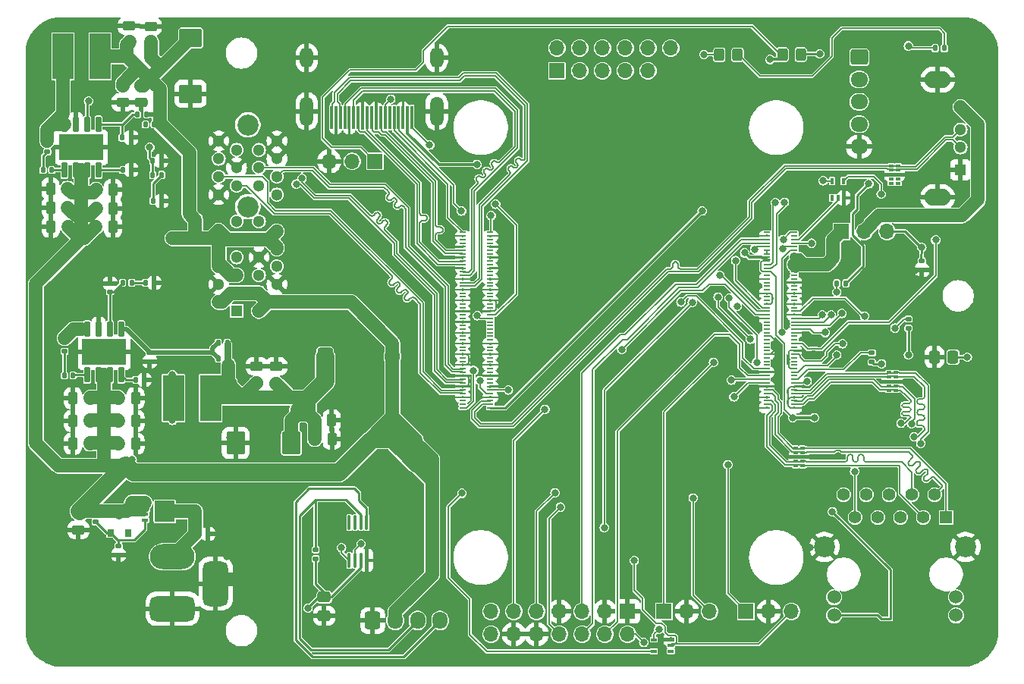
<source format=gbr>
%TF.GenerationSoftware,KiCad,Pcbnew,8.0.2*%
%TF.CreationDate,2024-05-19T12:28:56+02:00*%
%TF.ProjectId,CM4_NAS,434d345f-4e41-4532-9e6b-696361645f70,rev?*%
%TF.SameCoordinates,Original*%
%TF.FileFunction,Copper,L1,Top*%
%TF.FilePolarity,Positive*%
%FSLAX46Y46*%
G04 Gerber Fmt 4.6, Leading zero omitted, Abs format (unit mm)*
G04 Created by KiCad (PCBNEW 8.0.2) date 2024-05-19 12:28:56*
%MOMM*%
%LPD*%
G01*
G04 APERTURE LIST*
G04 Aperture macros list*
%AMRoundRect*
0 Rectangle with rounded corners*
0 $1 Rounding radius*
0 $2 $3 $4 $5 $6 $7 $8 $9 X,Y pos of 4 corners*
0 Add a 4 corners polygon primitive as box body*
4,1,4,$2,$3,$4,$5,$6,$7,$8,$9,$2,$3,0*
0 Add four circle primitives for the rounded corners*
1,1,$1+$1,$2,$3*
1,1,$1+$1,$4,$5*
1,1,$1+$1,$6,$7*
1,1,$1+$1,$8,$9*
0 Add four rect primitives between the rounded corners*
20,1,$1+$1,$2,$3,$4,$5,0*
20,1,$1+$1,$4,$5,$6,$7,0*
20,1,$1+$1,$6,$7,$8,$9,0*
20,1,$1+$1,$8,$9,$2,$3,0*%
%AMFreePoly0*
4,1,17,1.395000,0.765000,0.855000,0.765000,0.855000,0.535000,1.395000,0.535000,1.395000,0.115000,0.855000,0.115000,0.855000,-0.115000,1.395000,-0.115000,1.395000,-0.535000,0.855000,-0.535000,0.855000,-0.765000,1.395000,-0.765000,1.395000,-1.185000,-0.855000,-1.185000,-0.855000,1.185000,1.395000,1.185000,1.395000,0.765000,1.395000,0.765000,$1*%
G04 Aperture macros list end*
%TA.AperFunction,SMDPad,CuDef*%
%ADD10RoundRect,0.135000X0.135000X0.185000X-0.135000X0.185000X-0.135000X-0.185000X0.135000X-0.185000X0*%
%TD*%
%TA.AperFunction,SMDPad,CuDef*%
%ADD11RoundRect,0.135000X0.185000X-0.135000X0.185000X0.135000X-0.185000X0.135000X-0.185000X-0.135000X0*%
%TD*%
%TA.AperFunction,SMDPad,CuDef*%
%ADD12RoundRect,0.135000X-0.185000X0.135000X-0.185000X-0.135000X0.185000X-0.135000X0.185000X0.135000X0*%
%TD*%
%TA.AperFunction,SMDPad,CuDef*%
%ADD13RoundRect,0.250000X-0.250000X-0.475000X0.250000X-0.475000X0.250000X0.475000X-0.250000X0.475000X0*%
%TD*%
%TA.AperFunction,SMDPad,CuDef*%
%ADD14RoundRect,0.140000X-0.170000X0.140000X-0.170000X-0.140000X0.170000X-0.140000X0.170000X0.140000X0*%
%TD*%
%TA.AperFunction,SMDPad,CuDef*%
%ADD15R,0.550000X0.300000*%
%TD*%
%TA.AperFunction,SMDPad,CuDef*%
%ADD16R,0.550000X0.400000*%
%TD*%
%TA.AperFunction,SMDPad,CuDef*%
%ADD17RoundRect,0.250000X0.250000X0.475000X-0.250000X0.475000X-0.250000X-0.475000X0.250000X-0.475000X0*%
%TD*%
%TA.AperFunction,SMDPad,CuDef*%
%ADD18RoundRect,0.135000X-0.135000X-0.185000X0.135000X-0.185000X0.135000X0.185000X-0.135000X0.185000X0*%
%TD*%
%TA.AperFunction,ComponentPad*%
%ADD19R,1.700000X1.700000*%
%TD*%
%TA.AperFunction,ComponentPad*%
%ADD20O,1.700000X1.700000*%
%TD*%
%TA.AperFunction,SMDPad,CuDef*%
%ADD21RoundRect,0.250000X0.325000X0.450000X-0.325000X0.450000X-0.325000X-0.450000X0.325000X-0.450000X0*%
%TD*%
%TA.AperFunction,ComponentPad*%
%ADD22RoundRect,0.250000X-0.600000X-0.725000X0.600000X-0.725000X0.600000X0.725000X-0.600000X0.725000X0*%
%TD*%
%TA.AperFunction,ComponentPad*%
%ADD23O,1.700000X1.950000*%
%TD*%
%TA.AperFunction,SMDPad,CuDef*%
%ADD24RoundRect,0.140000X-0.140000X-0.170000X0.140000X-0.170000X0.140000X0.170000X-0.140000X0.170000X0*%
%TD*%
%TA.AperFunction,SMDPad,CuDef*%
%ADD25R,0.700000X0.200000*%
%TD*%
%TA.AperFunction,ComponentPad*%
%ADD26R,1.398000X1.398000*%
%TD*%
%TA.AperFunction,ComponentPad*%
%ADD27C,1.398000*%
%TD*%
%TA.AperFunction,ComponentPad*%
%ADD28C,1.530000*%
%TD*%
%TA.AperFunction,ComponentPad*%
%ADD29C,2.355000*%
%TD*%
%TA.AperFunction,SMDPad,CuDef*%
%ADD30RoundRect,0.140000X0.140000X0.170000X-0.140000X0.170000X-0.140000X-0.170000X0.140000X-0.170000X0*%
%TD*%
%TA.AperFunction,SMDPad,CuDef*%
%ADD31RoundRect,0.250000X0.475000X-0.250000X0.475000X0.250000X-0.475000X0.250000X-0.475000X-0.250000X0*%
%TD*%
%TA.AperFunction,SMDPad,CuDef*%
%ADD32RoundRect,0.150000X0.150000X-0.737500X0.150000X0.737500X-0.150000X0.737500X-0.150000X-0.737500X0*%
%TD*%
%TA.AperFunction,ComponentPad*%
%ADD33C,0.500000*%
%TD*%
%TA.AperFunction,SMDPad,CuDef*%
%ADD34R,4.900000X2.950000*%
%TD*%
%TA.AperFunction,SMDPad,CuDef*%
%ADD35R,0.650000X0.400000*%
%TD*%
%TA.AperFunction,ComponentPad*%
%ADD36C,2.350000*%
%TD*%
%TA.AperFunction,ComponentPad*%
%ADD37R,1.300000X1.300000*%
%TD*%
%TA.AperFunction,ComponentPad*%
%ADD38C,1.300000*%
%TD*%
%TA.AperFunction,SMDPad,CuDef*%
%ADD39R,0.700000X0.420000*%
%TD*%
%TA.AperFunction,SMDPad,CuDef*%
%ADD40FreePoly0,0.000000*%
%TD*%
%TA.AperFunction,SMDPad,CuDef*%
%ADD41R,2.350000X5.100000*%
%TD*%
%TA.AperFunction,SMDPad,CuDef*%
%ADD42RoundRect,0.250000X-0.475000X0.250000X-0.475000X-0.250000X0.475000X-0.250000X0.475000X0.250000X0*%
%TD*%
%TA.AperFunction,ComponentPad*%
%ADD43RoundRect,0.249900X-0.600100X-0.725100X0.600100X-0.725100X0.600100X0.725100X-0.600100X0.725100X0*%
%TD*%
%TA.AperFunction,SMDPad,CuDef*%
%ADD44RoundRect,0.250000X-1.025000X0.787500X-1.025000X-0.787500X1.025000X-0.787500X1.025000X0.787500X0*%
%TD*%
%TA.AperFunction,SMDPad,CuDef*%
%ADD45RoundRect,0.100000X0.100000X-0.712500X0.100000X0.712500X-0.100000X0.712500X-0.100000X-0.712500X0*%
%TD*%
%TA.AperFunction,SMDPad,CuDef*%
%ADD46R,0.400000X0.650000*%
%TD*%
%TA.AperFunction,SMDPad,CuDef*%
%ADD47RoundRect,0.250000X0.337500X0.475000X-0.337500X0.475000X-0.337500X-0.475000X0.337500X-0.475000X0*%
%TD*%
%TA.AperFunction,SMDPad,CuDef*%
%ADD48R,0.800000X0.900000*%
%TD*%
%TA.AperFunction,ComponentPad*%
%ADD49O,2.900000X1.900000*%
%TD*%
%TA.AperFunction,SMDPad,CuDef*%
%ADD50RoundRect,0.250000X-0.475000X0.337500X-0.475000X-0.337500X0.475000X-0.337500X0.475000X0.337500X0*%
%TD*%
%TA.AperFunction,ComponentPad*%
%ADD51O,5.000000X2.800000*%
%TD*%
%TA.AperFunction,ComponentPad*%
%ADD52RoundRect,0.700000X1.800000X-0.700000X1.800000X0.700000X-1.800000X0.700000X-1.800000X-0.700000X0*%
%TD*%
%TA.AperFunction,ComponentPad*%
%ADD53RoundRect,0.700000X0.700000X-1.800000X0.700000X1.800000X-0.700000X1.800000X-0.700000X-1.800000X0*%
%TD*%
%TA.AperFunction,SMDPad,CuDef*%
%ADD54RoundRect,0.140000X0.170000X-0.140000X0.170000X0.140000X-0.170000X0.140000X-0.170000X-0.140000X0*%
%TD*%
%TA.AperFunction,SMDPad,CuDef*%
%ADD55R,0.300000X2.600000*%
%TD*%
%TA.AperFunction,ComponentPad*%
%ADD56O,1.500000X3.300000*%
%TD*%
%TA.AperFunction,ComponentPad*%
%ADD57O,1.500000X2.300000*%
%TD*%
%TA.AperFunction,ComponentPad*%
%ADD58RoundRect,0.250000X-0.725000X0.600000X-0.725000X-0.600000X0.725000X-0.600000X0.725000X0.600000X0*%
%TD*%
%TA.AperFunction,ComponentPad*%
%ADD59O,1.950000X1.700000*%
%TD*%
%TA.AperFunction,SMDPad,CuDef*%
%ADD60RoundRect,0.250000X0.787500X1.025000X-0.787500X1.025000X-0.787500X-1.025000X0.787500X-1.025000X0*%
%TD*%
%TA.AperFunction,ViaPad*%
%ADD61C,0.800000*%
%TD*%
%TA.AperFunction,Conductor*%
%ADD62C,0.175000*%
%TD*%
%TA.AperFunction,Conductor*%
%ADD63C,0.250000*%
%TD*%
%TA.AperFunction,Conductor*%
%ADD64C,1.500000*%
%TD*%
%TA.AperFunction,Conductor*%
%ADD65C,0.200000*%
%TD*%
%TA.AperFunction,Conductor*%
%ADD66C,0.300000*%
%TD*%
%TA.AperFunction,Conductor*%
%ADD67C,0.500000*%
%TD*%
%TA.AperFunction,Conductor*%
%ADD68C,1.000000*%
%TD*%
%TA.AperFunction,Conductor*%
%ADD69C,2.000000*%
%TD*%
%TA.AperFunction,Conductor*%
%ADD70C,0.750000*%
%TD*%
%TA.AperFunction,Conductor*%
%ADD71C,0.190000*%
%TD*%
%TA.AperFunction,Conductor*%
%ADD72C,0.150000*%
%TD*%
G04 APERTURE END LIST*
D10*
%TO.P,R1,2*%
%TO.N,Net-(Module1A-PI_nLED_Activity)*%
X160490000Y-99000000D03*
%TO.P,R1,1*%
%TO.N,Net-(D1-K)*%
X161510000Y-99000000D03*
%TD*%
D11*
%TO.P,R2,1*%
%TO.N,Net-(J0-LED-R_K_YLW)*%
X164420000Y-107790000D03*
%TO.P,R2,2*%
%TO.N,/ETH_LEDY*%
X164420000Y-106770000D03*
%TD*%
%TO.P,R3,1*%
%TO.N,Net-(J0-LED-L_K_GRN)*%
X168500000Y-104020000D03*
%TO.P,R3,2*%
%TO.N,/ETH_LEDG*%
X168500000Y-103000000D03*
%TD*%
D12*
%TO.P,R4,1*%
%TO.N,/USBOTG_ID*%
X170000000Y-96490000D03*
%TO.P,R4,2*%
%TO.N,GND*%
X170000000Y-97510000D03*
%TD*%
%TO.P,R5,1*%
%TO.N,Net-(J7-Pin_3)*%
X102333143Y-128752406D03*
%TO.P,R5,2*%
%TO.N,/+3.3v*%
X102333143Y-129772406D03*
%TD*%
D10*
%TO.P,R6,1*%
%TO.N,Net-(D2-K)*%
X172510000Y-72750000D03*
%TO.P,R6,2*%
%TO.N,Net-(R6-Pad2)*%
X171490000Y-72750000D03*
%TD*%
D13*
%TO.P,C11,1*%
%TO.N,/+12v*%
X77836186Y-90654612D03*
%TO.P,C11,2*%
%TO.N,GND*%
X79736186Y-90654612D03*
%TD*%
D14*
%TO.P,C14,1*%
%TO.N,/+12v*%
X77788933Y-124693300D03*
%TO.P,C14,2*%
%TO.N,Net-(D3-A)*%
X77788933Y-125653300D03*
%TD*%
D15*
%TO.P,U2,1,D1+*%
%TO.N,/TRD3_P*%
X167060000Y-110980000D03*
%TO.P,U2,2,D1-*%
%TO.N,/TRD3_N*%
X167060000Y-110480000D03*
D16*
%TO.P,U2,3,GND*%
%TO.N,GND*%
X167060000Y-109980000D03*
D15*
%TO.P,U2,4,D2+*%
%TO.N,/TRD2_N*%
X167060000Y-109480000D03*
%TO.P,U2,5,D2-*%
%TO.N,/TRD2_P*%
X167060000Y-108980000D03*
%TO.P,U2,6*%
X166290000Y-108980000D03*
%TO.P,U2,7*%
%TO.N,/TRD2_N*%
X166290000Y-109480000D03*
D16*
%TO.P,U2,8,GND*%
%TO.N,GND*%
X166290000Y-109980000D03*
D15*
%TO.P,U2,9*%
%TO.N,/TRD3_N*%
X166290000Y-110480000D03*
%TO.P,U2,10*%
%TO.N,/TRD3_P*%
X166290000Y-110980000D03*
%TD*%
D17*
%TO.P,C6,1*%
%TO.N,/+12v*%
X74678118Y-90555373D03*
%TO.P,C6,2*%
%TO.N,GND*%
X72778118Y-90555373D03*
%TD*%
D12*
%TO.P,R8,1*%
%TO.N,Net-(U8-SW)*%
X74310618Y-105579623D03*
%TO.P,R8,2*%
%TO.N,Net-(C17-Pad1)*%
X74310618Y-106599623D03*
%TD*%
D18*
%TO.P,R11,1*%
%TO.N,Net-(U9-COMP)*%
X84137784Y-86893910D03*
%TO.P,R11,2*%
%TO.N,Net-(C25-Pad1)*%
X85157784Y-86893910D03*
%TD*%
D19*
%TO.P,J15,1,Pin_1*%
%TO.N,/+3.3v*%
X108940000Y-85390000D03*
D20*
%TO.P,J15,2,Pin_2*%
%TO.N,/Temp_DATA*%
X106400000Y-85390000D03*
%TO.P,J15,3,Pin_3*%
%TO.N,GND*%
X103860000Y-85390000D03*
%TD*%
D21*
%TO.P,D2,1,K*%
%TO.N,Net-(D2-K)*%
X149425002Y-73500000D03*
%TO.P,D2,2,A*%
%TO.N,/+3.3v*%
X147375002Y-73500000D03*
%TD*%
D22*
%TO.P,J7,1,Pin_1*%
%TO.N,GND*%
X108712000Y-136652000D03*
D23*
%TO.P,J7,2,Pin_2*%
%TO.N,+12V*%
X111212000Y-136652000D03*
%TO.P,J7,3,Pin_3*%
%TO.N,Net-(J7-Pin_3)*%
X113712000Y-136652000D03*
%TO.P,J7,4,Pin_4*%
%TO.N,Net-(J7-Pin_4)*%
X116212000Y-136652000D03*
%TD*%
D15*
%TO.P,U3,1,D1+*%
%TO.N,/TRD1_P*%
X156660000Y-119390000D03*
%TO.P,U3,2,D1-*%
%TO.N,/TRD1_N*%
X156660000Y-118890000D03*
D16*
%TO.P,U3,3,GND*%
%TO.N,GND*%
X156660000Y-118390000D03*
D15*
%TO.P,U3,4,D2+*%
%TO.N,/TRD0_N*%
X156660000Y-117890000D03*
%TO.P,U3,5,D2-*%
%TO.N,/TRD0_P*%
X156660000Y-117390000D03*
%TO.P,U3,6*%
X155890000Y-117390000D03*
%TO.P,U3,7*%
%TO.N,/TRD0_N*%
X155890000Y-117890000D03*
D16*
%TO.P,U3,8,GND*%
%TO.N,GND*%
X155890000Y-118390000D03*
D15*
%TO.P,U3,9*%
%TO.N,/TRD1_N*%
X155890000Y-118890000D03*
%TO.P,U3,10*%
%TO.N,/TRD1_P*%
X155890000Y-119390000D03*
%TD*%
D13*
%TO.P,C31,1*%
%TO.N,/+5v*%
X102243393Y-116371896D03*
%TO.P,C31,2*%
%TO.N,GND*%
X104143393Y-116371896D03*
%TD*%
D24*
%TO.P,C23,1*%
%TO.N,Net-(U9-COMP)*%
X84152713Y-85345457D03*
%TO.P,C23,2*%
%TO.N,GND*%
X85112713Y-85345457D03*
%TD*%
D12*
%TO.P,R7,1*%
%TO.N,Net-(D3-A)*%
X80340817Y-128318479D03*
%TO.P,R7,2*%
%TO.N,GND*%
X80340817Y-129338479D03*
%TD*%
D25*
%TO.P,Module1,1,GND*%
%TO.N,GND*%
X155755000Y-112919000D03*
%TO.P,Module1,2,GND*%
X152675000Y-112919000D03*
%TO.P,Module1,3,Ethernet_Pair3_P*%
%TO.N,/TRD3_P*%
X155755000Y-112519000D03*
%TO.P,Module1,4,Ethernet_Pair1_P*%
%TO.N,/TRD1_P*%
X152675000Y-112519000D03*
%TO.P,Module1,5,Ethernet_Pair3_N*%
%TO.N,/TRD3_N*%
X155755000Y-112119000D03*
%TO.P,Module1,6,Ethernet_Pair1_N*%
%TO.N,/TRD1_N*%
X152675000Y-112119000D03*
%TO.P,Module1,7,GND*%
%TO.N,GND*%
X155755000Y-111719000D03*
%TO.P,Module1,8,GND*%
X152675000Y-111719000D03*
%TO.P,Module1,9,Ethernet_Pair2_N*%
%TO.N,/TRD2_N*%
X155755000Y-111319000D03*
%TO.P,Module1,10,Ethernet_Pair0_N*%
%TO.N,/TRD0_N*%
X152675000Y-111319000D03*
%TO.P,Module1,11,Ethernet_Pair2_P*%
%TO.N,/TRD2_P*%
X155755000Y-110919000D03*
%TO.P,Module1,12,Ethernet_Pair0_P*%
%TO.N,/TRD0_P*%
X152675000Y-110919000D03*
%TO.P,Module1,13,GND*%
%TO.N,GND*%
X155755000Y-110519000D03*
%TO.P,Module1,14,GND*%
X152675000Y-110519000D03*
%TO.P,Module1,15,Ethernet_nLED3(3.3v)*%
%TO.N,/ETH_LEDG*%
X155755000Y-110119000D03*
%TO.P,Module1,16,Ethernet_SYNC_IN(1.8v)*%
%TO.N,/SYNC_IN*%
X152675000Y-110119000D03*
%TO.P,Module1,17,Ethernet_nLED2(3.3v)*%
%TO.N,/ETH_LEDY*%
X155755000Y-109719000D03*
%TO.P,Module1,18,Ethernet_SYNC_OUT(1.8v)*%
%TO.N,/SYNC_OUT*%
X152675000Y-109719000D03*
%TO.P,Module1,19,Ethernet_nLED1(3.3v)*%
%TO.N,unconnected-(Module1A-Ethernet_nLED1(3.3v)-Pad19)*%
X155755000Y-109319000D03*
%TO.P,Module1,20,EEPROM_nWP*%
%TO.N,/EEPROM_nWP*%
X152675000Y-109319000D03*
%TO.P,Module1,21,PI_nLED_Activity*%
%TO.N,Net-(Module1A-PI_nLED_Activity)*%
X155755000Y-108919000D03*
%TO.P,Module1,22,GND*%
%TO.N,GND*%
X152675000Y-108919000D03*
%TO.P,Module1,23,GND*%
X155755000Y-108519000D03*
%TO.P,Module1,24,GPIO26*%
%TO.N,/GPIO26*%
X152675000Y-108519000D03*
%TO.P,Module1,25,GPIO21*%
%TO.N,/GPIO21*%
X155755000Y-108119000D03*
%TO.P,Module1,26,GPIO19*%
%TO.N,/GPIO19*%
X152675000Y-108119000D03*
%TO.P,Module1,27,GPIO20*%
%TO.N,/GPIO20*%
X155755000Y-107719000D03*
%TO.P,Module1,28,GPIO13*%
%TO.N,/GPIO13*%
X152675000Y-107719000D03*
%TO.P,Module1,29,GPIO16*%
%TO.N,/GPIO16*%
X155755000Y-107319000D03*
%TO.P,Module1,30,GPIO6*%
%TO.N,/GPIO6*%
X152675000Y-107319000D03*
%TO.P,Module1,31,GPIO12*%
%TO.N,/GPIO12*%
X155755000Y-106919000D03*
%TO.P,Module1,32,GND*%
%TO.N,GND*%
X152675000Y-106919000D03*
%TO.P,Module1,33,GND*%
X155755000Y-106519000D03*
%TO.P,Module1,34,GPIO5*%
%TO.N,/GPIO5*%
X152675000Y-106519000D03*
%TO.P,Module1,35,ID_SC*%
%TO.N,/ID_SC*%
X155755000Y-106119000D03*
%TO.P,Module1,36,ID_SD*%
%TO.N,/ID_SD*%
X152675000Y-106119000D03*
%TO.P,Module1,37,GPIO7*%
%TO.N,/OLED_BTN*%
X155755000Y-105719000D03*
%TO.P,Module1,38,GPIO11*%
%TO.N,/GPIO11*%
X152675000Y-105719000D03*
%TO.P,Module1,39,GPIO8*%
%TO.N,/GPIO8*%
X155755000Y-105319000D03*
%TO.P,Module1,40,GPIO9*%
%TO.N,/GPIO9*%
X152675000Y-105319000D03*
%TO.P,Module1,41,GPIO25*%
%TO.N,/GPIO25*%
X155755000Y-104919000D03*
%TO.P,Module1,42,GND*%
%TO.N,GND*%
X152675000Y-104919000D03*
%TO.P,Module1,43,GND*%
X155755000Y-104519000D03*
%TO.P,Module1,44,GPIO10*%
%TO.N,/GPIO10*%
X152675000Y-104519000D03*
%TO.P,Module1,45,GPIO24*%
%TO.N,/GPIO24*%
X155755000Y-104119000D03*
%TO.P,Module1,46,GPIO22*%
%TO.N,/GPIO22*%
X152675000Y-104119000D03*
%TO.P,Module1,47,GPIO23*%
%TO.N,/GPIO23*%
X155755000Y-103719000D03*
%TO.P,Module1,48,GPIO27*%
%TO.N,/GPIO27*%
X152675000Y-103719000D03*
%TO.P,Module1,49,GPIO18*%
%TO.N,/GPIO18*%
X155755000Y-103319000D03*
%TO.P,Module1,50,GPIO17*%
%TO.N,/GPIO17*%
X152675000Y-103319000D03*
%TO.P,Module1,51,GPIO15*%
%TO.N,/GPIO15*%
X155755000Y-102919000D03*
%TO.P,Module1,52,GND*%
%TO.N,GND*%
X152675000Y-102919000D03*
%TO.P,Module1,53,GND*%
X155755000Y-102519000D03*
%TO.P,Module1,54,GPIO4*%
%TO.N,/Temp_DATA*%
X152675000Y-102519000D03*
%TO.P,Module1,55,GPIO14*%
%TO.N,/GPIO14*%
X155755000Y-102119000D03*
%TO.P,Module1,56,GPIO3*%
%TO.N,/GPIO3*%
X152675000Y-102119000D03*
%TO.P,Module1,57,SD_CLK*%
%TO.N,/SD_CLK*%
X155755000Y-101719000D03*
%TO.P,Module1,58,GPIO2*%
%TO.N,/GPIO2*%
X152675000Y-101719000D03*
%TO.P,Module1,59,GND*%
%TO.N,GND*%
X155755000Y-101319000D03*
%TO.P,Module1,60,GND*%
X152675000Y-101319000D03*
%TO.P,Module1,61,SD_DAT3*%
%TO.N,/SD_DAT3*%
X155755000Y-100919000D03*
%TO.P,Module1,62,SD_CMD*%
%TO.N,/SD_CMD*%
X152675000Y-100919000D03*
%TO.P,Module1,63,SD_DAT0*%
%TO.N,/SD_DAT0*%
X155755000Y-100519000D03*
%TO.P,Module1,64,SD_DAT5*%
%TO.N,unconnected-(Module1A-SD_DAT5-Pad64)*%
X152675000Y-100519000D03*
%TO.P,Module1,65,GND*%
%TO.N,GND*%
X155755000Y-100119000D03*
%TO.P,Module1,66,GND*%
X152675000Y-100119000D03*
%TO.P,Module1,67,SD_DAT1*%
%TO.N,/SD_DAT1*%
X155755000Y-99719000D03*
%TO.P,Module1,68,SD_DAT4*%
%TO.N,unconnected-(Module1A-SD_DAT4-Pad68)*%
X152675000Y-99719000D03*
%TO.P,Module1,69,SD_DAT2*%
%TO.N,/SD_DAT2*%
X155755000Y-99319000D03*
%TO.P,Module1,70,SD_DAT7*%
%TO.N,unconnected-(Module1A-SD_DAT7-Pad70)*%
X152675000Y-99319000D03*
%TO.P,Module1,71,GND*%
%TO.N,GND*%
X155755000Y-98919000D03*
%TO.P,Module1,72,SD_DAT6*%
%TO.N,unconnected-(Module1A-SD_DAT6-Pad72)*%
X152675000Y-98919000D03*
%TO.P,Module1,73,SD_VDD_Override*%
%TO.N,unconnected-(Module1A-SD_VDD_Override-Pad73)*%
X155755000Y-98519000D03*
%TO.P,Module1,74,GND*%
%TO.N,GND*%
X152675000Y-98519000D03*
%TO.P,Module1,75,SD_PWR_ON*%
%TO.N,/SD_PWR_ON*%
X155755000Y-98119000D03*
%TO.P,Module1,76,Reserved*%
%TO.N,/SD_DET*%
X152675000Y-98119000D03*
%TO.P,Module1,77,+5v_(Input)*%
%TO.N,+5V*%
X155755000Y-97719000D03*
%TO.P,Module1,78,GPIO_VREF(1.8v/3.3v_Input)*%
%TO.N,/+3.3v*%
X152675000Y-97719000D03*
%TO.P,Module1,79,+5v_(Input)*%
%TO.N,+5V*%
X155755000Y-97319000D03*
%TO.P,Module1,80,SCL0*%
%TO.N,/SCL*%
X152675000Y-97319000D03*
%TO.P,Module1,81,+5v_(Input)*%
%TO.N,+5V*%
X155755000Y-96919000D03*
%TO.P,Module1,82,SDA0*%
%TO.N,/SDA*%
X152675000Y-96919000D03*
%TO.P,Module1,83,+5v_(Input)*%
%TO.N,+5V*%
X155755000Y-96519000D03*
%TO.P,Module1,84,+3.3v_(Output)*%
%TO.N,/+3.3v*%
X152675000Y-96519000D03*
%TO.P,Module1,85,+5v_(Input)*%
%TO.N,+5V*%
X155755000Y-96119000D03*
%TO.P,Module1,86,+3.3v_(Output)*%
%TO.N,/+3.3v*%
X152675000Y-96119000D03*
%TO.P,Module1,87,+5v_(Input)*%
%TO.N,+5V*%
X155755000Y-95719000D03*
%TO.P,Module1,88,+1.8v_(Output)*%
%TO.N,/+1.8v*%
X152675000Y-95719000D03*
%TO.P,Module1,89,WiFi_nDisable*%
%TO.N,/WL_nDis*%
X155755000Y-95319000D03*
%TO.P,Module1,90,+1.8v_(Output)*%
%TO.N,/+1.8v*%
X152675000Y-95319000D03*
%TO.P,Module1,91,BT_nDisable*%
%TO.N,/BT_nDis*%
X155755000Y-94919000D03*
%TO.P,Module1,92,RUN_PG*%
%TO.N,/RUN_PG*%
X152675000Y-94919000D03*
%TO.P,Module1,93,nRPIBOOT*%
%TO.N,/nRPIBOOT*%
X155755000Y-94519000D03*
%TO.P,Module1,94,AnalogIP0*%
%TO.N,/AIN1*%
X152675000Y-94519000D03*
%TO.P,Module1,95,nPI_LED_PWR*%
%TO.N,/nPWR_LED*%
X155755000Y-94119000D03*
%TO.P,Module1,96,AnalogIP1*%
%TO.N,/AIN0*%
X152675000Y-94119000D03*
%TO.P,Module1,97,Camera_GPIO*%
%TO.N,/CAM_GPIO*%
X155755000Y-93719000D03*
%TO.P,Module1,98,GND*%
%TO.N,GND*%
X152675000Y-93719000D03*
%TO.P,Module1,99,Global_EN*%
%TO.N,/GLOBAL_EN*%
X155755000Y-93319000D03*
%TO.P,Module1,100,nEXTRST*%
%TO.N,/nEXTRST*%
X152675000Y-93319000D03*
%TO.P,Module1,101,USB_OTG_ID*%
%TO.N,/USBOTG_ID*%
X121835000Y-112919000D03*
%TO.P,Module1,102,PCIe_CLK_nREQ*%
%TO.N,/PCIE_CLK_nREQ*%
X118755000Y-112919000D03*
%TO.P,Module1,103,USB2_N*%
%TO.N,/USB2_N*%
X121835000Y-112519000D03*
%TO.P,Module1,104,Reserved*%
%TO.N,unconnected-(Module1B-Reserved-Pad104)*%
X118755000Y-112519000D03*
%TO.P,Module1,105,USB2_P*%
%TO.N,/USB2_P*%
X121835000Y-112119000D03*
%TO.P,Module1,106,Reserved*%
%TO.N,unconnected-(Module1B-Reserved-Pad106)*%
X118755000Y-112119000D03*
%TO.P,Module1,107,GND*%
%TO.N,GND*%
X121835000Y-111719000D03*
%TO.P,Module1,108,GND*%
X118755000Y-111719000D03*
%TO.P,Module1,109,PCIe_nRST*%
%TO.N,/PCIE_nRST*%
X121835000Y-111319000D03*
%TO.P,Module1,110,PCIe_CLK_P*%
%TO.N,/PCIE_CLK_P*%
X118755000Y-111319000D03*
%TO.P,Module1,111,VDAC_COMP*%
%TO.N,/TV_OUT*%
X121835000Y-110919000D03*
%TO.P,Module1,112,PCIe_CLK_N*%
%TO.N,/PCIE_CLK_N*%
X118755000Y-110919000D03*
%TO.P,Module1,113,GND*%
%TO.N,GND*%
X121835000Y-110519000D03*
%TO.P,Module1,114,GND*%
X118755000Y-110519000D03*
%TO.P,Module1,115,CAM1_D0_N*%
%TO.N,/CAM1_D0_N*%
X121835000Y-110119000D03*
%TO.P,Module1,116,PCIe_RX_P*%
%TO.N,/PCIE_RX_P*%
X118755000Y-110119000D03*
%TO.P,Module1,117,CAM1_D0_P*%
%TO.N,/CAM1_D0_P*%
X121835000Y-109719000D03*
%TO.P,Module1,118,PCIe_RX_N*%
%TO.N,/PCIE_RX_N*%
X118755000Y-109719000D03*
%TO.P,Module1,119,GND*%
%TO.N,GND*%
X121835000Y-109319000D03*
%TO.P,Module1,120,GND*%
X118755000Y-109319000D03*
%TO.P,Module1,121,CAM1_D1_N*%
%TO.N,/CAM1_D1_N*%
X121835000Y-108919000D03*
%TO.P,Module1,122,PCIe_TX_P*%
%TO.N,/PCIE_TX_P*%
X118755000Y-108919000D03*
%TO.P,Module1,123,CAM1_D1_P*%
%TO.N,/CAM1_D1_P*%
X121835000Y-108519000D03*
%TO.P,Module1,124,PCIe_TX_N*%
%TO.N,/PCIE_TX_N*%
X118755000Y-108519000D03*
%TO.P,Module1,125,GND*%
%TO.N,GND*%
X121835000Y-108119000D03*
%TO.P,Module1,126,GND*%
X118755000Y-108119000D03*
%TO.P,Module1,127,CAM1_C_N*%
%TO.N,/CAM1_C_N*%
X121835000Y-107719000D03*
%TO.P,Module1,128,CAM0_D0_N*%
%TO.N,/CAM0_D0_N*%
X118755000Y-107719000D03*
%TO.P,Module1,129,CAM1_C_P*%
%TO.N,/CAM1_C_P*%
X121835000Y-107319000D03*
%TO.P,Module1,130,CAM0_D0_P*%
%TO.N,/CAM0_D0_P*%
X118755000Y-107319000D03*
%TO.P,Module1,131,GND*%
%TO.N,GND*%
X121835000Y-106919000D03*
%TO.P,Module1,132,GND*%
X118755000Y-106919000D03*
%TO.P,Module1,133,CAM1_D2_N*%
%TO.N,/CAM1_D2_N*%
X121835000Y-106519000D03*
%TO.P,Module1,134,CAM0_D1_N*%
%TO.N,/CAM0_D1_N*%
X118755000Y-106519000D03*
%TO.P,Module1,135,CAM1_D2_P*%
%TO.N,/CAM1_D2_P*%
X121835000Y-106119000D03*
%TO.P,Module1,136,CAM0_D1_P*%
%TO.N,/CAM0_D1_P*%
X118755000Y-106119000D03*
%TO.P,Module1,137,GND*%
%TO.N,GND*%
X121835000Y-105719000D03*
%TO.P,Module1,138,GND*%
X118755000Y-105719000D03*
%TO.P,Module1,139,CAM1_D3_N*%
%TO.N,/CAM1_D3_N*%
X121835000Y-105319000D03*
%TO.P,Module1,140,CAM0_C_N*%
%TO.N,/CAM0_C_N*%
X118755000Y-105319000D03*
%TO.P,Module1,141,CAM1_D3_P*%
%TO.N,/CAM1_D3_P*%
X121835000Y-104919000D03*
%TO.P,Module1,142,CAM0_C_P*%
%TO.N,/CAM0_C_P*%
X118755000Y-104919000D03*
%TO.P,Module1,143,HDMI1_HOTPLUG*%
%TO.N,/HDMI1_HOTPLUG*%
X121835000Y-104519000D03*
%TO.P,Module1,144,GND*%
%TO.N,GND*%
X118755000Y-104519000D03*
%TO.P,Module1,145,HDMI1_SDA*%
%TO.N,/HDMI1_SDA*%
X121835000Y-104119000D03*
%TO.P,Module1,146,HDMI1_TX2_P*%
%TO.N,/HDMI1_D2_P*%
X118755000Y-104119000D03*
%TO.P,Module1,147,HDMI1_SCL*%
%TO.N,/HDMI1_SCL*%
X121835000Y-103719000D03*
%TO.P,Module1,148,HDMI1_TX2_N*%
%TO.N,/HDMI1_D2_N*%
X118755000Y-103719000D03*
%TO.P,Module1,149,HDMI1_CEC*%
%TO.N,/HDMI1_CEC*%
X121835000Y-103319000D03*
%TO.P,Module1,150,GND*%
%TO.N,GND*%
X118755000Y-103319000D03*
%TO.P,Module1,151,HDMI0_CEC*%
%TO.N,/HDMI0_CEC*%
X121835000Y-102919000D03*
%TO.P,Module1,152,HDMI1_TX1_P*%
%TO.N,/HDMI1_D1_P*%
X118755000Y-102919000D03*
%TO.P,Module1,153,HDMI0_HOTPLUG*%
%TO.N,/HDMI0_HOTPLUG*%
X121835000Y-102519000D03*
%TO.P,Module1,154,HDMI1_TX1_N*%
%TO.N,/HDMI1_D1_N*%
X118755000Y-102519000D03*
%TO.P,Module1,155,GND*%
%TO.N,GND*%
X121835000Y-102119000D03*
%TO.P,Module1,156,GND*%
X118755000Y-102119000D03*
%TO.P,Module1,157,DSI0_D0_N*%
%TO.N,/DSI0_D0_N*%
X121835000Y-101719000D03*
%TO.P,Module1,158,HDMI1_TX0_P*%
%TO.N,/HDMI1_D0_P*%
X118755000Y-101719000D03*
%TO.P,Module1,159,DSI0_D0_P*%
%TO.N,/DSI0_D0_P*%
X121835000Y-101319000D03*
%TO.P,Module1,160,HDMI1_TX0_N*%
%TO.N,/HDMI1_D0_N*%
X118755000Y-101319000D03*
%TO.P,Module1,161,GND*%
%TO.N,GND*%
X121835000Y-100919000D03*
%TO.P,Module1,162,GND*%
X118755000Y-100919000D03*
%TO.P,Module1,163,DSI0_D1_N*%
%TO.N,/DSI0_D1_N*%
X121835000Y-100519000D03*
%TO.P,Module1,164,HDMI1_CLK_P*%
%TO.N,/HDMI1_CK_P*%
X118755000Y-100519000D03*
%TO.P,Module1,165,DSI0_D1_P*%
%TO.N,/DSI0_D1_P*%
X121835000Y-100119000D03*
%TO.P,Module1,166,HDMI1_CLK_N*%
%TO.N,/HDMI1_CK_N*%
X118755000Y-100119000D03*
%TO.P,Module1,167,GND*%
%TO.N,GND*%
X121835000Y-99719000D03*
%TO.P,Module1,168,GND*%
X118755000Y-99719000D03*
%TO.P,Module1,169,DSI0_C_N*%
%TO.N,/DSI0_C_N*%
X121835000Y-99319000D03*
%TO.P,Module1,170,HDMI0_TX2_P*%
%TO.N,/HDMI0_D2_P*%
X118755000Y-99319000D03*
%TO.P,Module1,171,DSI0_C_P*%
%TO.N,/DSI0_C_P*%
X121835000Y-98919000D03*
%TO.P,Module1,172,HDMI0_TX2_N*%
%TO.N,/HDMI0_D2_N*%
X118755000Y-98919000D03*
%TO.P,Module1,173,GND*%
%TO.N,GND*%
X121835000Y-98519000D03*
%TO.P,Module1,174,GND*%
X118755000Y-98519000D03*
%TO.P,Module1,175,DSI1_D0_N*%
%TO.N,/DSI1_D0_N*%
X121835000Y-98119000D03*
%TO.P,Module1,176,HDMI0_TX1_P*%
%TO.N,/HDMI0_D1_P*%
X118755000Y-98119000D03*
%TO.P,Module1,177,DSI1_D0_P*%
%TO.N,/DSI1_D0_P*%
X121835000Y-97719000D03*
%TO.P,Module1,178,HDMI0_TX1_N*%
%TO.N,/HDMI0_D1_N*%
X118755000Y-97719000D03*
%TO.P,Module1,179,GND*%
%TO.N,GND*%
X121835000Y-97319000D03*
%TO.P,Module1,180,GND*%
X118755000Y-97319000D03*
%TO.P,Module1,181,DSI1_D1_N*%
%TO.N,/DSI1_D1_N*%
X121835000Y-96919000D03*
%TO.P,Module1,182,HDMI0_TX0_P*%
%TO.N,/HDMI0_D0_P*%
X118755000Y-96919000D03*
%TO.P,Module1,183,DSI1_D1_P*%
%TO.N,/DSI1_D1_P*%
X121835000Y-96519000D03*
%TO.P,Module1,184,HDMI0_TX0_N*%
%TO.N,/HDMI0_D0_N*%
X118755000Y-96519000D03*
%TO.P,Module1,185,GND*%
%TO.N,GND*%
X121835000Y-96119000D03*
%TO.P,Module1,186,GND*%
X118755000Y-96119000D03*
%TO.P,Module1,187,DSI1_C_N*%
%TO.N,/DSI1_C_N*%
X121835000Y-95719000D03*
%TO.P,Module1,188,HDMI0_CLK_P*%
%TO.N,/HDMI0_CK_P*%
X118755000Y-95719000D03*
%TO.P,Module1,189,DSI1_C_P*%
%TO.N,/DSI1_C_P*%
X121835000Y-95319000D03*
%TO.P,Module1,190,HDMI0_CLK_N*%
%TO.N,/HDMI0_CK_N*%
X118755000Y-95319000D03*
%TO.P,Module1,191,GND*%
%TO.N,GND*%
X121835000Y-94919000D03*
%TO.P,Module1,192,GND*%
X118755000Y-94919000D03*
%TO.P,Module1,193,DSI1_D2_N*%
%TO.N,/DSI1_D2_N*%
X121835000Y-94519000D03*
%TO.P,Module1,194,DSI1_D3_N*%
%TO.N,/DSI1_D3_N*%
X118755000Y-94519000D03*
%TO.P,Module1,195,DSI1_D2_P*%
%TO.N,/DSI1_D2_P*%
X121835000Y-94119000D03*
%TO.P,Module1,196,DSI1_D3_P*%
%TO.N,/DSI1_D3_P*%
X118755000Y-94119000D03*
%TO.P,Module1,197,GND*%
%TO.N,GND*%
X121835000Y-93719000D03*
%TO.P,Module1,198,GND*%
X118755000Y-93719000D03*
%TO.P,Module1,199,HDMI0_SDA*%
%TO.N,/HDMI0_SDA*%
X121835000Y-93319000D03*
%TO.P,Module1,200,HDMI0_SCL*%
%TO.N,/HDMI0_SCL*%
X118755000Y-93319000D03*
%TD*%
D24*
%TO.P,C18,1*%
%TO.N,Net-(C18-Pad1)*%
X71918923Y-86359999D03*
%TO.P,C18,2*%
%TO.N,Net-(U9-BST)*%
X72878923Y-86359999D03*
%TD*%
D17*
%TO.P,C8,1*%
%TO.N,/+12v*%
X77150000Y-111825951D03*
%TO.P,C8,2*%
%TO.N,GND*%
X75250000Y-111825951D03*
%TD*%
D24*
%TO.P,C24,1*%
%TO.N,Net-(C24-Pad1)*%
X83358239Y-98942600D03*
%TO.P,C24,2*%
%TO.N,GND*%
X84318239Y-98942600D03*
%TD*%
D26*
%TO.P,J0,1,TRD1+*%
%TO.N,/TRD0_P*%
X172715000Y-125150000D03*
D27*
%TO.P,J0,2,TRD1-*%
%TO.N,/TRD0_N*%
X171445000Y-122610000D03*
%TO.P,J0,3,TRD2+*%
%TO.N,/TRD1_P*%
X170175000Y-125150000D03*
%TO.P,J0,4,TRD2-*%
%TO.N,/TRD1_N*%
X168905000Y-122610000D03*
%TO.P,J0,5,TRCT1*%
%TO.N,Net-(J0-TRCT1)*%
X167635000Y-125150000D03*
%TO.P,J0,6,TRCT2*%
X166365000Y-122610000D03*
%TO.P,J0,7,TRD3+*%
%TO.N,/TRD2_P*%
X165095000Y-125150000D03*
%TO.P,J0,8,TRD3-*%
%TO.N,/TRD2_N*%
X163825000Y-122610000D03*
%TO.P,J0,9,TRD4+*%
%TO.N,/TRD3_P*%
X162555000Y-125150000D03*
%TO.P,J0,10,TRD4-*%
%TO.N,/TRD3_N*%
X161285000Y-122610000D03*
D28*
%TO.P,J0,L1,LED-L_A_GRN*%
%TO.N,/+3.3v*%
X160200000Y-134050000D03*
%TO.P,J0,L2,LED-L_K_GRN*%
%TO.N,Net-(J0-LED-L_K_GRN)*%
X160200000Y-136080000D03*
%TO.P,J0,L3,LED-R_A_YLW*%
%TO.N,/+3.3v*%
X173800000Y-134050000D03*
%TO.P,J0,L4,LED-R_K_YLW*%
%TO.N,Net-(J0-LED-R_K_YLW)*%
X173800000Y-136080000D03*
D29*
%TO.P,J0,S1,SHIELD*%
%TO.N,GND*%
X159125000Y-128450000D03*
%TO.P,J0,S2,SHIELD__1*%
X174875000Y-128450000D03*
%TD*%
D15*
%TO.P,U5,1,D1+*%
%TO.N,Net-(U5-D1+)*%
X167335000Y-87880000D03*
%TO.P,U5,2,D1-*%
%TO.N,Net-(U5-D1-)*%
X167335000Y-87380000D03*
D16*
%TO.P,U5,3,GND*%
%TO.N,GND*%
X167335000Y-86880000D03*
D15*
%TO.P,U5,4,D2+*%
%TO.N,/USB2_P*%
X167335000Y-86380000D03*
%TO.P,U5,5,D2-*%
%TO.N,/USB2_N*%
X167335000Y-85880000D03*
%TO.P,U5,6*%
X166565000Y-85880000D03*
%TO.P,U5,7*%
%TO.N,/USB2_P*%
X166565000Y-86380000D03*
D16*
%TO.P,U5,8,GND*%
%TO.N,GND*%
X166565000Y-86880000D03*
D15*
%TO.P,U5,9*%
%TO.N,Net-(U5-D1-)*%
X166565000Y-87380000D03*
%TO.P,U5,10*%
%TO.N,Net-(U5-D1+)*%
X166565000Y-87880000D03*
%TD*%
D30*
%TO.P,C27,1*%
%TO.N,/+3.3v*%
X84300000Y-81280000D03*
%TO.P,C27,2*%
%TO.N,Net-(U9-FB)*%
X83340000Y-81280000D03*
%TD*%
D13*
%TO.P,C16,1*%
%TO.N,/+12v*%
X77802345Y-92682654D03*
%TO.P,C16,2*%
%TO.N,GND*%
X79702345Y-92682654D03*
%TD*%
D19*
%TO.P,J12,1,Pin_1*%
%TO.N,+5V*%
X161036000Y-93218000D03*
D20*
%TO.P,J12,2,Pin_2*%
%TO.N,/USB2_VBUS*%
X163576000Y-93218000D03*
%TO.P,J12,3,Pin_3*%
%TO.N,/USBOTG_ID*%
X166116000Y-93218000D03*
%TD*%
D31*
%TO.P,C35,1*%
%TO.N,/+5v*%
X97935402Y-110187717D03*
%TO.P,C35,2*%
%TO.N,GND*%
X97935402Y-108287717D03*
%TD*%
D13*
%TO.P,C29,1*%
%TO.N,/+5v*%
X102240000Y-114300000D03*
%TO.P,C29,2*%
%TO.N,GND*%
X104140000Y-114300000D03*
%TD*%
D32*
%TO.P,U9,1,BST*%
%TO.N,Net-(U9-BST)*%
X74295000Y-86382500D03*
%TO.P,U9,2,VIN*%
%TO.N,/+12v*%
X75565000Y-86382500D03*
%TO.P,U9,3,EN*%
X76835000Y-86382500D03*
%TO.P,U9,4,SS*%
%TO.N,Net-(U9-SS)*%
X78105000Y-86382500D03*
%TO.P,U9,5,FB*%
%TO.N,Net-(U9-FB)*%
X78105000Y-81257500D03*
%TO.P,U9,6,COMP*%
%TO.N,Net-(U9-COMP)*%
X76835000Y-81257500D03*
%TO.P,U9,7,GND*%
%TO.N,GND*%
X75565000Y-81257500D03*
%TO.P,U9,8,SW*%
%TO.N,Net-(U9-SW)*%
X74295000Y-81257500D03*
D33*
%TO.P,U9,9,EP*%
%TO.N,GND*%
X74250000Y-84470000D03*
X75550000Y-84470000D03*
X76850000Y-84470000D03*
X78150000Y-84470000D03*
D34*
X76200000Y-83820000D03*
D33*
X74250000Y-83170000D03*
X75550000Y-83170000D03*
X76850000Y-83170000D03*
X78150000Y-83170000D03*
%TD*%
D31*
%TO.P,C28,1*%
%TO.N,/+3.3v*%
X83934503Y-72200847D03*
%TO.P,C28,2*%
%TO.N,GND*%
X83934503Y-70300847D03*
%TD*%
D17*
%TO.P,C7,1*%
%TO.N,/+12v*%
X77150000Y-114365951D03*
%TO.P,C7,2*%
%TO.N,GND*%
X75250000Y-114365951D03*
%TD*%
D13*
%TO.P,C13,1*%
%TO.N,/+12v*%
X77836186Y-88574153D03*
%TO.P,C13,2*%
%TO.N,GND*%
X79736186Y-88574153D03*
%TD*%
D35*
%TO.P,U1,1*%
%TO.N,N/C*%
X141986000Y-140096000D03*
%TO.P,U1,2*%
%TO.N,/RUN_PG*%
X141986000Y-139446000D03*
%TO.P,U1,3,GND*%
%TO.N,GND*%
X141986000Y-138796000D03*
%TO.P,U1,4*%
%TO.N,Net-(J10-Pin_13)*%
X140086000Y-138796000D03*
%TO.P,U1,5,VCC*%
%TO.N,+5V*%
X140086000Y-140096000D03*
%TD*%
D36*
%TO.P,J3,19*%
%TO.N,N/C*%
X94762000Y-90458000D03*
X94762000Y-81308000D03*
D37*
%TO.P,J3,A1,nPRSNT1*%
%TO.N,unconnected-(J3-nPRSNT1-PadA1)*%
X93512000Y-102108000D03*
D38*
%TO.P,J3,A2,+12V*%
%TO.N,+12V*%
X91512000Y-101108000D03*
%TO.P,J3,A3,+12V*%
X93512000Y-100108000D03*
%TO.P,J3,A4,GND*%
%TO.N,GND*%
X91512000Y-99108000D03*
%TO.P,J3,A5,TCK*%
%TO.N,+3V3*%
X93512000Y-98108000D03*
%TO.P,J3,A6,TDI*%
X91512000Y-97108000D03*
%TO.P,J3,A7,TD0*%
%TO.N,unconnected-(J3-TD0-PadA7)*%
X93512000Y-96108000D03*
%TO.P,J3,A8,TMS*%
%TO.N,+3V3*%
X91512000Y-95108000D03*
%TO.P,J3,A9,+3.3V*%
X93512000Y-94108000D03*
%TO.P,J3,A10,+3.3V*%
X91512000Y-93108000D03*
%TO.P,J3,A11,nPERST*%
%TO.N,/PCIE_nRST*%
X93512000Y-92108000D03*
%TO.P,J3,A12,GND*%
%TO.N,GND*%
X91512000Y-89108000D03*
%TO.P,J3,A13,REFCLK+*%
%TO.N,/PCIE_CLK_P*%
X93512000Y-88108000D03*
%TO.P,J3,A14,REFCLK-*%
%TO.N,/PCIE_CLK_N*%
X91512000Y-87108000D03*
%TO.P,J3,A15,GND*%
%TO.N,GND*%
X93512000Y-86108000D03*
%TO.P,J3,A16,PERP0*%
%TO.N,/PCIE_RX_P*%
X91512000Y-85108000D03*
%TO.P,J3,A17,PERN0*%
%TO.N,/PCIE_RX_N*%
X93512000Y-84108000D03*
%TO.P,J3,A18,GND*%
%TO.N,GND*%
X91512000Y-83108000D03*
%TO.P,J3,B1,+12v*%
%TO.N,+12V*%
X96012000Y-102108000D03*
%TO.P,J3,B2,+12v*%
X98012000Y-101108000D03*
%TO.P,J3,B3,+12v*%
X96012000Y-100108000D03*
%TO.P,J3,B4,GND*%
%TO.N,GND*%
X98012000Y-99108000D03*
%TO.P,J3,B5,SMCLK*%
%TO.N,unconnected-(J3-SMCLK-PadB5)*%
X96012000Y-98108000D03*
%TO.P,J3,B6,SMDAT*%
%TO.N,unconnected-(J3-SMDAT-PadB6)*%
X98012000Y-97108000D03*
%TO.P,J3,B7,GND*%
%TO.N,GND*%
X96012000Y-96108000D03*
%TO.P,J3,B8,+3.3v*%
%TO.N,+3V3*%
X98012000Y-95108000D03*
%TO.P,J3,B9,nTRST*%
X96012000Y-94108000D03*
%TO.P,J3,B10,+3.3vAUX*%
X98012000Y-93108000D03*
%TO.P,J3,B11,nWAKE*%
%TO.N,unconnected-(J3-nWAKE-PadB11)*%
X96012000Y-92108000D03*
%TO.P,J3,B12,nCLKREQ*%
%TO.N,/PCIE_CLK_nREQ*%
X98012000Y-89108000D03*
%TO.P,J3,B13,GND*%
%TO.N,GND*%
X96012000Y-88108000D03*
%TO.P,J3,B14,PETP0*%
%TO.N,/PCIE_TX_P*%
X98012000Y-87108000D03*
%TO.P,J3,B15,PETN0*%
%TO.N,/PCIE_TX_N*%
X96012000Y-86108000D03*
%TO.P,J3,B16,GND*%
%TO.N,GND*%
X98012000Y-85108000D03*
%TO.P,J3,B17,nPRSNT2*%
%TO.N,unconnected-(J3-nPRSNT2-PadB17)*%
X96012000Y-84108000D03*
%TO.P,J3,B18,GND*%
%TO.N,GND*%
X98012000Y-83108000D03*
%TD*%
D39*
%TO.P,Q1,1,S*%
%TO.N,/+12v*%
X83277500Y-123485000D03*
%TO.P,Q1,2,S*%
X83277500Y-124135000D03*
%TO.P,Q1,3,S*%
X83277500Y-124785000D03*
%TO.P,Q1,4,G*%
%TO.N,Net-(D3-A)*%
X83277500Y-125435000D03*
D40*
%TO.P,Q1,5,D*%
%TO.N,Net-(Q1-D)*%
X85232500Y-124460000D03*
%TD*%
D41*
%TO.P,L2,1,1*%
%TO.N,Net-(U9-SW)*%
X74125000Y-73660000D03*
%TO.P,L2,2,2*%
%TO.N,/+3.3v*%
X78275000Y-73660000D03*
%TD*%
D13*
%TO.P,C12,1*%
%TO.N,/+12v*%
X80330000Y-114365951D03*
%TO.P,C12,2*%
%TO.N,GND*%
X82230000Y-114365951D03*
%TD*%
D42*
%TO.P,C34,1*%
%TO.N,/+3.3v*%
X82856306Y-76923143D03*
%TO.P,C34,2*%
%TO.N,GND*%
X82856306Y-78823143D03*
%TD*%
D19*
%TO.P,J11,1,Pin_1*%
%TO.N,/GLOBAL_EN*%
X150368000Y-135636000D03*
D20*
%TO.P,J11,2,Pin_2*%
%TO.N,GND*%
X152908000Y-135636000D03*
%TO.P,J11,3,Pin_3*%
%TO.N,/RUN_PG*%
X155448000Y-135636000D03*
%TD*%
D13*
%TO.P,C15,1*%
%TO.N,/+12v*%
X80330000Y-116905951D03*
%TO.P,C15,2*%
%TO.N,GND*%
X82230000Y-116905951D03*
%TD*%
D18*
%TO.P,R10,1*%
%TO.N,Net-(U8-COMP)*%
X80788239Y-98942600D03*
%TO.P,R10,2*%
%TO.N,Net-(C24-Pad1)*%
X81808239Y-98942600D03*
%TD*%
D24*
%TO.P,C21,1*%
%TO.N,Net-(U9-SS)*%
X80800000Y-86360000D03*
%TO.P,C21,2*%
%TO.N,GND*%
X81760000Y-86360000D03*
%TD*%
D41*
%TO.P,L1,1,1*%
%TO.N,Net-(U8-SW)*%
X86460354Y-111824293D03*
%TO.P,L1,2,2*%
%TO.N,/+5v*%
X90610354Y-111824293D03*
%TD*%
D19*
%TO.P,J9,1,Pin_1*%
%TO.N,/WL_nDis*%
X141224000Y-135636000D03*
D20*
%TO.P,J9,2,Pin_2*%
%TO.N,GND*%
X143764000Y-135636000D03*
%TO.P,J9,3,Pin_3*%
%TO.N,/BT_nDis*%
X146304000Y-135636000D03*
%TD*%
D43*
%TO.P,J4,1,Pin_1*%
%TO.N,+5V*%
X103400000Y-107170000D03*
D23*
%TO.P,J4,2,Pin_2*%
%TO.N,GND*%
X105900000Y-107170000D03*
%TO.P,J4,3,Pin_3*%
X108400000Y-107170000D03*
%TO.P,J4,4,Pin_4*%
%TO.N,+12V*%
X110900000Y-107170000D03*
%TD*%
D17*
%TO.P,C4,1*%
%TO.N,/+12v*%
X77150000Y-116905951D03*
%TO.P,C4,2*%
%TO.N,GND*%
X75250000Y-116905951D03*
%TD*%
D44*
%TO.P,C36,1*%
%TO.N,/+3.3v*%
X88386184Y-71616318D03*
%TO.P,C36,2*%
%TO.N,GND*%
X88386184Y-77841318D03*
%TD*%
D45*
%TO.P,U6,1,SDA*%
%TO.N,/SDA*%
X106086000Y-129942500D03*
%TO.P,U6,2,SCL*%
%TO.N,/SCL*%
X106736000Y-129942500D03*
%TO.P,U6,3,VDD*%
%TO.N,/+3.3v*%
X107386000Y-129942500D03*
%TO.P,U6,4,GND*%
%TO.N,GND*%
X108036000Y-129942500D03*
%TO.P,U6,5,PWM*%
%TO.N,Net-(J7-Pin_4)*%
X108036000Y-125717500D03*
%TO.P,U6,6,TACH*%
%TO.N,Net-(J7-Pin_3)*%
X107386000Y-125717500D03*
%TO.P,U6,7,CLK*%
%TO.N,unconnected-(U6-CLK-Pad7)*%
X106736000Y-125717500D03*
%TO.P,U6,8,nALERT*%
%TO.N,unconnected-(U6-nALERT-Pad8)*%
X106086000Y-125717500D03*
%TD*%
D46*
%TO.P,U7,1*%
%TO.N,N/C*%
X159970000Y-89480000D03*
%TO.P,U7,2*%
%TO.N,/nPWR_LED*%
X160620000Y-89480000D03*
%TO.P,U7,3,GND*%
%TO.N,GND*%
X161270000Y-89480000D03*
%TO.P,U7,4*%
%TO.N,Net-(R6-Pad2)*%
X161270000Y-87580000D03*
%TO.P,U7,5,VCC*%
%TO.N,/+3.3v*%
X159970000Y-87580000D03*
%TD*%
D47*
%TO.P,C1,1*%
%TO.N,Net-(J0-TRCT1)*%
X173470000Y-107230000D03*
%TO.P,C1,2*%
%TO.N,GND*%
X171395000Y-107230000D03*
%TD*%
D19*
%TO.P,J10,1,Pin_1*%
%TO.N,GND*%
X137160000Y-135636000D03*
D20*
%TO.P,J10,2,Pin_2*%
%TO.N,/nRPIBOOT*%
X137160000Y-138176000D03*
%TO.P,J10,3,Pin_3*%
%TO.N,GND*%
X134620000Y-135636000D03*
%TO.P,J10,4,Pin_4*%
%TO.N,/EEPROM_nWP*%
X134620000Y-138176000D03*
%TO.P,J10,5,Pin_5*%
%TO.N,/AIN0*%
X132080000Y-135636000D03*
%TO.P,J10,6,Pin_6*%
%TO.N,/AIN1*%
X132080000Y-138176000D03*
%TO.P,J10,7,Pin_7*%
%TO.N,GND*%
X129540000Y-135636000D03*
%TO.P,J10,8,Pin_8*%
%TO.N,/SYNC_IN*%
X129540000Y-138176000D03*
%TO.P,J10,9,Pin_9*%
%TO.N,/SYNC_OUT*%
X127000000Y-135636000D03*
%TO.P,J10,10,Pin_10*%
%TO.N,GND*%
X127000000Y-138176000D03*
%TO.P,J10,11,Pin_11*%
%TO.N,/TV_OUT*%
X124460000Y-135636000D03*
%TO.P,J10,12,Pin_12*%
%TO.N,GND*%
X124460000Y-138176000D03*
%TO.P,J10,13,Pin_13*%
%TO.N,Net-(J10-Pin_13)*%
X121920000Y-135636000D03*
%TO.P,J10,14,Pin_14*%
%TO.N,/GLOBAL_EN*%
X121920000Y-138176000D03*
%TD*%
D24*
%TO.P,C25,1*%
%TO.N,Net-(C25-Pad1)*%
X84186853Y-89792281D03*
%TO.P,C25,2*%
%TO.N,GND*%
X85146853Y-89792281D03*
%TD*%
D48*
%TO.P,D3,*%
%TO.N,*%
X81384428Y-126864154D03*
%TO.P,D3,1,K*%
%TO.N,/+12v*%
X80434428Y-124864154D03*
%TO.P,D3,2,A*%
%TO.N,Net-(D3-A)*%
X79484428Y-126864154D03*
%TD*%
D31*
%TO.P,C32,1*%
%TO.N,/+3.3v*%
X81493770Y-72175423D03*
%TO.P,C32,2*%
%TO.N,GND*%
X81493770Y-70275423D03*
%TD*%
D32*
%TO.P,U8,1,BST*%
%TO.N,Net-(U8-BST)*%
X76835000Y-109242500D03*
%TO.P,U8,2,VIN*%
%TO.N,/+12v*%
X78105000Y-109242500D03*
%TO.P,U8,3,EN*%
X79375000Y-109242500D03*
%TO.P,U8,4,SS*%
%TO.N,Net-(U8-SS)*%
X80645000Y-109242500D03*
%TO.P,U8,5,FB*%
%TO.N,Net-(U8-FB)*%
X80645000Y-104117500D03*
%TO.P,U8,6,COMP*%
%TO.N,Net-(U8-COMP)*%
X79375000Y-104117500D03*
%TO.P,U8,7,GND*%
%TO.N,GND*%
X78105000Y-104117500D03*
%TO.P,U8,8,SW*%
%TO.N,Net-(U8-SW)*%
X76835000Y-104117500D03*
D33*
%TO.P,U8,9,EP*%
%TO.N,GND*%
X76790000Y-107330000D03*
X78090000Y-107330000D03*
X79390000Y-107330000D03*
X80690000Y-107330000D03*
D34*
X78740000Y-106680000D03*
D33*
X76790000Y-106030000D03*
X78090000Y-106030000D03*
X79390000Y-106030000D03*
X80690000Y-106030000D03*
%TD*%
D12*
%TO.P,R9,1*%
%TO.N,Net-(U9-SW)*%
X72382859Y-83310000D03*
%TO.P,R9,2*%
%TO.N,Net-(C18-Pad1)*%
X72382859Y-84330000D03*
%TD*%
D10*
%TO.P,R14,1*%
%TO.N,/+3.3v*%
X83471929Y-80154974D03*
%TO.P,R14,2*%
%TO.N,Net-(U9-FB)*%
X82451929Y-80154974D03*
%TD*%
D38*
%TO.P,J1,1,VBUS*%
%TO.N,/USB2_VBUS*%
X174318000Y-79338000D03*
%TO.P,J1,2,D-*%
%TO.N,/USB2_N*%
X174318000Y-81838000D03*
%TO.P,J1,3,D+*%
%TO.N,/USB2_P*%
X174318000Y-83838000D03*
D37*
%TO.P,J1,4,GND*%
%TO.N,GND*%
X174318000Y-86338000D03*
D49*
%TO.P,J1,5,Shield*%
X171778000Y-89408000D03*
X171778000Y-76268000D03*
%TD*%
D50*
%TO.P,C2,1*%
%TO.N,/+3.3v*%
X103292956Y-134029443D03*
%TO.P,C2,2*%
%TO.N,GND*%
X103292956Y-136104443D03*
%TD*%
D19*
%TO.P,J13,1,Pin_1*%
%TO.N,/GPIO26*%
X129260000Y-75270000D03*
D20*
%TO.P,J13,2,Pin_2*%
%TO.N,/GPIO15*%
X129260000Y-72730000D03*
%TO.P,J13,3,Pin_3*%
%TO.N,/GPIO3*%
X131800000Y-75270000D03*
%TO.P,J13,4,Pin_4*%
%TO.N,/GPIO18*%
X131800000Y-72730000D03*
%TO.P,J13,5,Pin_5*%
%TO.N,/GPIO2*%
X134340000Y-75270000D03*
%TO.P,J13,6,Pin_6*%
%TO.N,/GPIO23*%
X134340000Y-72730000D03*
%TO.P,J13,7,Pin_7*%
%TO.N,/GPIO14*%
X136880000Y-75270000D03*
%TO.P,J13,8,Pin_8*%
%TO.N,/GPIO24*%
X136880000Y-72730000D03*
%TO.P,J13,9,Pin_9*%
%TO.N,/GPIO12*%
X139420000Y-75270000D03*
%TO.P,J13,10,Pin_10*%
%TO.N,/+3.3v*%
X139420000Y-72730000D03*
%TO.P,J13,11,Pin_11*%
%TO.N,GND*%
X141960000Y-75270000D03*
%TO.P,J13,12,Pin_12*%
%TO.N,+5V*%
X141960000Y-72730000D03*
%TD*%
D51*
%TO.P,J14,1*%
%TO.N,Net-(Q1-D)*%
X86360000Y-129540000D03*
D52*
%TO.P,J14,2*%
%TO.N,GND*%
X86360000Y-135340000D03*
D53*
%TO.P,J14,3*%
X91160000Y-132540000D03*
%TD*%
D30*
%TO.P,C26,1*%
%TO.N,/+5v*%
X92465884Y-107384748D03*
%TO.P,C26,2*%
%TO.N,Net-(U8-FB)*%
X91505884Y-107384748D03*
%TD*%
D42*
%TO.P,C30,1*%
%TO.N,/+3.3v*%
X80809634Y-76920665D03*
%TO.P,C30,2*%
%TO.N,GND*%
X80809634Y-78820665D03*
%TD*%
D17*
%TO.P,C9,1*%
%TO.N,/+12v*%
X74683491Y-92689406D03*
%TO.P,C9,2*%
%TO.N,GND*%
X72783491Y-92689406D03*
%TD*%
D31*
%TO.P,C33,1*%
%TO.N,/+5v*%
X95753681Y-110142733D03*
%TO.P,C33,2*%
%TO.N,GND*%
X95753681Y-108242733D03*
%TD*%
D12*
%TO.P,R13,1*%
%TO.N,Net-(U8-FB)*%
X83816177Y-106723229D03*
%TO.P,R13,2*%
%TO.N,GND*%
X83816177Y-107743229D03*
%TD*%
D17*
%TO.P,C3,1*%
%TO.N,/+12v*%
X74638910Y-88431896D03*
%TO.P,C3,2*%
%TO.N,GND*%
X72738910Y-88431896D03*
%TD*%
D54*
%TO.P,C22,1*%
%TO.N,Net-(U8-COMP)*%
X79393099Y-99960929D03*
%TO.P,C22,2*%
%TO.N,GND*%
X79393099Y-99000929D03*
%TD*%
D55*
%TO.P,J2,1,D2+*%
%TO.N,/HDMI0_D2_P*%
X104090000Y-80520000D03*
%TO.P,J2,2,D2S*%
%TO.N,GND*%
X104590000Y-80520000D03*
%TO.P,J2,3,D2-*%
%TO.N,/HDMI0_D2_N*%
X105090000Y-80520000D03*
%TO.P,J2,4,D1+*%
%TO.N,/HDMI0_D1_P*%
X105590000Y-80520000D03*
%TO.P,J2,5,D1S*%
%TO.N,GND*%
X106090000Y-80520000D03*
%TO.P,J2,6,D1-*%
%TO.N,/HDMI0_D1_N*%
X106590000Y-80520000D03*
%TO.P,J2,7,D0+*%
%TO.N,/HDMI0_D0_P*%
X107090000Y-80520000D03*
%TO.P,J2,8,D0S*%
%TO.N,GND*%
X107590000Y-80520000D03*
%TO.P,J2,9,D0-*%
%TO.N,/HDMI0_D0_N*%
X108090000Y-80520000D03*
%TO.P,J2,10,CK+*%
%TO.N,/HDMI0_CK_P*%
X108590000Y-80520000D03*
%TO.P,J2,11,CKS*%
%TO.N,GND*%
X109090000Y-80520000D03*
%TO.P,J2,12,CK-*%
%TO.N,/HDMI0_CK_N*%
X109590000Y-80520000D03*
%TO.P,J2,13,CEC*%
%TO.N,/HDMI0_CEC*%
X110090000Y-80520000D03*
%TO.P,J2,14,UTILITY/HEAC+*%
%TO.N,unconnected-(J2-UTILITY{slash}HEAC+-Pad14)*%
X110590000Y-80520000D03*
%TO.P,J2,15,SCL*%
%TO.N,/HDMI0_SCL*%
X111090000Y-80520000D03*
%TO.P,J2,16,SDA*%
%TO.N,/HDMI0_SDA*%
X111590000Y-80520000D03*
%TO.P,J2,17,GND*%
%TO.N,GND*%
X112090000Y-80520000D03*
%TO.P,J2,18,+5V*%
%TO.N,+5V*%
X112590000Y-80520000D03*
%TO.P,J2,19,HPD/HEAC-*%
%TO.N,/HDMI0_HOTPLUG*%
X113090000Y-80520000D03*
D56*
%TO.P,J2,SH1,SH*%
%TO.N,GND*%
X101340000Y-79790000D03*
%TO.P,J2,SH2,SH*%
X115840000Y-79790000D03*
D57*
%TO.P,J2,SH3,SH*%
X115840000Y-73830000D03*
%TO.P,J2,SH4,SH*%
X101340000Y-73830000D03*
%TD*%
D42*
%TO.P,C20,1*%
%TO.N,/+12v*%
X75857079Y-124624531D03*
%TO.P,C20,2*%
%TO.N,GND*%
X75857079Y-126524531D03*
%TD*%
D21*
%TO.P,D1,1,K*%
%TO.N,Net-(D1-K)*%
X156499999Y-73449999D03*
%TO.P,D1,2,A*%
%TO.N,/+3.3v*%
X154449999Y-73449999D03*
%TD*%
D24*
%TO.P,C5,1*%
%TO.N,Net-(Q1-D)*%
X89377500Y-127000000D03*
%TO.P,C5,2*%
%TO.N,GND*%
X90337500Y-127000000D03*
%TD*%
D10*
%TO.P,R12,1*%
%TO.N,/+5v*%
X92468767Y-105637603D03*
%TO.P,R12,2*%
%TO.N,Net-(U8-FB)*%
X91448767Y-105637603D03*
%TD*%
D58*
%TO.P,J8,1,Pin_1*%
%TO.N,/OLED_BTN*%
X163000000Y-73750000D03*
D59*
%TO.P,J8,2,Pin_2*%
%TO.N,/SDA*%
X163000000Y-76250000D03*
%TO.P,J8,3,Pin_3*%
%TO.N,/SCL*%
X163000000Y-78750000D03*
%TO.P,J8,4,Pin_4*%
%TO.N,/+3.3v*%
X163000000Y-81250000D03*
%TO.P,J8,5,Pin_5*%
%TO.N,GND*%
X163000000Y-83750000D03*
%TD*%
D60*
%TO.P,C37,1*%
%TO.N,/+5v*%
X99632500Y-116840000D03*
%TO.P,C37,2*%
%TO.N,GND*%
X93407500Y-116840000D03*
%TD*%
D24*
%TO.P,C17,1*%
%TO.N,Net-(C17-Pad1)*%
X74297414Y-109300767D03*
%TO.P,C17,2*%
%TO.N,Net-(U8-BST)*%
X75257414Y-109300767D03*
%TD*%
%TO.P,C19,1*%
%TO.N,Net-(U8-SS)*%
X82260385Y-109769461D03*
%TO.P,C19,2*%
%TO.N,GND*%
X83220385Y-109769461D03*
%TD*%
D13*
%TO.P,C10,1*%
%TO.N,/+12v*%
X80330000Y-111825951D03*
%TO.P,C10,2*%
%TO.N,GND*%
X82230000Y-111825951D03*
%TD*%
D18*
%TO.P,R15,1*%
%TO.N,Net-(U9-FB)*%
X80719151Y-82726754D03*
%TO.P,R15,2*%
%TO.N,GND*%
X81739151Y-82726754D03*
%TD*%
D61*
%TO.N,/USBOTG_ID*%
X170000000Y-95000000D03*
%TO.N,Net-(Module1A-PI_nLED_Activity)*%
X160500000Y-100000000D03*
X160500000Y-107000000D03*
%TO.N,Net-(J0-LED-R_K_YLW)*%
X165500000Y-108000000D03*
%TO.N,/ETH_LEDG*%
X167000000Y-104000000D03*
%TO.N,Net-(J0-LED-L_K_GRN)*%
X168500000Y-107000000D03*
%TO.N,GND*%
X169179660Y-97597768D03*
%TO.N,Net-(R6-Pad2)*%
X168500000Y-72500000D03*
%TO.N,GND*%
X176000000Y-126000000D03*
X78740000Y-129540000D03*
X108140000Y-89420000D03*
X111450000Y-92440000D03*
X153840000Y-107740000D03*
X91440000Y-127000000D03*
X106546256Y-114300000D03*
X92791108Y-116210225D03*
X109410000Y-101310000D03*
X109474000Y-78486000D03*
X114690000Y-93030000D03*
X114680000Y-88210000D03*
X106680000Y-111760000D03*
X100920000Y-84300000D03*
X105721503Y-116751968D03*
X151350000Y-99330000D03*
X92393329Y-129510279D03*
X91440000Y-128248137D03*
X158020000Y-105490000D03*
X157790000Y-102090000D03*
X135850000Y-80380000D03*
X156540000Y-115540000D03*
X91867347Y-122797186D03*
X144640000Y-104830000D03*
X120230000Y-107430000D03*
X108500000Y-93670000D03*
X123950000Y-95070000D03*
X118720000Y-88790000D03*
X75799900Y-130134416D03*
X130700000Y-128420000D03*
X158000000Y-126000000D03*
X117080000Y-97870000D03*
X93980000Y-116165241D03*
X157560000Y-112860000D03*
X148430000Y-97390000D03*
X122600000Y-87220000D03*
X142920000Y-120500000D03*
X108250000Y-78250000D03*
X119800000Y-140870000D03*
X90360385Y-122797186D03*
X99470000Y-90090000D03*
X158000000Y-131000000D03*
X92836092Y-117402298D03*
X169500000Y-98500000D03*
X149810000Y-131970000D03*
X101500000Y-95460000D03*
X93980000Y-129540000D03*
X81030766Y-130773414D03*
X156520000Y-133060000D03*
X108442090Y-109310293D03*
X114560000Y-100330000D03*
X126750000Y-89000000D03*
X114550000Y-112270000D03*
X105980000Y-77670000D03*
X169570000Y-111020000D03*
X90450353Y-123921784D03*
X176000000Y-130500000D03*
X166670000Y-115160000D03*
X146460000Y-128630000D03*
X117070000Y-93840000D03*
X92092266Y-124124212D03*
X120520000Y-103900000D03*
X153880000Y-109750000D03*
X93980000Y-117346069D03*
X105950000Y-109340000D03*
X123150000Y-120520000D03*
X174470000Y-116140000D03*
X108620000Y-111580000D03*
X91520000Y-91080000D03*
X117930000Y-78570000D03*
X79399365Y-97895238D03*
X120920000Y-124420000D03*
X76795547Y-128514631D03*
X157500000Y-128500000D03*
X96520000Y-132080000D03*
X105587759Y-115369949D03*
X92530000Y-80880000D03*
X176240000Y-93110000D03*
X85674622Y-98942600D03*
X160620000Y-118280000D03*
X105640000Y-113840000D03*
X157920000Y-107000000D03*
X134500000Y-130360000D03*
X125860000Y-130770000D03*
X159650000Y-114710000D03*
X177000000Y-128500000D03*
X142990000Y-130010000D03*
X79500143Y-130832856D03*
X75175762Y-128262004D03*
X119000000Y-116260000D03*
X166480000Y-111930000D03*
%TO.N,Net-(J0-TRCT1)*%
X175070000Y-107250000D03*
%TO.N,/+3.3v*%
X158981000Y-87561000D03*
X158000000Y-114000000D03*
X101487415Y-135267559D03*
X150210000Y-95610000D03*
X155580000Y-114000000D03*
X86360000Y-93980000D03*
X145670000Y-73460000D03*
X153060000Y-74020000D03*
%TO.N,Net-(D1-K)*%
X164084000Y-87884000D03*
X158590000Y-73390000D03*
%TO.N,+5V*%
X103939383Y-109672110D03*
X118660000Y-122450000D03*
X101600000Y-111760000D03*
X159371000Y-96919000D03*
X160090000Y-94672000D03*
X102884293Y-109984179D03*
X100272500Y-113087500D03*
X160090000Y-95942000D03*
X103003177Y-110964966D03*
X102935174Y-109025683D03*
X120350000Y-85740000D03*
X101948087Y-111039268D03*
%TO.N,/HDMI0_HOTPLUG*%
X115062000Y-83566000D03*
X122428000Y-90170000D03*
%TO.N,/HDMI0_SDA*%
X118618000Y-90932000D03*
X121920000Y-91440000D03*
%TO.N,/HDMI0_CEC*%
X110720000Y-78460000D03*
X120396000Y-102616000D03*
%TO.N,/+12v*%
X114755000Y-132115000D03*
X110690000Y-116190000D03*
X81864509Y-118700243D03*
X81280000Y-119380000D03*
X110810000Y-110280000D03*
X115338001Y-122761999D03*
X110720000Y-112830000D03*
X115338001Y-127481999D03*
%TO.N,/PCIE_CLK_nREQ*%
X119970000Y-108740000D03*
%TO.N,Net-(U8-SW)*%
X86360000Y-109220000D03*
X86345571Y-111735916D03*
X74476200Y-104956200D03*
X75314899Y-104117500D03*
X86360000Y-114300000D03*
X86360000Y-114300000D03*
%TO.N,/PCIE_RX_P*%
X100166498Y-87923502D03*
%TO.N,/PCIE_RX_N*%
X100813502Y-87276498D03*
%TO.N,/PCIE_nRST*%
X120657500Y-109870000D03*
%TO.N,Net-(U9-COMP)*%
X83820000Y-83820000D03*
X76980861Y-78661296D03*
%TO.N,/SDA*%
X153650000Y-90010000D03*
X105230653Y-128520653D03*
%TO.N,/SCL*%
X107405405Y-128104595D03*
X154660000Y-89970000D03*
%TO.N,/BT_nDis*%
X154462510Y-95108348D03*
X144470000Y-122970000D03*
X151557500Y-107830000D03*
X148490000Y-100650000D03*
%TO.N,/WL_nDis*%
X154380000Y-104460000D03*
X146740000Y-107840000D03*
%TO.N,/GLOBAL_EN*%
X147260000Y-100550000D03*
X150870000Y-105240000D03*
X148340000Y-119250000D03*
X154520000Y-94110000D03*
%TO.N,Net-(J10-Pin_13)*%
X140640000Y-137640000D03*
%TO.N,/TV_OUT*%
X123850000Y-110920000D03*
X127930000Y-113070000D03*
%TO.N,/SYNC_OUT*%
X148760000Y-109820000D03*
X129050000Y-122390000D03*
%TO.N,/SYNC_IN*%
X129660000Y-123990000D03*
X149020000Y-111680000D03*
%TO.N,/nRPIBOOT*%
X138960000Y-139100000D03*
X157690000Y-94520000D03*
%TO.N,/RUN_PG*%
X134550000Y-126270000D03*
X144370000Y-101120000D03*
X151330000Y-95206500D03*
X137900000Y-129960000D03*
%TO.N,Net-(R6-Pad2)*%
X165458864Y-89051136D03*
%TO.N,/OLED_BTN*%
X171540000Y-94170000D03*
%TO.N,/USBOTG_ID*%
X145470000Y-90920000D03*
%TO.N,/Temp_DATA*%
X136500000Y-106400000D03*
%TO.N,/GPIO2*%
X149220000Y-96470000D03*
%TO.N,/SD_CLK*%
X149390000Y-101570000D03*
%TO.N,/GPIO3*%
X147460000Y-98130000D03*
%TO.N,/GPIO14*%
X163610000Y-102650000D03*
%TO.N,/GPIO15*%
X158880097Y-102544057D03*
%TO.N,/GPIO18*%
X159880000Y-102530000D03*
%TO.N,/GPIO23*%
X161066385Y-102376385D03*
%TO.N,/GPIO24*%
X159210000Y-104500000D03*
%TO.N,/GPIO26*%
X143100000Y-101100000D03*
%TO.N,/ETH_LEDG*%
X157199999Y-109940000D03*
%TO.N,Net-(J0-LED-L_K_GRN)*%
X160000000Y-124500000D03*
%TO.N,/GPIO12*%
X161126249Y-105756249D03*
%TO.N,/TRD3_P*%
X167668482Y-114623990D03*
X162500000Y-120000000D03*
%TO.N,/TRD3_N*%
X168844761Y-114706364D03*
%TO.N,/TRD2_P*%
X169871232Y-116871232D03*
%TO.N,/TRD2_N*%
X169128768Y-116128768D03*
%TD*%
D62*
%TO.N,/TRD1_N*%
X168905000Y-120104478D02*
X168905000Y-122610000D01*
X156660000Y-118890000D02*
X157072501Y-118890000D01*
X163741282Y-118927500D02*
X163861282Y-118927500D01*
X162901282Y-118687500D02*
X162901282Y-118367500D01*
X162301282Y-118367500D02*
X162301282Y-118687500D01*
X167728022Y-118927500D02*
X168905000Y-120104478D01*
X164712209Y-118927500D02*
X167728022Y-118927500D01*
X163861282Y-118927500D02*
X164712209Y-118927500D01*
X163501282Y-118367500D02*
X163501282Y-118687500D01*
X162541282Y-118927500D02*
X162661282Y-118927500D01*
X161701282Y-118687500D02*
X161701282Y-118367500D01*
X157072501Y-118890000D02*
X157110001Y-118927500D01*
X161941282Y-118127500D02*
X162061282Y-118127500D01*
X163141282Y-118127500D02*
X163261282Y-118127500D01*
X157110001Y-118927500D02*
X161461282Y-118927500D01*
X162661282Y-118927500D02*
G75*
G03*
X162901300Y-118687500I18J240000D01*
G01*
X163261282Y-118127500D02*
G75*
G02*
X163501300Y-118367500I18J-240000D01*
G01*
X163501282Y-118687500D02*
G75*
G03*
X163741282Y-118927518I240018J0D01*
G01*
X161461282Y-118927500D02*
G75*
G03*
X161701300Y-118687500I18J240000D01*
G01*
X162901282Y-118367500D02*
G75*
G02*
X163141282Y-118127482I240018J0D01*
G01*
X162061282Y-118127500D02*
G75*
G02*
X162301300Y-118367500I18J-240000D01*
G01*
X162301282Y-118687500D02*
G75*
G03*
X162541282Y-118927518I240018J0D01*
G01*
X161701282Y-118367500D02*
G75*
G02*
X161941282Y-118127482I240018J0D01*
G01*
%TO.N,/TRD0_N*%
X169760927Y-119061449D02*
G75*
G02*
X169760973Y-119400905I-169727J-169751D01*
G01*
X168912399Y-118212921D02*
G75*
G02*
X168912373Y-118552305I-169699J-169679D01*
G01*
X169478083Y-120192818D02*
G75*
G03*
X169817495Y-120192818I169706J169704D01*
G01*
X169393231Y-119768555D02*
G75*
G03*
X169393191Y-120108006I169669J-169745D01*
G01*
X169336662Y-118976594D02*
G75*
G02*
X169676073Y-118976593I169706J-169707D01*
G01*
X168544703Y-118920027D02*
G75*
G03*
X168544735Y-119259405I169697J-169673D01*
G01*
X168629555Y-119344290D02*
G75*
G03*
X168968967Y-119344290I169706J169704D01*
G01*
X172290000Y-121765000D02*
X171445000Y-122610000D01*
X170666023Y-121041346D02*
X171033718Y-120673650D01*
X172290000Y-121590522D02*
X172290000Y-121765000D01*
X170609455Y-120249388D02*
X170241759Y-120617083D01*
X171457983Y-120758505D02*
X172290000Y-121590522D01*
X169817495Y-120192818D02*
X170185190Y-119825122D01*
X160859209Y-117702500D02*
X161009209Y-117852500D01*
X170241759Y-120956494D02*
X170326611Y-121041346D01*
X169676073Y-118976594D02*
X169760927Y-119061449D01*
X168968967Y-119344290D02*
X169336662Y-118976594D01*
X168544703Y-119259438D02*
X168629555Y-119344290D01*
X157110001Y-117852500D02*
X160230791Y-117852500D01*
X161009209Y-117852500D02*
X168551978Y-117852500D01*
X160230791Y-117852500D02*
X160380791Y-117702500D01*
X168912399Y-118552332D02*
X168544703Y-118920027D01*
X168551978Y-117852500D02*
X168912399Y-118212921D01*
X171373129Y-120673650D02*
X171457983Y-120758505D01*
X160380791Y-117702500D02*
X160859209Y-117702500D01*
X156660000Y-117890000D02*
X157072501Y-117890000D01*
X157072501Y-117890000D02*
X157110001Y-117852500D01*
X169393231Y-120107966D02*
X169478083Y-120192818D01*
X170524601Y-119825122D02*
X170609455Y-119909977D01*
X169760927Y-119400860D02*
X169393231Y-119768555D01*
X170326611Y-121041346D02*
G75*
G03*
X170666023Y-121041346I169706J169704D01*
G01*
X170609455Y-119909977D02*
G75*
G02*
X170609473Y-120249405I-169755J-169723D01*
G01*
X170185190Y-119825122D02*
G75*
G02*
X170524601Y-119825121I169706J-169707D01*
G01*
X170241759Y-120617083D02*
G75*
G03*
X170241747Y-120956505I169741J-169717D01*
G01*
X171033718Y-120673650D02*
G75*
G02*
X171373129Y-120673649I169706J-169707D01*
G01*
%TO.N,/TRD2_N*%
X170287500Y-115273246D02*
X170287500Y-115411979D01*
X170047500Y-114313246D02*
X169677500Y-114313246D01*
X169677500Y-114913246D02*
X170047500Y-114913246D01*
X169879011Y-115820468D02*
X169570711Y-116128768D01*
X170287500Y-115411979D02*
X169879011Y-115820468D01*
X169570711Y-116128768D02*
X169128768Y-116128768D01*
X170287500Y-115153246D02*
X170287500Y-115273246D01*
X169437500Y-114553246D02*
X169437500Y-114673246D01*
X170047500Y-114913246D02*
G75*
G02*
X170287454Y-115153246I0J-239954D01*
G01*
X169487500Y-112273246D02*
G75*
G03*
X169727500Y-112513200I240000J46D01*
G01*
X170287500Y-112873246D02*
G75*
G02*
X170047500Y-113113200I-240000J46D01*
G01*
X169437500Y-114673246D02*
G75*
G03*
X169677500Y-114913200I240000J46D01*
G01*
X169727500Y-111913246D02*
G75*
G03*
X169487546Y-112153246I0J-239954D01*
G01*
X169677500Y-114313246D02*
G75*
G03*
X169437546Y-114553246I0J-239954D01*
G01*
X170287500Y-114073246D02*
G75*
G02*
X170047500Y-114313200I-240000J46D01*
G01*
X170047500Y-113713246D02*
G75*
G02*
X170287454Y-113953246I0J-239954D01*
G01*
X169727500Y-113113246D02*
G75*
G03*
X169487546Y-113353246I0J-239954D01*
G01*
X169487500Y-113473246D02*
G75*
G03*
X169727500Y-113713200I240000J46D01*
G01*
X170047500Y-112513246D02*
G75*
G02*
X170287454Y-112753246I0J-239954D01*
G01*
X170287500Y-111673246D02*
G75*
G02*
X170047500Y-111913200I-240000J46D01*
G01*
X169141978Y-109442500D02*
X170287500Y-110588022D01*
X170047500Y-111913246D02*
X169727500Y-111913246D01*
X170287500Y-113953246D02*
X170287500Y-114073246D01*
X167472501Y-109480000D02*
X167510001Y-109442500D01*
X169487500Y-112153246D02*
X169487500Y-112273246D01*
X169727500Y-113713246D02*
X170047500Y-113713246D01*
X170287500Y-110588022D02*
X170287500Y-111023246D01*
X169487500Y-113353246D02*
X169487500Y-113473246D01*
X167060000Y-109480000D02*
X167472501Y-109480000D01*
X170047500Y-113113246D02*
X169727500Y-113113246D01*
X169727500Y-112513246D02*
X170047500Y-112513246D01*
X170287500Y-111023246D02*
X170287500Y-111673246D01*
X170287500Y-112753246D02*
X170287500Y-112873246D01*
X167510001Y-109442500D02*
X169141978Y-109442500D01*
D63*
%TO.N,Net-(J7-Pin_3)*%
X102333143Y-123218857D02*
X102362000Y-123190000D01*
X102333143Y-128752406D02*
X102333143Y-123218857D01*
%TO.N,/+3.3v*%
X102333143Y-130781143D02*
X102333143Y-129772406D01*
X102362000Y-130810000D02*
X102333143Y-130781143D01*
%TO.N,/USBOTG_ID*%
X170000000Y-95000000D02*
X169926000Y-94996000D01*
%TO.N,Net-(D1-K)*%
X161510000Y-98981002D02*
X163431001Y-97060001D01*
X161510000Y-99000000D02*
X161510000Y-98981002D01*
D62*
%TO.N,Net-(Module1A-PI_nLED_Activity)*%
X160500000Y-99010000D02*
X160490000Y-99000000D01*
X160460000Y-107040000D02*
X160500000Y-107000000D01*
X160460000Y-107190000D02*
X160460000Y-107040000D01*
X160500000Y-100000000D02*
X160500000Y-99010000D01*
%TO.N,/ETH_LEDG*%
X168000000Y-103000000D02*
X168500000Y-103000000D01*
X167000000Y-104000000D02*
X168000000Y-103000000D01*
D63*
%TO.N,Net-(J0-LED-R_K_YLW)*%
X164630000Y-108000000D02*
X164420000Y-107790000D01*
X165500000Y-108000000D02*
X164630000Y-108000000D01*
D62*
%TO.N,/ETH_LEDY*%
X161290000Y-108640000D02*
X163160000Y-106770000D01*
X157290602Y-108640000D02*
X161290000Y-108640000D01*
X156211602Y-109719000D02*
X157290602Y-108640000D01*
X163160000Y-106770000D02*
X164420000Y-106770000D01*
X155755000Y-109719000D02*
X156211602Y-109719000D01*
D63*
%TO.N,Net-(J0-LED-L_K_GRN)*%
X168500000Y-107000000D02*
X168500000Y-104020000D01*
D62*
%TO.N,Net-(D2-K)*%
X171970000Y-70550000D02*
X172510000Y-71090000D01*
X161040000Y-70550000D02*
X171970000Y-70550000D01*
%TO.N,Net-(R6-Pad2)*%
X168750000Y-72750000D02*
X171490000Y-72750000D01*
X168500000Y-72500000D02*
X168750000Y-72750000D01*
%TO.N,Net-(D2-K)*%
X172510000Y-71090000D02*
X172510000Y-72750000D01*
%TO.N,GND*%
X155755000Y-108519000D02*
X155298400Y-108519000D01*
X153131600Y-100119000D02*
X152675000Y-100119000D01*
X153312510Y-100299910D02*
X153131600Y-100119000D01*
X155273420Y-106519000D02*
X155755000Y-106519000D01*
X118755000Y-109319000D02*
X119211600Y-109319000D01*
D63*
X91160000Y-132540000D02*
X92397500Y-131302500D01*
D62*
X122291602Y-102119000D02*
X121835000Y-102119000D01*
X153131602Y-106919000D02*
X152675000Y-106919000D01*
X153131600Y-104919000D02*
X153640000Y-105427400D01*
X121835000Y-100919000D02*
X122291600Y-100919000D01*
X119211602Y-110519000D02*
X118755000Y-110519000D01*
X155298398Y-110519000D02*
X155044737Y-110772661D01*
X155298400Y-112919000D02*
X155755000Y-112919000D01*
X119392510Y-110338092D02*
X119211602Y-110519000D01*
X122291600Y-100919000D02*
X122472510Y-101099910D01*
X155755000Y-111719000D02*
X155298398Y-111719000D01*
X155117490Y-106674930D02*
X155273420Y-106519000D01*
X119211602Y-108119000D02*
X119392510Y-107938092D01*
X152675000Y-104919000D02*
X153131600Y-104919000D01*
X153131602Y-101319000D02*
X153312510Y-101138092D01*
X155044737Y-111972661D02*
X155044737Y-112665337D01*
X155117490Y-108338090D02*
X155117490Y-106674930D01*
X122472510Y-101938092D02*
X122291602Y-102119000D01*
X153312510Y-101138092D02*
X153312510Y-100299910D01*
X152675000Y-101319000D02*
X153131602Y-101319000D01*
X119211600Y-109319000D02*
X119392510Y-109499910D01*
D63*
X91440000Y-132820000D02*
X91160000Y-132540000D01*
D62*
X118755000Y-108119000D02*
X119211602Y-108119000D01*
X119211600Y-106919000D02*
X118755000Y-106919000D01*
X119392510Y-107099910D02*
X119211600Y-106919000D01*
X122472510Y-101099910D02*
X122472510Y-101938092D01*
X155044737Y-110772661D02*
X155044737Y-111972661D01*
X153640000Y-105427400D02*
X153640000Y-106410602D01*
X155755000Y-110519000D02*
X155298398Y-110519000D01*
D63*
X91620000Y-132080000D02*
X91160000Y-132540000D01*
D62*
X119392510Y-109499910D02*
X119392510Y-110338092D01*
X119392510Y-107938092D02*
X119392510Y-107099910D01*
X155044737Y-112665337D02*
X155298400Y-112919000D01*
X153640000Y-106410602D02*
X153131602Y-106919000D01*
X155298398Y-111719000D02*
X155044737Y-111972661D01*
D64*
X96520000Y-132080000D02*
X91620000Y-132080000D01*
D62*
X155298400Y-108519000D02*
X155117490Y-108338090D01*
D63*
%TO.N,Net-(J0-TRCT1)*%
X175070000Y-107250000D02*
X173490000Y-107250000D01*
X173490000Y-107250000D02*
X173470000Y-107230000D01*
D64*
%TO.N,/+3.3v*%
X82550000Y-74930000D02*
X83820000Y-76200000D01*
D65*
X104140000Y-83820000D02*
X106172000Y-83820000D01*
D62*
X153690000Y-98277400D02*
X153131600Y-97719000D01*
D65*
X114380000Y-74342000D02*
X113538000Y-75184000D01*
D64*
X88236537Y-91245392D02*
X88900000Y-91908855D01*
D63*
X152650000Y-96320000D02*
X152930000Y-96320000D01*
D64*
X88900000Y-91908855D02*
X88900000Y-93980000D01*
D63*
X102362000Y-130810000D02*
X102362000Y-132584500D01*
D64*
X92880002Y-98108000D02*
X93512000Y-98108000D01*
X80809634Y-76920665D02*
X80809634Y-76670366D01*
X84925957Y-77305957D02*
X84925957Y-80174043D01*
D65*
X114380000Y-73010000D02*
X114380000Y-74342000D01*
D66*
X101487415Y-135267559D02*
X103172474Y-133582500D01*
D64*
X92512000Y-94108000D02*
X93512000Y-94108000D01*
D66*
X158000000Y-114000000D02*
X155580000Y-114000000D01*
D63*
X107386000Y-129942500D02*
X107386000Y-130705361D01*
D64*
X85090000Y-74930000D02*
X83972640Y-73812640D01*
X91512000Y-93108000D02*
X91512000Y-95108000D01*
D66*
X153060000Y-74020000D02*
X153879998Y-74020000D01*
X153879998Y-74020000D02*
X154449999Y-73449999D01*
D65*
X154178000Y-73406000D02*
X151082000Y-70310000D01*
D64*
X88386184Y-71633816D02*
X85090000Y-74930000D01*
D62*
X153131600Y-97719000D02*
X152675000Y-97719000D01*
X152675000Y-97719000D02*
X152218400Y-97719000D01*
D64*
X91512000Y-97108000D02*
X91880002Y-97108000D01*
X88900000Y-93980000D02*
X86360000Y-93980000D01*
D62*
X152037490Y-96699908D02*
X152218398Y-96519000D01*
D63*
X84906888Y-80154974D02*
X84925957Y-80174043D01*
D66*
X150719000Y-96119000D02*
X150210000Y-95610000D01*
D67*
X83471929Y-80154974D02*
X84906888Y-80154974D01*
D64*
X84925957Y-81123529D02*
X88236537Y-84434109D01*
D62*
X145670000Y-73460000D02*
X147335002Y-73460000D01*
D64*
X91880002Y-97108000D02*
X92880002Y-98108000D01*
D62*
X152037490Y-97538090D02*
X152037490Y-96699908D01*
X152675000Y-96119000D02*
X152675000Y-96519000D01*
X154669727Y-105767229D02*
X153690000Y-104787502D01*
D65*
X103124000Y-78232000D02*
X103124000Y-82804000D01*
D64*
X81280000Y-73660000D02*
X82550000Y-74930000D01*
X88386184Y-71616318D02*
X88386184Y-71633816D01*
X84925957Y-80174043D02*
X84925957Y-81123529D01*
D65*
X107370000Y-83820000D02*
X108940000Y-85390000D01*
D66*
X152130010Y-96119000D02*
X150719000Y-96119000D01*
D65*
X151082000Y-70310000D02*
X117080000Y-70310000D01*
X106172000Y-75184000D02*
X103124000Y-78232000D01*
D62*
X154669727Y-113089727D02*
X154669727Y-105767229D01*
D64*
X91512000Y-93108000D02*
X92512000Y-94108000D01*
X91512000Y-95108000D02*
X91512000Y-97108000D01*
X78275000Y-73660000D02*
X81280000Y-73660000D01*
D66*
X152690000Y-96310000D02*
X152549010Y-96169010D01*
D63*
X104061918Y-134029443D02*
X103292956Y-134029443D01*
D62*
X155580000Y-114000000D02*
X154669727Y-113089727D01*
D64*
X98012000Y-95108000D02*
X98012000Y-95007991D01*
D63*
X107386000Y-130705361D02*
X104061918Y-134029443D01*
D64*
X82856306Y-76923143D02*
X83096857Y-76923143D01*
D62*
X153690000Y-104787502D02*
X153690000Y-98277400D01*
D66*
X152180020Y-96169010D02*
X152130010Y-96119000D01*
X103172474Y-133582500D02*
X103360000Y-133582500D01*
D62*
X152218398Y-96519000D02*
X152675000Y-96519000D01*
D66*
X152549010Y-96169010D02*
X152180020Y-96169010D01*
D64*
X83820000Y-76200000D02*
X84925957Y-77305957D01*
D62*
X152218400Y-97719000D02*
X152037490Y-97538090D01*
D64*
X80809634Y-76670366D02*
X82550000Y-74930000D01*
X85090000Y-74930000D02*
X83820000Y-76200000D01*
D63*
X102362000Y-132584500D02*
X103360000Y-133582500D01*
D64*
X88236537Y-84434109D02*
X88236537Y-91245392D01*
D66*
X157720000Y-114000000D02*
X158000000Y-114000000D01*
D64*
X96012000Y-94108000D02*
X97112009Y-94108000D01*
X81280000Y-72375280D02*
X81609834Y-72045446D01*
D62*
X159970000Y-87580000D02*
X159000000Y-87580000D01*
D64*
X98012000Y-95007991D02*
X97112009Y-94108000D01*
D65*
X103124000Y-82804000D02*
X104140000Y-83820000D01*
X117080000Y-70310000D02*
X114380000Y-73010000D01*
X113538000Y-75184000D02*
X106172000Y-75184000D01*
D62*
X159000000Y-87580000D02*
X158981000Y-87561000D01*
D66*
X152410000Y-96310000D02*
X152690000Y-96310000D01*
D64*
X88900000Y-93980000D02*
X90640000Y-93980000D01*
X83972640Y-73812640D02*
X83972640Y-72000865D01*
X83096857Y-76923143D02*
X83820000Y-76200000D01*
X97112009Y-94108000D02*
X98012000Y-93208009D01*
D62*
X147335002Y-73460000D02*
X147375002Y-73500000D01*
D64*
X81280000Y-73660000D02*
X81280000Y-72375280D01*
X90640000Y-93980000D02*
X91512000Y-93108000D01*
X96012000Y-94108000D02*
X93512000Y-94108000D01*
D65*
X106172000Y-83820000D02*
X107370000Y-83820000D01*
D63*
%TO.N,Net-(D1-K)*%
X162750000Y-90750000D02*
X162750000Y-89218000D01*
X158590000Y-73390000D02*
X156559998Y-73390000D01*
X156559998Y-73390000D02*
X156499999Y-73449999D01*
X163431001Y-94812003D02*
X162250000Y-93631002D01*
X162250000Y-93631002D02*
X162250000Y-91250000D01*
X163431001Y-97060001D02*
X163431001Y-94812003D01*
X162750000Y-89218000D02*
X164084000Y-87884000D01*
X162250000Y-91250000D02*
X162750000Y-90750000D01*
D64*
%TO.N,/USB2_VBUS*%
X166980001Y-91417999D02*
X167002002Y-91440000D01*
X174498000Y-91440000D02*
X176276000Y-89662000D01*
X176276000Y-89662000D02*
X176276000Y-81296000D01*
X164315999Y-92478001D02*
X164315999Y-92353999D01*
X176276000Y-81296000D02*
X174318000Y-79338000D01*
X167002002Y-91440000D02*
X174498000Y-91440000D01*
X165251999Y-91417999D02*
X166980001Y-91417999D01*
X163576000Y-93218000D02*
X164315999Y-92478001D01*
X164315999Y-92353999D02*
X165251999Y-91417999D01*
D62*
%TO.N,Net-(D2-K)*%
X149480000Y-73420000D02*
X151930000Y-75870000D01*
X151930000Y-75870000D02*
X157770000Y-75870000D01*
X157770000Y-75870000D02*
X159960000Y-73680000D01*
X159960000Y-73680000D02*
X159960000Y-71630000D01*
X159960000Y-71630000D02*
X161040000Y-70550000D01*
D64*
%TO.N,+5V*%
X92113487Y-110321160D02*
X90610354Y-111824293D01*
X102240000Y-116368503D02*
X102243393Y-116371896D01*
X100272500Y-113087500D02*
X101600000Y-111760000D01*
D68*
X155880000Y-96244000D02*
X155755000Y-96119000D01*
D64*
X101600000Y-111760000D02*
X101600000Y-113660000D01*
D65*
X140086000Y-140096000D02*
X139526000Y-140096000D01*
D64*
X99060000Y-111312315D02*
X97935402Y-110187717D01*
D63*
X156210000Y-96012000D02*
X156718000Y-96520000D01*
D64*
X160090000Y-96200000D02*
X159371000Y-96919000D01*
D65*
X119550000Y-134270000D02*
X117140000Y-131860000D01*
D64*
X90610354Y-111824293D02*
X90674647Y-111760000D01*
D69*
X103400000Y-109960000D02*
X103400000Y-107170000D01*
D63*
X92465884Y-105764258D02*
X92599767Y-105630375D01*
D64*
X99060000Y-111760000D02*
X99060000Y-111312315D01*
D65*
X117140000Y-123970000D02*
X118660000Y-122450000D01*
D64*
X99060000Y-111760000D02*
X101600000Y-111760000D01*
D66*
X116090000Y-85740000D02*
X120350000Y-85740000D01*
D70*
X92465884Y-107384748D02*
X92465884Y-105764258D01*
D65*
X117140000Y-131860000D02*
X117140000Y-123970000D01*
D64*
X90674647Y-111760000D02*
X94136414Y-111760000D01*
X101600000Y-113660000D02*
X100272500Y-113660000D01*
X160090000Y-94164000D02*
X161036000Y-93218000D01*
D63*
X156464000Y-95758000D02*
X156972000Y-96266000D01*
D64*
X100272500Y-113660000D02*
X100272500Y-113087500D01*
X92595395Y-110015555D02*
X92595395Y-108146050D01*
D68*
X155880000Y-97310000D02*
X155880000Y-96244000D01*
D65*
X121450000Y-140100000D02*
X119550000Y-138200000D01*
D64*
X92799287Y-110219447D02*
X92595395Y-110015555D01*
X94136414Y-111760000D02*
X95753681Y-110142733D01*
D65*
X139522000Y-140100000D02*
X121450000Y-140100000D01*
D64*
X94136414Y-111760000D02*
X99060000Y-111760000D01*
X92697574Y-110321160D02*
X92113487Y-110321160D01*
X94136414Y-111760000D02*
X92697574Y-110321160D01*
D65*
X119550000Y-138200000D02*
X119550000Y-134270000D01*
D66*
X112590000Y-82240000D02*
X116090000Y-85740000D01*
D64*
X160090000Y-96200000D02*
X160090000Y-94164000D01*
X92697574Y-110321160D02*
X92799287Y-110219447D01*
X159371000Y-96919000D02*
X155755000Y-96919000D01*
D66*
X112590000Y-80520000D02*
X112590000Y-82240000D01*
D64*
X99632500Y-114300000D02*
X99632500Y-116840000D01*
D65*
X139526000Y-140096000D02*
X139522000Y-140100000D01*
D69*
X101600000Y-111760000D02*
X103400000Y-109960000D01*
D63*
X156210000Y-95758000D02*
X156718000Y-96266000D01*
D64*
X100272500Y-113660000D02*
X99632500Y-114300000D01*
D63*
X156464000Y-95758000D02*
X155956000Y-95758000D01*
D64*
X102240000Y-114300000D02*
X102240000Y-116368503D01*
X101600000Y-113660000D02*
X102240000Y-114300000D01*
D62*
%TO.N,/HDMI0_HOTPLUG*%
X124740000Y-92482000D02*
X122428000Y-90170000D01*
X115062000Y-83566000D02*
X113096000Y-81600000D01*
X121835000Y-102519000D02*
X122421946Y-102519000D01*
X122421946Y-102519000D02*
X124740000Y-100200946D01*
X124740000Y-100200946D02*
X124740000Y-92482000D01*
X113096000Y-81600000D02*
X113096000Y-81248000D01*
%TO.N,/HDMI0_SDA*%
X111596000Y-81916000D02*
X117752499Y-88072499D01*
X111596000Y-81248000D02*
X111596000Y-81916000D01*
X117752499Y-88072499D02*
X117752499Y-90066499D01*
X121920000Y-91440000D02*
X121920000Y-93234000D01*
X121920000Y-93234000D02*
X121835000Y-93319000D01*
X117752499Y-90066499D02*
X118618000Y-90932000D01*
%TO.N,/HDMI0_SCL*%
X111096000Y-81946344D02*
X117094000Y-87944344D01*
X117094000Y-91658000D02*
X118755000Y-93319000D01*
X111096000Y-81248000D02*
X111096000Y-81946344D01*
X117094000Y-87944344D02*
X117094000Y-91658000D01*
%TO.N,/HDMI0_CEC*%
X120699000Y-102919000D02*
X121835000Y-102919000D01*
X120396000Y-102616000D02*
X120699000Y-102919000D01*
X110720000Y-78460000D02*
X110090000Y-79090000D01*
X110090000Y-79090000D02*
X110090000Y-80520000D01*
%TO.N,/HDMI0_CK_N*%
X115741221Y-93559543D02*
X115763409Y-93496134D01*
X118755000Y-95319000D02*
X118718700Y-95355300D01*
X109533510Y-81413510D02*
X109533510Y-81310490D01*
X115846653Y-93391750D02*
X115903534Y-93356009D01*
X116469677Y-93213346D02*
X116505418Y-93156465D01*
X110227510Y-82107510D02*
X109820908Y-82107510D01*
X116365293Y-93296590D02*
X116422174Y-93260849D01*
X115903534Y-93356009D02*
X115966943Y-93333821D01*
X116033700Y-92726300D02*
X115966943Y-92718778D01*
X109533510Y-81310490D02*
X109596000Y-81248000D01*
X116469677Y-92839253D02*
X116422174Y-92791750D01*
X116527606Y-93093056D02*
X116535128Y-93026300D01*
X116505418Y-93156465D02*
X116527606Y-93093056D01*
X115763409Y-92556465D02*
X115741221Y-92493056D01*
X115733700Y-87613700D02*
X110227510Y-82107510D01*
X116033700Y-93326300D02*
X116235128Y-93326300D01*
X109652490Y-81532490D02*
X109533510Y-81413510D01*
X116235128Y-93326300D02*
X116301884Y-93318778D01*
X115733700Y-93626300D02*
X115741221Y-93559543D01*
X109820908Y-82107510D02*
X109652490Y-81939092D01*
X115966943Y-92718778D02*
X115903534Y-92696590D01*
X116365293Y-92756009D02*
X116301884Y-92733821D01*
X116301884Y-93318778D02*
X116365293Y-93296590D01*
X115741221Y-92493056D02*
X115733700Y-92426300D01*
X116422174Y-93260849D02*
X116469677Y-93213346D01*
X115799150Y-93439253D02*
X115846653Y-93391750D01*
X116527606Y-92959543D02*
X116505418Y-92896134D01*
X115763409Y-93496134D02*
X115799150Y-93439253D01*
X116535128Y-93026300D02*
X116527606Y-92959543D01*
X115966943Y-93333821D02*
X116033700Y-93326300D01*
X118718700Y-95355300D02*
X116922808Y-95355300D01*
X116922808Y-95355300D02*
X115733700Y-94166192D01*
X115733700Y-94166192D02*
X115733700Y-93626300D01*
X115903534Y-92696590D02*
X115846653Y-92660849D01*
X115799150Y-92613346D02*
X115763409Y-92556465D01*
X109652490Y-81939092D02*
X109652490Y-81532490D01*
X116235128Y-92726300D02*
X116033700Y-92726300D01*
X116301884Y-92733821D02*
X116235128Y-92726300D01*
X116505418Y-92896134D02*
X116469677Y-92839253D01*
X116422174Y-92791750D02*
X116365293Y-92756009D01*
X115733700Y-92426300D02*
X115733700Y-87613700D01*
X115846653Y-92660849D02*
X115799150Y-92613346D01*
%TO.N,/HDMI0_CK_P*%
X115406300Y-94301808D02*
X115406300Y-87749326D01*
X118718700Y-95682700D02*
X118755000Y-95719000D01*
X109357881Y-82107510D02*
X109685291Y-82434920D01*
X115406300Y-94301808D02*
X116787192Y-95682700D01*
X108652490Y-81939092D02*
X108820908Y-82107510D01*
X108820908Y-82107510D02*
X109357881Y-82107510D01*
X110091894Y-82434920D02*
X115406300Y-87749326D01*
X116787192Y-95682700D02*
X118718700Y-95682700D01*
X108652490Y-81304490D02*
X108652490Y-81939092D01*
X109685291Y-82434920D02*
X110091894Y-82434920D01*
X108596000Y-81248000D02*
X108652490Y-81304490D01*
%TO.N,/HDMI0_D0_N*%
X114255700Y-91424300D02*
X114188943Y-91416778D01*
X114765708Y-91657543D02*
X114743520Y-91594134D01*
X113955700Y-92324300D02*
X113963221Y-92257543D01*
X114125534Y-92054009D02*
X114188943Y-92031821D01*
X114707779Y-91911346D02*
X114743520Y-91854465D01*
X116090808Y-96555300D02*
X113955700Y-94420192D01*
X113985409Y-91254465D02*
X113963221Y-91191056D01*
X113955700Y-91124300D02*
X113955700Y-87775700D01*
X114068653Y-91358849D02*
X114021150Y-91311346D01*
X114188943Y-92031821D02*
X114255700Y-92024300D01*
X113955700Y-87775700D02*
X108090000Y-81910000D01*
X114773230Y-91724300D02*
X114765708Y-91657543D01*
X113985409Y-92194134D02*
X114021150Y-92137253D01*
X114743520Y-91594134D02*
X114707779Y-91537253D01*
X118755000Y-96519000D02*
X118718700Y-96555300D01*
X114707779Y-91537253D02*
X114660276Y-91489750D01*
X114255700Y-92024300D02*
X114473230Y-92024300D01*
X114743520Y-91854465D02*
X114765708Y-91791056D01*
X118718700Y-96555300D02*
X116090808Y-96555300D01*
X114603395Y-91994590D02*
X114660276Y-91958849D01*
X114603395Y-91454009D02*
X114539986Y-91431821D01*
X113955700Y-94420192D02*
X113955700Y-92324300D01*
X114473230Y-91424300D02*
X114255700Y-91424300D01*
X114539986Y-92016778D02*
X114603395Y-91994590D01*
X114125534Y-91394590D02*
X114068653Y-91358849D01*
X114188943Y-91416778D02*
X114125534Y-91394590D01*
X114660276Y-91958849D02*
X114707779Y-91911346D01*
X114660276Y-91489750D02*
X114603395Y-91454009D01*
X113963221Y-92257543D02*
X113985409Y-92194134D01*
X108090000Y-81910000D02*
X108090000Y-81242000D01*
X114068653Y-92089750D02*
X114125534Y-92054009D01*
X114021150Y-92137253D02*
X114068653Y-92089750D01*
X114765708Y-91791056D02*
X114773230Y-91724300D01*
X114021150Y-91311346D02*
X113985409Y-91254465D01*
X114539986Y-91431821D02*
X114473230Y-91424300D01*
X114473230Y-92024300D02*
X114539986Y-92016778D01*
X108090000Y-81242000D02*
X108096000Y-81248000D01*
X113963221Y-91191056D02*
X113955700Y-91124300D01*
%TO.N,/HDMI0_D0_P*%
X107090000Y-81373026D02*
X107152490Y-81435516D01*
X115955192Y-96882700D02*
X118718700Y-96882700D01*
X113628300Y-94555808D02*
X115955192Y-96882700D01*
X107824484Y-82107510D02*
X113628300Y-87911326D01*
X107320908Y-82107510D02*
X107824484Y-82107510D01*
X118718700Y-96882700D02*
X118755000Y-96919000D01*
X107152490Y-81939092D02*
X107320908Y-82107510D01*
X107090000Y-81242000D02*
X107090000Y-81373026D01*
X107096000Y-81248000D02*
X107090000Y-81242000D01*
X107152490Y-81435516D02*
X107152490Y-81939092D01*
X113628300Y-87911326D02*
X113628300Y-94555808D01*
%TO.N,/HDMI0_D1_N*%
X120268655Y-87307685D02*
X120268654Y-87372215D01*
X122130890Y-86082693D02*
X122116531Y-86145604D01*
X121732628Y-86339159D02*
X121674489Y-86311160D01*
X121624038Y-86270927D02*
X121573587Y-86230691D01*
X121011542Y-87202044D02*
X120947012Y-87202045D01*
X121159540Y-86338108D02*
X121131540Y-86396247D01*
X122771507Y-85490632D02*
X122708596Y-85504990D01*
X120419477Y-87652306D02*
X120433836Y-87715217D01*
X122048300Y-85439130D02*
X122008067Y-85489581D01*
X121199773Y-87102719D02*
X121183043Y-87119453D01*
X121980067Y-85547720D02*
X121965709Y-85610631D01*
X122880097Y-85422399D02*
X122829646Y-85462632D01*
X122896828Y-85405665D02*
X122880097Y-85422399D01*
X120539479Y-87036862D02*
X120476568Y-87051221D01*
X119724300Y-88578192D02*
X119724300Y-97468192D01*
X120775511Y-87119454D02*
X120725060Y-87079218D01*
X121266957Y-86230691D02*
X121216505Y-86270926D01*
X121981119Y-86311159D02*
X121922980Y-86339159D01*
X122301063Y-85339808D02*
X122236533Y-85339808D01*
X121860069Y-86353517D02*
X121795539Y-86353518D01*
X120825962Y-87159687D02*
X120775511Y-87119454D01*
X121216505Y-86270926D02*
X121199773Y-86287657D01*
X119437192Y-97755300D02*
X118791300Y-97755300D01*
X121117182Y-86459158D02*
X121117181Y-86523688D01*
X121965709Y-85610631D02*
X121965708Y-85675161D01*
X124550300Y-83752192D02*
X122896828Y-85405665D01*
X120476568Y-87051221D02*
X120418430Y-87079218D01*
X121922980Y-86339159D02*
X121860069Y-86353517D01*
X120311013Y-87186635D02*
X120283013Y-87244774D01*
X106596000Y-79906536D02*
X106590000Y-79900536D01*
X121282363Y-86866690D02*
X121282363Y-86931220D01*
X122088534Y-85897112D02*
X122116531Y-85955252D01*
X121132592Y-87159686D02*
X121074453Y-87187686D01*
X122581155Y-85490632D02*
X122523016Y-85462633D01*
X122708596Y-85504990D02*
X122644066Y-85504991D01*
X107579616Y-77543410D02*
X122269902Y-77543410D01*
X121282363Y-86931220D02*
X121268004Y-86994131D01*
X120947012Y-87202045D02*
X120884101Y-87187686D01*
X121240007Y-87052269D02*
X121199773Y-87102719D01*
X121268004Y-86803779D02*
X121282363Y-86866690D01*
X120283013Y-87244774D02*
X120268655Y-87307685D01*
X120433836Y-87779747D02*
X120419477Y-87842658D01*
X120268654Y-87372215D02*
X120283013Y-87435126D01*
X121965708Y-85675161D02*
X121980067Y-85738072D01*
X121159539Y-86644738D02*
X121199772Y-86695189D01*
X122523016Y-85462633D02*
X122472565Y-85422400D01*
X122088534Y-86203742D02*
X122048300Y-86254192D01*
X122065032Y-85422399D02*
X122048300Y-85439130D01*
X122116531Y-85955252D02*
X122130890Y-86018163D01*
X121325095Y-86202694D02*
X121266957Y-86230691D01*
X121795539Y-86353518D02*
X121732628Y-86339159D01*
X121452536Y-86188335D02*
X121388006Y-86188335D01*
X120311012Y-87493265D02*
X120351245Y-87543716D01*
X120604009Y-87036862D02*
X120539479Y-87036862D01*
X122048299Y-85846662D02*
X122088534Y-85897112D01*
X122363974Y-85354167D02*
X122301063Y-85339808D01*
X120351246Y-87136184D02*
X120311013Y-87186635D01*
X120725060Y-87079218D02*
X120666920Y-87051221D01*
X122422114Y-85382164D02*
X122363974Y-85354167D01*
X120351246Y-87951246D02*
X119724300Y-88578192D01*
X124550300Y-79823808D02*
X124550300Y-83752192D01*
X121980067Y-85738072D02*
X122008066Y-85796211D01*
X121240007Y-86745639D02*
X121268004Y-86803779D01*
X120391480Y-87900796D02*
X120351246Y-87951246D01*
X118791300Y-97755300D02*
X118755000Y-97719000D01*
X121199772Y-86695189D02*
X121240007Y-86745639D01*
X122829646Y-85462632D02*
X122771507Y-85490632D01*
X120418430Y-87079218D02*
X120367978Y-87119453D01*
X120351245Y-87543716D02*
X120391480Y-87594166D01*
X122031570Y-86270926D02*
X121981119Y-86311159D01*
X120666920Y-87051221D02*
X120604009Y-87036862D01*
X121131540Y-86586599D02*
X121159539Y-86644738D01*
X122008066Y-85796211D02*
X122048299Y-85846662D01*
X122269902Y-77543410D02*
X124550300Y-79823808D01*
X121674489Y-86311160D02*
X121624038Y-86270927D01*
X122116531Y-86145604D02*
X122088534Y-86203742D01*
X121074453Y-87187686D02*
X121011542Y-87202044D01*
X120283013Y-87435126D02*
X120311012Y-87493265D01*
X120391480Y-87594166D02*
X120419477Y-87652306D01*
X121268004Y-86994131D02*
X121240007Y-87052269D01*
X122173622Y-85354167D02*
X122115484Y-85382164D01*
X120367978Y-87119453D02*
X120351246Y-87136184D01*
X121199773Y-86287657D02*
X121159540Y-86338108D01*
X121183043Y-87119453D02*
X121132592Y-87159686D01*
X122115484Y-85382164D02*
X122065032Y-85422399D01*
X121515447Y-86202694D02*
X121452536Y-86188335D01*
X119724300Y-97468192D02*
X119437192Y-97755300D01*
X121573587Y-86230691D02*
X121515447Y-86202694D01*
X121131540Y-86396247D02*
X121117182Y-86459158D01*
X121388006Y-86188335D02*
X121325095Y-86202694D01*
X121117181Y-86523688D02*
X121131540Y-86586599D01*
X106590000Y-79900536D02*
X106590000Y-78533026D01*
X120419477Y-87842658D02*
X120391480Y-87900796D01*
X106590000Y-78533026D02*
X107579616Y-77543410D01*
X120433836Y-87715217D02*
X120433836Y-87779747D01*
X122644066Y-85504991D02*
X122581155Y-85490632D01*
X120884101Y-87187686D02*
X120825962Y-87159687D01*
X122472565Y-85422400D02*
X122422114Y-85382164D01*
X122130890Y-86018163D02*
X122130890Y-86082693D01*
X122236533Y-85339808D02*
X122173622Y-85354167D01*
X106596000Y-81248000D02*
X106596000Y-79906536D01*
X122048300Y-86254192D02*
X122031570Y-86270926D01*
X122008067Y-85489581D02*
X121980067Y-85547720D01*
%TO.N,/HDMI0_D1_P*%
X124877700Y-83887808D02*
X124877700Y-79688192D01*
X122405508Y-77216000D02*
X107444000Y-77216000D01*
X118755000Y-98119000D02*
X118791300Y-98082700D01*
X105652490Y-81191510D02*
X105596000Y-81248000D01*
X105652490Y-79007510D02*
X105652490Y-81191510D01*
X124877700Y-79688192D02*
X122405508Y-77216000D01*
X120051700Y-97603808D02*
X120051700Y-88713808D01*
X119572808Y-98082700D02*
X120051700Y-97603808D01*
X107444000Y-77216000D02*
X105652490Y-79007510D01*
X118791300Y-98082700D02*
X119572808Y-98082700D01*
X120051700Y-88713808D02*
X124877700Y-83887808D01*
%TO.N,/HDMI0_D2_N*%
X125190723Y-85144289D02*
X125138201Y-85102404D01*
X124879093Y-85723202D02*
X124894041Y-85788696D01*
X123970454Y-85950932D02*
X123917931Y-85992817D01*
X124724573Y-85516030D02*
X124766459Y-85568553D01*
X125012181Y-85058308D02*
X124945002Y-85058308D01*
X104759700Y-78699700D02*
X104759700Y-77843808D01*
X124808062Y-86034419D02*
X124755539Y-86076304D01*
X124562340Y-86120400D02*
X124496846Y-86105451D01*
X124163653Y-85906836D02*
X124096474Y-85906836D01*
X119211602Y-98919000D02*
X118755000Y-98919000D01*
X105033510Y-81185510D02*
X105033510Y-80463510D01*
X105027510Y-78967510D02*
X104759700Y-78699700D01*
X105027510Y-80457510D02*
X105027510Y-78967510D01*
X124879508Y-85073256D02*
X124818982Y-85102404D01*
X124808060Y-85610154D02*
X124849945Y-85662676D01*
X125284848Y-85227776D02*
X125232325Y-85185891D01*
X124289673Y-85950932D02*
X124229147Y-85921784D01*
X124496846Y-86105451D02*
X124436320Y-86076304D01*
X124755539Y-86076304D02*
X124695013Y-86105451D01*
X123846898Y-86105865D02*
X123831949Y-86171359D01*
X124629519Y-86120400D02*
X124562340Y-86120400D01*
X124383797Y-86034419D02*
X124342195Y-85992817D01*
X104759700Y-77843808D02*
X106246098Y-76357410D01*
X123846898Y-86304032D02*
X123876045Y-86364558D01*
X106246098Y-76357410D02*
X118438109Y-76357410D01*
X120576590Y-90265891D02*
X120576590Y-98416384D01*
X124849945Y-85981895D02*
X124808062Y-86034419D01*
X124695426Y-85455504D02*
X124724573Y-85516030D01*
X125543541Y-85256923D02*
X125478047Y-85271872D01*
X124096474Y-85906836D02*
X124030980Y-85921784D01*
X124436320Y-86076304D02*
X124383797Y-86034419D01*
X124894041Y-85788696D02*
X124894041Y-85855875D01*
X125138201Y-85102404D02*
X125077675Y-85073256D01*
X123876045Y-86045339D02*
X123846898Y-86105865D01*
X124001417Y-86511204D02*
X124030565Y-86571730D01*
X124766459Y-85568553D02*
X124808060Y-85610154D01*
X120576590Y-98416384D02*
X120001384Y-98991590D01*
X125656590Y-85185891D02*
X125604067Y-85227776D01*
X125478047Y-85271872D02*
X125410868Y-85271872D01*
X125345374Y-85256923D02*
X125284848Y-85227776D01*
X123831949Y-86171359D02*
X123831949Y-86238538D01*
X123959533Y-86882947D02*
X123853469Y-86989012D01*
X124680477Y-85390010D02*
X124695426Y-85455504D01*
X122360192Y-75855700D02*
X125656590Y-79152098D01*
X124695426Y-85257337D02*
X124680477Y-85322831D01*
X118438109Y-76357410D02*
X118939818Y-75855700D01*
X124724573Y-85196811D02*
X124695426Y-85257337D01*
X119284192Y-98991590D02*
X119211602Y-98919000D01*
X105096000Y-81248000D02*
X105033510Y-81185510D01*
X125604067Y-85227776D02*
X125543541Y-85256923D01*
X124045513Y-86704403D02*
X124030565Y-86769897D01*
X125077675Y-85073256D02*
X125012181Y-85058308D01*
X123959532Y-86458682D02*
X124001417Y-86511204D01*
X125410868Y-85271872D02*
X125345374Y-85256923D01*
X124680477Y-85322831D02*
X124680477Y-85390010D01*
X124030980Y-85921784D02*
X123970454Y-85950932D01*
X123831949Y-86238538D02*
X123846898Y-86304032D01*
X123917931Y-86417081D02*
X123959532Y-86458682D01*
X124879093Y-85921369D02*
X124849945Y-85981895D01*
X123876045Y-86364558D02*
X123917931Y-86417081D01*
X124849945Y-85662676D02*
X124879093Y-85723202D01*
X124818982Y-85102404D02*
X124766459Y-85144289D01*
X125232325Y-85185891D02*
X125190723Y-85144289D01*
X124045513Y-86637224D02*
X124045513Y-86704403D01*
X124894041Y-85855875D02*
X124879093Y-85921369D01*
X124766459Y-85144289D02*
X124724573Y-85196811D01*
X124945002Y-85058308D02*
X124879508Y-85073256D01*
X124030565Y-86571730D02*
X124045513Y-86637224D01*
X124695013Y-86105451D02*
X124629519Y-86120400D01*
X123917931Y-85992817D02*
X123876045Y-86045339D01*
X120001384Y-98991590D02*
X119284192Y-98991590D01*
X118939818Y-75855700D02*
X122360192Y-75855700D01*
X124229147Y-85921784D02*
X124163653Y-85906836D01*
X124342195Y-85992817D02*
X124289673Y-85950932D01*
X124001417Y-86830423D02*
X123959533Y-86882947D01*
X123853469Y-86989012D02*
X120576590Y-90265891D01*
X124030565Y-86769897D02*
X124001417Y-86830423D01*
X105033510Y-80463510D02*
X105027510Y-80457510D01*
X125656590Y-79152098D02*
X125656590Y-85185891D01*
%TO.N,/HDMI0_D2_P*%
X104158490Y-78981510D02*
X104432300Y-78707700D01*
X120904000Y-98552000D02*
X120137000Y-99319000D01*
X106110492Y-76030000D02*
X118302492Y-76030000D01*
X125984000Y-85321508D02*
X120904000Y-90401508D01*
X104096000Y-81248000D02*
X104152490Y-81191510D01*
X122495808Y-75528300D02*
X125984000Y-79016492D01*
X104432300Y-78707700D02*
X104432300Y-77708192D01*
X118302492Y-76030000D02*
X118804192Y-75528300D01*
X104432300Y-77708192D02*
X106110492Y-76030000D01*
X125984000Y-79016492D02*
X125984000Y-85321508D01*
X104152490Y-79100910D02*
X104158490Y-79094910D01*
X118804192Y-75528300D02*
X122495808Y-75528300D01*
X104152490Y-81191510D02*
X104152490Y-79100910D01*
X120137000Y-99319000D02*
X118755000Y-99319000D01*
X104158490Y-79094910D02*
X104158490Y-78981510D01*
X120904000Y-90401508D02*
X120904000Y-98552000D01*
D64*
%TO.N,/+12v*%
X78740000Y-111760000D02*
X77215951Y-111760000D01*
X115338001Y-121055999D02*
X113662002Y-119380000D01*
D63*
X77898080Y-124460000D02*
X77819498Y-124538582D01*
D68*
X77878560Y-124460000D02*
X77819498Y-124519062D01*
D64*
X113538000Y-116840000D02*
X114470000Y-117772000D01*
D68*
X81813582Y-123485000D02*
X80434428Y-124864154D01*
D69*
X82029449Y-120129449D02*
X81280000Y-119380000D01*
D63*
X81605000Y-124785000D02*
X81280000Y-124460000D01*
D64*
X78740000Y-119380000D02*
X76200000Y-119380000D01*
X76200000Y-93980000D02*
X76504999Y-93980000D01*
X115338001Y-131531999D02*
X115338001Y-121055999D01*
X113250000Y-116650000D02*
X113250000Y-116800000D01*
X76200000Y-88900000D02*
X75107014Y-88900000D01*
X76200000Y-88900000D02*
X76200000Y-86360000D01*
X76200000Y-88900000D02*
X77510339Y-88900000D01*
X76200000Y-119380000D02*
X73660000Y-119380000D01*
X113538000Y-116840000D02*
X115338001Y-118640001D01*
X78446446Y-124460000D02*
X78410226Y-124423780D01*
X78410226Y-124423780D02*
X76057830Y-124423780D01*
X108400000Y-116650000D02*
X108390000Y-116640000D01*
X78740000Y-119380000D02*
X78740000Y-116840000D01*
X110900000Y-113870000D02*
X108390000Y-116380000D01*
X80264049Y-111760000D02*
X80330000Y-111825951D01*
X110798000Y-116640000D02*
X112104000Y-117946000D01*
D69*
X81101610Y-119380000D02*
X76021610Y-124460000D01*
D64*
X80264049Y-114300000D02*
X80330000Y-114365951D01*
D69*
X104920551Y-120129449D02*
X82029449Y-120129449D01*
D64*
X112104000Y-117946000D02*
X113538000Y-119380000D01*
X81280000Y-119380000D02*
X78740000Y-119380000D01*
X108390000Y-116640000D02*
X110798000Y-116640000D01*
X109845000Y-114925000D02*
X111570000Y-116650000D01*
X77215951Y-114300000D02*
X77150000Y-114365951D01*
X113662002Y-119380000D02*
X113538000Y-119380000D01*
X78740000Y-116840000D02*
X77215951Y-116840000D01*
X77510339Y-88900000D02*
X77836186Y-88574153D01*
D67*
X83277500Y-124785000D02*
X81605000Y-124785000D01*
D69*
X108400000Y-116650000D02*
X104920551Y-120129449D01*
D64*
X78740000Y-114300000D02*
X77215951Y-114300000D01*
X96012000Y-100108000D02*
X93512000Y-100108000D01*
X77215951Y-116840000D02*
X77150000Y-116905951D01*
D68*
X83277500Y-124135000D02*
X81163582Y-124135000D01*
D64*
X76200000Y-93980000D02*
X76200000Y-91440000D01*
X114277999Y-118640001D02*
X113538000Y-119380000D01*
X83277500Y-123485000D02*
X81813582Y-123485000D01*
X97012000Y-101108000D02*
X96012000Y-102108000D01*
X77050798Y-91440000D02*
X77836186Y-90654612D01*
X108390000Y-116380000D02*
X108390000Y-116640000D01*
D68*
X81813582Y-123485000D02*
X80838582Y-124460000D01*
D64*
X113250000Y-116800000D02*
X112104000Y-117946000D01*
X110900000Y-107170000D02*
X110900000Y-113870000D01*
X75974085Y-93980000D02*
X74683491Y-92689406D01*
D68*
X76021610Y-124460000D02*
X75857079Y-124624531D01*
D64*
X78740000Y-116840000D02*
X80264049Y-116840000D01*
X115338001Y-118640001D02*
X114277999Y-118640001D01*
X77215951Y-111760000D02*
X77150000Y-111825951D01*
X96012000Y-100108000D02*
X97012000Y-101108000D01*
X115338001Y-118640001D02*
X115338001Y-121055999D01*
X111570000Y-116650000D02*
X112120000Y-116650000D01*
X76200000Y-91440000D02*
X77050798Y-91440000D01*
X81280000Y-119380000D02*
X81101610Y-119380000D01*
X78740000Y-111760000D02*
X80264049Y-111760000D01*
X76200000Y-91440000D02*
X75562745Y-91440000D01*
X101958000Y-101108000D02*
X98012000Y-101108000D01*
X78740000Y-111760000D02*
X78740000Y-114300000D01*
X113538000Y-119380000D02*
X113538000Y-116840000D01*
X81280000Y-124460000D02*
X78446446Y-124460000D01*
X113538000Y-116508000D02*
X113538000Y-116840000D01*
X78740000Y-114300000D02*
X80264049Y-114300000D01*
X113250000Y-116650000D02*
X113348000Y-116650000D01*
X76200000Y-91440000D02*
X76200000Y-88900000D01*
X71120000Y-99060000D02*
X76200000Y-93980000D01*
X78740000Y-109220000D02*
X78740000Y-111760000D01*
X92868482Y-100108000D02*
X93512000Y-100108000D01*
X112120000Y-116650000D02*
X113250000Y-116650000D01*
X76504999Y-93980000D02*
X77802345Y-92682654D01*
X98012000Y-101108000D02*
X97012000Y-101108000D01*
X91868482Y-101108000D02*
X92868482Y-100108000D01*
D68*
X80838582Y-124460000D02*
X80434428Y-124864154D01*
D64*
X76200000Y-93980000D02*
X75974085Y-93980000D01*
X110900000Y-105700000D02*
X106308000Y-101108000D01*
X76057830Y-124423780D02*
X76021610Y-124460000D01*
X78740000Y-114300000D02*
X78740000Y-116840000D01*
X73660000Y-119380000D02*
X71120000Y-116840000D01*
X113348000Y-116650000D02*
X113538000Y-116840000D01*
D68*
X81280000Y-124460000D02*
X80838582Y-124460000D01*
D64*
X75107014Y-88900000D02*
X74638910Y-88431896D01*
X106308000Y-101108000D02*
X101958000Y-101108000D01*
X71120000Y-116840000D02*
X71120000Y-99060000D01*
D68*
X81163582Y-124135000D02*
X80434428Y-124864154D01*
D64*
X75562745Y-91440000D02*
X74678118Y-90555373D01*
X111212000Y-135658000D02*
X115338001Y-131531999D01*
X110900000Y-113870000D02*
X113538000Y-116508000D01*
X80264049Y-116840000D02*
X80330000Y-116905951D01*
X110900000Y-107170000D02*
X110900000Y-105700000D01*
X91512000Y-101108000D02*
X91868482Y-101108000D01*
X112120000Y-116650000D02*
X108400000Y-116650000D01*
X111212000Y-136652000D02*
X111212000Y-135658000D01*
D71*
%TO.N,/PCIE_TX_P*%
X112084644Y-90390949D02*
X112024117Y-90361801D01*
X118707500Y-108871500D02*
X117555832Y-108871500D01*
X110430729Y-89688092D02*
X110378206Y-89646206D01*
X110511141Y-88848824D02*
X110481993Y-88788298D01*
X110307173Y-89533157D02*
X110292225Y-89467664D01*
X111359670Y-89697353D02*
X111330522Y-89636827D01*
X111374619Y-89830026D02*
X111374619Y-89762848D01*
X101973000Y-86413000D02*
X98707000Y-86413000D01*
X111140754Y-90316193D02*
X111140753Y-90249013D01*
X110292225Y-89467664D02*
X110292224Y-89400484D01*
X111958624Y-90346853D02*
X111891444Y-90346852D01*
X111226735Y-90494735D02*
X111184850Y-90442213D01*
X110292224Y-89400484D02*
X110307174Y-89334991D01*
X116817500Y-99393168D02*
X112407500Y-94983168D01*
X110916895Y-89542419D02*
X110864373Y-89584306D01*
X110749949Y-89688092D02*
X110689423Y-89717240D01*
X110336321Y-89593684D02*
X110307173Y-89533157D01*
X112137166Y-90432834D02*
X112084644Y-90390949D01*
X111359670Y-89895521D02*
X111374619Y-89830026D01*
X110378206Y-89646206D02*
X110336321Y-89593684D01*
X110511141Y-89046992D02*
X110526090Y-88981497D01*
X111279258Y-90536621D02*
X111226735Y-90494735D01*
X111339784Y-90565769D02*
X111279258Y-90536621D01*
X116817500Y-108133168D02*
X116817500Y-99393168D01*
X111236115Y-89542420D02*
X111175588Y-89513272D01*
X98707000Y-86413000D02*
X98012000Y-87108000D01*
X111226736Y-90070471D02*
X111288636Y-90008568D01*
X110336320Y-89274464D02*
X110378207Y-89221942D01*
X111891444Y-90346852D02*
X111825951Y-90361802D01*
X111042915Y-89498323D02*
X110977422Y-89513273D01*
X110481993Y-89107518D02*
X110511141Y-89046992D01*
X111155703Y-90183520D02*
X111184849Y-90122993D01*
X112407500Y-94983168D02*
X112407500Y-90703168D01*
X111825951Y-90361802D02*
X111765424Y-90390948D01*
X111712902Y-90432835D02*
X111650999Y-90494735D01*
X111330522Y-89636827D02*
X111288637Y-89584305D01*
X111405279Y-90580718D02*
X111339784Y-90565769D01*
X111184850Y-90442213D02*
X111155702Y-90381686D01*
X110977422Y-89513273D02*
X110916895Y-89542419D01*
X110481993Y-88788298D02*
X110440108Y-88735776D01*
X103840000Y-88280000D02*
X101973000Y-86413000D01*
X112407500Y-90703168D02*
X112137166Y-90432834D01*
X111288637Y-89584305D02*
X111236115Y-89542420D01*
X111650999Y-90494735D02*
X111598478Y-90536621D01*
X110556750Y-89732189D02*
X110491255Y-89717240D01*
X111288636Y-90008568D02*
X111330522Y-89956047D01*
X111110095Y-89498324D02*
X111042915Y-89498323D01*
X109984332Y-88280000D02*
X103840000Y-88280000D01*
X110802470Y-89646206D02*
X110749949Y-89688092D01*
X112024117Y-90361801D02*
X111958624Y-90346853D01*
X111330522Y-89956047D02*
X111359670Y-89895521D01*
X111472457Y-90580718D02*
X111405279Y-90580718D01*
X118755000Y-108919000D02*
X118707500Y-108871500D01*
X110440108Y-88735776D02*
X109984332Y-88280000D01*
X111184849Y-90122993D02*
X111226736Y-90070471D01*
X110526090Y-88981497D02*
X110526090Y-88914319D01*
X110864373Y-89584306D02*
X110802470Y-89646206D01*
X111598478Y-90536621D02*
X111537952Y-90565769D01*
X110623928Y-89732189D02*
X110556750Y-89732189D01*
X111765424Y-90390948D02*
X111712902Y-90432835D01*
X111175588Y-89513272D02*
X111110095Y-89498324D01*
X110689423Y-89717240D02*
X110623928Y-89732189D01*
X111374619Y-89762848D02*
X111359670Y-89697353D01*
X110440107Y-89160039D02*
X110481993Y-89107518D01*
X110491255Y-89717240D02*
X110430729Y-89688092D01*
X111537952Y-90565769D02*
X111472457Y-90580718D01*
X110307174Y-89334991D02*
X110336320Y-89274464D01*
X110378207Y-89221942D02*
X110440107Y-89160039D01*
X111155702Y-90381686D02*
X111140754Y-90316193D01*
X111140753Y-90249013D02*
X111155703Y-90183520D01*
X110526090Y-88914319D02*
X110511141Y-88848824D01*
X117555832Y-108871500D02*
X116817500Y-108133168D01*
%TO.N,/PCIE_TX_N*%
X102099339Y-86107990D02*
X98580661Y-86107990D01*
X112712509Y-90829507D02*
X112712509Y-90576829D01*
X112712500Y-90829516D02*
X112712509Y-90829507D01*
X118755000Y-108519000D02*
X118707500Y-108566500D01*
X112712500Y-94856832D02*
X112712500Y-90829516D01*
X110110671Y-87974990D02*
X103966338Y-87974990D01*
X112712509Y-90576829D02*
X110110671Y-87974990D01*
X98580661Y-86107990D02*
X98580651Y-86108000D01*
X103966338Y-87974990D02*
X102099339Y-86107990D01*
X98580651Y-86108000D02*
X96012000Y-86108000D01*
X117122500Y-108006832D02*
X117122500Y-99266832D01*
X118707500Y-108566500D02*
X117682168Y-108566500D01*
X117682168Y-108566500D02*
X117122500Y-108006832D01*
X117122500Y-99266832D02*
X112712500Y-94856832D01*
D62*
%TO.N,/PCIE_CLK_nREQ*%
X119970000Y-112160602D02*
X119970000Y-108740000D01*
X119211602Y-112919000D02*
X119970000Y-112160602D01*
X118755000Y-112919000D02*
X119211602Y-112919000D01*
D64*
%TO.N,Net-(U8-SW)*%
X75314899Y-104117500D02*
X75314899Y-104117501D01*
X75314899Y-104117501D02*
X74476200Y-104956200D01*
X75314899Y-104117500D02*
X76200000Y-104117500D01*
X74298570Y-105133829D02*
X74476200Y-104956200D01*
D63*
%TO.N,Net-(C17-Pad1)*%
X74310618Y-106599623D02*
X74297414Y-106612827D01*
X74297414Y-106612827D02*
X74297414Y-109300767D01*
%TO.N,Net-(U9-FB)*%
X80770000Y-81280000D02*
X78127500Y-81280000D01*
X80719151Y-81330849D02*
X81895026Y-80154974D01*
X78127500Y-81280000D02*
X78105000Y-81257500D01*
X81895026Y-80154974D02*
X82451929Y-80154974D01*
X80719151Y-81330849D02*
X80770000Y-81280000D01*
X80719151Y-82726754D02*
X80719151Y-81330849D01*
D71*
%TO.N,/PCIE_RX_P*%
X118755000Y-110119000D02*
X118707500Y-110071500D01*
X116881500Y-110071500D02*
X115580000Y-108770000D01*
X111107500Y-94533168D02*
X106056832Y-89482500D01*
X118707500Y-110071500D02*
X116881500Y-110071500D01*
X115580000Y-100280000D02*
X111107500Y-95807500D01*
X106056832Y-89482500D02*
X102156832Y-89482500D01*
X100597834Y-87923502D02*
X100166498Y-87923502D01*
X102156832Y-89482500D02*
X100597834Y-87923502D01*
X111107500Y-95807500D02*
X111107500Y-94533168D01*
X115580000Y-108770000D02*
X115580000Y-100280000D01*
%TO.N,/PCIE_RX_N*%
X111412500Y-94406832D02*
X110092834Y-93087166D01*
X110021801Y-92775950D02*
X110050948Y-92715424D01*
X109253995Y-91115891D02*
X109186816Y-91115891D01*
X111412500Y-95681151D02*
X111412500Y-94406832D01*
X109518520Y-91380416D02*
X109503571Y-91314922D01*
X108767516Y-91431992D02*
X108706990Y-91461139D01*
X110035345Y-91964420D02*
X109969851Y-91979369D01*
X117007848Y-109766500D02*
X115885010Y-108643662D01*
X109668568Y-92238635D02*
X109616045Y-92280521D01*
X110367049Y-92228945D02*
X110352100Y-92163451D01*
X110050948Y-92715424D02*
X110092834Y-92662901D01*
X109503571Y-91314922D02*
X109474424Y-91254396D01*
X109121322Y-91130840D02*
X109060796Y-91159987D01*
X109244305Y-92238637D02*
X109202419Y-92186114D01*
X109202419Y-92186114D02*
X109173272Y-92125588D01*
X109555519Y-92309668D02*
X109490025Y-92324617D01*
X110367049Y-92296124D02*
X110367049Y-92228945D01*
X109060796Y-91159987D02*
X109008273Y-91201873D01*
X110092834Y-92662901D02*
X110281067Y-92474667D01*
X108448297Y-91431992D02*
X108395776Y-91390108D01*
X109616045Y-92280521D02*
X109555519Y-92309668D01*
X109319489Y-91130840D02*
X109253995Y-91115891D01*
X108395776Y-91390108D02*
X106183168Y-89177500D01*
X109158323Y-91992915D02*
X109173272Y-91927421D01*
X109422846Y-92324617D02*
X109357352Y-92309668D01*
X110322953Y-92422144D02*
X110352100Y-92361618D01*
X109380015Y-91159987D02*
X109319489Y-91130840D01*
X109357352Y-92309668D02*
X109296826Y-92280521D01*
X109518520Y-91447595D02*
X109518520Y-91380416D01*
X109202419Y-91866895D02*
X109244305Y-91814372D01*
X108574317Y-91476088D02*
X108508823Y-91461139D01*
X110281067Y-92474667D02*
X110322953Y-92422144D01*
X118707500Y-109766500D02*
X117007848Y-109766500D01*
X109244305Y-91814372D02*
X109432538Y-91626138D01*
X108706990Y-91461139D02*
X108641496Y-91476088D01*
X109008273Y-91201873D02*
X108820039Y-91390106D01*
X110352100Y-92361618D02*
X110367049Y-92296124D01*
X109432538Y-91201873D02*
X109380015Y-91159987D01*
X110322953Y-92102925D02*
X110281067Y-92050402D01*
X118755000Y-109719000D02*
X118707500Y-109766500D01*
X100813502Y-87707834D02*
X100813502Y-87276498D01*
X102283168Y-89177500D02*
X100813502Y-87707834D01*
X109503571Y-91513089D02*
X109518520Y-91447595D01*
X110006852Y-92908623D02*
X110006852Y-92841444D01*
X110281067Y-92050402D02*
X110228544Y-92008516D01*
X110021801Y-92974117D02*
X110006852Y-92908623D01*
X109856802Y-92050402D02*
X109668568Y-92238635D01*
X109969851Y-91979369D02*
X109909325Y-92008516D01*
X109474424Y-91573615D02*
X109503571Y-91513089D01*
X115885010Y-100153661D02*
X111412500Y-95681151D01*
X110006852Y-92841444D02*
X110021801Y-92775950D01*
X108508823Y-91461139D02*
X108448297Y-91431992D01*
X109186816Y-91115891D02*
X109121322Y-91130840D01*
X108641496Y-91476088D02*
X108574317Y-91476088D01*
X109296826Y-92280521D02*
X109244305Y-92238637D01*
X106183168Y-89177500D02*
X102283168Y-89177500D01*
X109432538Y-91626138D02*
X109474424Y-91573615D01*
X110050948Y-93034643D02*
X110021801Y-92974117D01*
X109474424Y-91254396D02*
X109432538Y-91201873D01*
X110092834Y-93087166D02*
X110050948Y-93034643D01*
X109490025Y-92324617D02*
X109422846Y-92324617D01*
X115885010Y-108643662D02*
X115885010Y-100153661D01*
X109909325Y-92008516D02*
X109856802Y-92050402D01*
X109158323Y-92060094D02*
X109158323Y-91992915D01*
X110102524Y-91964420D02*
X110035345Y-91964420D01*
X110352100Y-92163451D02*
X110322953Y-92102925D01*
X109173272Y-91927421D02*
X109202419Y-91866895D01*
X110228544Y-92008516D02*
X110168018Y-91979369D01*
X110168018Y-91979369D02*
X110102524Y-91964420D01*
X109173272Y-92125588D02*
X109158323Y-92060094D01*
X108820039Y-91390106D02*
X108767516Y-91431992D01*
%TO.N,/PCIE_CLK_N*%
X104053171Y-90907491D02*
X103800493Y-90907491D01*
X103800484Y-90907500D02*
X97844246Y-90907500D01*
X103800493Y-90907491D02*
X103800484Y-90907500D01*
X96410602Y-87108000D02*
X91512000Y-87108000D01*
X114305010Y-101159329D02*
X104053171Y-90907491D01*
X118755000Y-110919000D02*
X118707500Y-110966500D01*
X97844246Y-90907500D02*
X96957001Y-90020255D01*
X96957001Y-90020255D02*
X96957001Y-87654399D01*
X114305010Y-108873662D02*
X114305010Y-101159329D01*
X118707500Y-110966500D02*
X116397848Y-110966500D01*
X116397848Y-110966500D02*
X114305010Y-108873662D01*
X96957001Y-87654399D02*
X96410602Y-87108000D01*
%TO.N,/PCIE_CLK_P*%
X113193624Y-100571853D02*
X113126444Y-100571852D01*
X94613398Y-88108000D02*
X93512000Y-88108000D01*
X110592502Y-99100445D02*
X110563354Y-99039918D01*
X111058651Y-99152967D02*
X111006128Y-99194852D01*
X111429386Y-98874794D02*
X111363893Y-98889744D01*
X112594670Y-100120521D02*
X112609619Y-100055026D01*
X110747436Y-99224001D02*
X110686910Y-99194853D01*
X112212422Y-99738273D02*
X112151895Y-99767419D01*
X112289559Y-100478283D02*
X112331446Y-100425761D01*
X111907180Y-100001496D02*
X111854657Y-100043381D01*
X113319644Y-100615949D02*
X113259117Y-100586801D01*
X112289560Y-100797503D02*
X112260412Y-100736976D01*
X110945604Y-99224001D02*
X110880109Y-99238950D01*
X112331445Y-100850025D02*
X112289560Y-100797503D01*
X110897612Y-98225295D02*
X110868464Y-98164769D01*
X111595965Y-100072530D02*
X111535439Y-100043382D01*
X111562059Y-98889743D02*
X111496566Y-98874795D01*
X112260412Y-100736976D02*
X112245464Y-100671483D01*
X111441030Y-99629754D02*
X111482917Y-99577232D01*
X112245464Y-100671483D02*
X112245463Y-100604303D01*
X111716992Y-99332516D02*
X111746141Y-99271992D01*
X112755709Y-100850025D02*
X112703186Y-100891910D01*
X112565521Y-100181045D02*
X112594670Y-100120521D01*
X114000000Y-101285668D02*
X113372166Y-100657834D01*
X111854657Y-100043381D02*
X111794133Y-100072530D01*
X112509987Y-100936007D02*
X112444494Y-100921059D01*
X111761089Y-99139317D02*
X111746141Y-99073824D01*
X111496566Y-98874795D02*
X111429386Y-98874794D01*
X112383968Y-100891911D02*
X112331445Y-100850025D01*
X112444494Y-100921059D02*
X112383968Y-100891911D01*
X112609618Y-99987846D02*
X112594670Y-99922353D01*
X112565522Y-99861827D02*
X112523637Y-99809305D01*
X111396935Y-99822954D02*
X111396934Y-99755774D01*
X110548405Y-98907245D02*
X110563355Y-98841752D01*
X112151895Y-99767419D02*
X112099373Y-99809306D01*
X112245463Y-100604303D02*
X112260413Y-100538810D01*
X110826578Y-98536510D02*
X110868463Y-98483987D01*
X112410588Y-99738272D02*
X112345095Y-99723324D01*
X110826579Y-98112247D02*
X103926832Y-91212500D01*
X111746141Y-99073824D02*
X111716993Y-99013298D01*
X111675107Y-99385039D02*
X111716992Y-99332516D01*
X111794133Y-100072530D02*
X111728638Y-100087479D01*
X118707500Y-111271500D02*
X116271500Y-111271500D01*
X110868463Y-98483987D02*
X110897612Y-98423463D01*
X116271500Y-111271500D02*
X114000000Y-109000000D01*
X113259117Y-100586801D02*
X113193624Y-100571853D01*
X103926832Y-91212500D02*
X97717898Y-91212500D01*
X112577167Y-100936008D02*
X112509987Y-100936007D01*
X111006128Y-99194852D02*
X110945604Y-99224001D01*
X110592501Y-98781225D02*
X110634388Y-98728703D01*
X111746141Y-99271992D02*
X111761090Y-99206497D01*
X110868464Y-98164769D02*
X110826579Y-98112247D01*
X113000424Y-100615948D02*
X112947902Y-100657835D01*
X112594670Y-99922353D02*
X112565522Y-99861827D01*
X110686910Y-99194853D02*
X110634387Y-99152967D01*
X118755000Y-111319000D02*
X118707500Y-111271500D01*
X111728638Y-100087479D02*
X111661458Y-100087478D01*
X110548406Y-98974425D02*
X110548405Y-98907245D01*
X112260413Y-100538810D02*
X112289559Y-100478283D01*
X112642662Y-100921059D02*
X112577167Y-100936008D01*
X112523637Y-99809305D02*
X112471115Y-99767420D01*
X111250844Y-98960777D02*
X111058651Y-99152967D01*
X111363893Y-98889744D02*
X111303366Y-98918890D01*
X112471115Y-99767420D02*
X112410588Y-99738272D01*
X111716993Y-99013298D02*
X111675108Y-98960776D01*
X111482917Y-99577232D02*
X111675107Y-99385039D01*
X110563354Y-99039918D02*
X110548406Y-98974425D01*
X112703186Y-100891910D02*
X112642662Y-100921059D01*
X110634387Y-99152967D02*
X110592502Y-99100445D01*
X110880109Y-99238950D02*
X110812929Y-99238949D01*
X110634388Y-98728703D02*
X110826578Y-98536510D01*
X112345095Y-99723324D02*
X112277915Y-99723323D01*
X110912560Y-98290788D02*
X110897612Y-98225295D01*
X110897612Y-98423463D02*
X110912561Y-98357968D01*
X113060951Y-100586802D02*
X113000424Y-100615948D01*
X111535439Y-100043382D02*
X111482916Y-100001496D01*
X111303366Y-98918890D02*
X111250844Y-98960777D01*
X110812929Y-99238949D02*
X110747436Y-99224001D01*
X112277915Y-99723323D02*
X112212422Y-99738273D01*
X112947902Y-100657835D02*
X112755709Y-100850025D01*
X111482916Y-100001496D02*
X111441031Y-99948974D01*
X114000000Y-109000000D02*
X114000000Y-101285668D01*
X111761090Y-99206497D02*
X111761089Y-99139317D01*
X113372166Y-100657834D02*
X113319644Y-100615949D01*
X113126444Y-100571852D02*
X113060951Y-100586802D01*
X111622586Y-98918891D02*
X111562059Y-98889743D01*
X111675108Y-98960776D02*
X111622586Y-98918891D01*
X110912561Y-98357968D02*
X110912560Y-98290788D01*
X112523636Y-100233568D02*
X112565521Y-100181045D01*
X111661458Y-100087478D02*
X111595965Y-100072530D01*
X97717898Y-91212500D02*
X94613398Y-88108000D01*
X110563355Y-98841752D02*
X110592501Y-98781225D01*
X111441031Y-99948974D02*
X111411883Y-99888447D01*
X112331446Y-100425761D02*
X112523636Y-100233568D01*
X111396934Y-99755774D02*
X111411884Y-99690281D01*
X111411884Y-99690281D02*
X111441030Y-99629754D01*
X111411883Y-99888447D02*
X111396935Y-99822954D01*
X112609619Y-100055026D02*
X112609618Y-99987846D01*
X112099373Y-99809306D02*
X111907180Y-100001496D01*
D62*
%TO.N,/PCIE_nRST*%
X120657500Y-110598100D02*
X120657500Y-109870000D01*
D72*
X121835000Y-111319000D02*
X121844000Y-111310000D01*
D62*
X121378400Y-111319000D02*
X120657500Y-110598100D01*
X121835000Y-111319000D02*
X121378400Y-111319000D01*
D63*
%TO.N,Net-(U8-FB)*%
X80667500Y-104140000D02*
X80645000Y-104117500D01*
D67*
X91475946Y-107354810D02*
X91475946Y-107384748D01*
X83859406Y-106680000D02*
X83816177Y-106723229D01*
X90844365Y-106242005D02*
X91448767Y-105637603D01*
X83820000Y-106680000D02*
X81280000Y-104140000D01*
X90844365Y-106723229D02*
X91475946Y-107354810D01*
X81280000Y-104140000D02*
X80667500Y-104140000D01*
X90844365Y-106723229D02*
X90844365Y-106242005D01*
X83816177Y-106723229D02*
X90844365Y-106723229D01*
D63*
%TO.N,Net-(U9-COMP)*%
X84137784Y-85360386D02*
X84152713Y-85345457D01*
X76835000Y-78807157D02*
X76835000Y-81257500D01*
X84137784Y-86893910D02*
X84137784Y-85360386D01*
X83820000Y-83820000D02*
X83820000Y-85012744D01*
X76980861Y-78661296D02*
X76835000Y-78807157D01*
X83820000Y-85012744D02*
X84152713Y-85345457D01*
%TO.N,Net-(J7-Pin_4)*%
X101979590Y-140716000D02*
X112148000Y-140716000D01*
X107170000Y-122410000D02*
X106680000Y-121920000D01*
X100133991Y-138870401D02*
X101979590Y-140716000D01*
X112148000Y-140716000D02*
X116212000Y-136652000D01*
X100134480Y-123385520D02*
X100134480Y-138870198D01*
X106680000Y-121920000D02*
X101600000Y-121920000D01*
X108036000Y-125717500D02*
X108036000Y-124106000D01*
X107170000Y-123240000D02*
X107170000Y-122410000D01*
X108036000Y-124106000D02*
X107170000Y-123240000D01*
X101600000Y-121920000D02*
X100134480Y-123385520D01*
X100134480Y-138870198D02*
X101282141Y-140017859D01*
%TO.N,Net-(J7-Pin_3)*%
X100584000Y-138684000D02*
X100584000Y-124968000D01*
X105671000Y-123190000D02*
X107386000Y-124905000D01*
X107386000Y-124905000D02*
X107386000Y-125717500D01*
X113712000Y-136652000D02*
X110410000Y-139954000D01*
X101854000Y-139954000D02*
X100584000Y-138684000D01*
X110410000Y-139954000D02*
X101854000Y-139954000D01*
X100584000Y-124968000D02*
X102362000Y-123190000D01*
X102362000Y-123190000D02*
X105671000Y-123190000D01*
D65*
%TO.N,/SDA*%
X105230653Y-128520653D02*
X105230653Y-129087153D01*
D62*
X153400000Y-90260000D02*
X153400000Y-96650602D01*
X153400000Y-96650602D02*
X153131602Y-96919000D01*
X153131602Y-96919000D02*
X152675000Y-96919000D01*
D65*
X105230653Y-129087153D02*
X106086000Y-129942500D01*
D62*
X153650000Y-90010000D02*
X153400000Y-90260000D01*
D65*
%TO.N,/SCL*%
X107405405Y-128104595D02*
X106736000Y-128774000D01*
D62*
X154025010Y-91014990D02*
X154015010Y-91014990D01*
X154660000Y-89970000D02*
X154660000Y-90380000D01*
X152687490Y-97306510D02*
X152675000Y-97319000D01*
X153286936Y-97294010D02*
X153156592Y-97294010D01*
X153144092Y-97306510D02*
X152687490Y-97306510D01*
X154660000Y-90380000D02*
X154025010Y-91014990D01*
X153775009Y-96805937D02*
X153286936Y-97294010D01*
X154015010Y-91014990D02*
X153775010Y-91254990D01*
X153775010Y-91254990D02*
X153775009Y-96805937D01*
X153156592Y-97294010D02*
X153144092Y-97306510D01*
D65*
X106736000Y-128774000D02*
X106736000Y-129942500D01*
D62*
%TO.N,/BT_nDis*%
X155755000Y-94919000D02*
X154651858Y-94919000D01*
X151557501Y-104767501D02*
X151557501Y-107829999D01*
X144470000Y-133802000D02*
X146304000Y-135636000D01*
X148490000Y-101700000D02*
X151557501Y-104767501D01*
X148490000Y-100650000D02*
X148490000Y-101700000D01*
X154651858Y-94919000D02*
X154462510Y-95108348D01*
X144470000Y-122970000D02*
X144470000Y-133802000D01*
X151557501Y-107829999D02*
X151557500Y-107830000D01*
%TO.N,/WL_nDis*%
X154380000Y-104460000D02*
X154380000Y-96237398D01*
X154380000Y-96237398D02*
X155298398Y-95319000D01*
X155298398Y-95319000D02*
X155755000Y-95319000D01*
X141224000Y-113356000D02*
X146740000Y-107840000D01*
X141224000Y-135636000D02*
X141224000Y-113356000D01*
%TO.N,/GLOBAL_EN*%
X148340000Y-119250000D02*
X148340000Y-133608000D01*
X155298398Y-93319000D02*
X154520000Y-94097398D01*
X148340000Y-133608000D02*
X150368000Y-135636000D01*
X155755000Y-93319000D02*
X155298398Y-93319000D01*
X147260000Y-100550000D02*
X147260000Y-101630000D01*
X147260000Y-101630000D02*
X150870000Y-105240000D01*
X154520000Y-94097398D02*
X154520000Y-94110000D01*
D65*
%TO.N,Net-(J10-Pin_13)*%
X140086000Y-138194000D02*
X140640000Y-137640000D01*
X140086000Y-138796000D02*
X140086000Y-138194000D01*
D62*
%TO.N,/TV_OUT*%
X123850000Y-110920000D02*
X121836000Y-110920000D01*
X121836000Y-110920000D02*
X121835000Y-110919000D01*
X124460000Y-116540000D02*
X127930000Y-113070000D01*
X124460000Y-135636000D02*
X124460000Y-116540000D01*
%TO.N,/SYNC_OUT*%
X127000000Y-124440000D02*
X129050000Y-122390000D01*
X148861000Y-109719000D02*
X152675000Y-109719000D01*
X148760000Y-109820000D02*
X148861000Y-109719000D01*
X127000000Y-135636000D02*
X127000000Y-124440000D01*
%TO.N,/SYNC_IN*%
X128402499Y-137038499D02*
X128402499Y-125247501D01*
X128402499Y-125247501D02*
X129660000Y-123990000D01*
X129540000Y-138176000D02*
X128402499Y-137038499D01*
X150581000Y-110119000D02*
X152675000Y-110119000D01*
X149020000Y-111680000D02*
X150581000Y-110119000D01*
%TO.N,/AIN1*%
X136602498Y-105280000D02*
X137089656Y-105280000D01*
X133260000Y-136996000D02*
X133260000Y-108622498D01*
X132080000Y-138176000D02*
X133260000Y-136996000D01*
X149931344Y-94519000D02*
X152675000Y-94519000D01*
X142904646Y-99465010D02*
X144985335Y-99465009D01*
X137089656Y-105280000D02*
X142904646Y-99465010D01*
X144985335Y-99465009D02*
X149931344Y-94519000D01*
X133260000Y-108622498D02*
X136602498Y-105280000D01*
%TO.N,/AIN0*%
X149801000Y-94119000D02*
X144830000Y-99090000D01*
X144830000Y-99090000D02*
X142520000Y-99090000D01*
X136860000Y-104750000D02*
X136320000Y-104750000D01*
X142520000Y-99090000D02*
X136860000Y-104750000D01*
X136320000Y-104750000D02*
X132080000Y-108990000D01*
X132080000Y-108990000D02*
X132080000Y-135636000D01*
X152675000Y-94119000D02*
X149801000Y-94119000D01*
%TO.N,/EEPROM_nWP*%
X149640000Y-108400000D02*
X150559000Y-109319000D01*
X150559000Y-109319000D02*
X152675000Y-109319000D01*
X146817501Y-104712499D02*
X148550001Y-104712499D01*
X136022490Y-115507510D02*
X146817501Y-104712499D01*
X134620000Y-138176000D02*
X136022490Y-136773510D01*
X149640000Y-105802498D02*
X149640000Y-108400000D01*
X148550001Y-104712499D02*
X149640000Y-105802498D01*
X136022490Y-136773510D02*
X136022490Y-115507510D01*
%TO.N,/nRPIBOOT*%
X157690000Y-94520000D02*
X155756000Y-94520000D01*
X137160000Y-138176000D02*
X138036000Y-138176000D01*
X138036000Y-138176000D02*
X138960000Y-139100000D01*
X155756000Y-94520000D02*
X155755000Y-94519000D01*
%TO.N,/RUN_PG*%
X142267602Y-139446000D02*
X141986000Y-139446000D01*
D65*
X141993990Y-139296010D02*
X151787990Y-139296010D01*
D62*
X142598510Y-138476910D02*
X142598510Y-139115092D01*
X142598510Y-139115092D02*
X142267602Y-139446000D01*
D65*
X151787990Y-139296010D02*
X155448000Y-135636000D01*
D62*
X137900000Y-133270000D02*
X138830000Y-134200000D01*
D65*
X141986000Y-139446000D02*
X141986000Y-139304000D01*
D62*
X134560000Y-126260000D02*
X134550000Y-126270000D01*
X141678490Y-138308490D02*
X142430090Y-138308490D01*
D65*
X141986000Y-139304000D02*
X141993990Y-139296010D01*
D62*
X144370000Y-101120000D02*
X134560000Y-110930000D01*
X137900000Y-129960000D02*
X137900000Y-133270000D01*
X141327501Y-137957501D02*
X141678490Y-138308490D01*
X142430090Y-138308490D02*
X142598510Y-138476910D01*
X140970001Y-136952499D02*
X141327501Y-137309999D01*
X138830000Y-135440000D02*
X140342499Y-136952499D01*
X141327501Y-137309999D02*
X141327501Y-137957501D01*
X140342499Y-136952499D02*
X140970001Y-136952499D01*
X134560000Y-110930000D02*
X134560000Y-125150000D01*
X138830000Y-134200000D02*
X138830000Y-135440000D01*
X134560000Y-125150000D02*
X134560000Y-126260000D01*
X151617500Y-94919000D02*
X151330000Y-95206500D01*
X152675000Y-94919000D02*
X151617500Y-94919000D01*
%TO.N,Net-(R6-Pad2)*%
X164640000Y-87100000D02*
X165458864Y-87918864D01*
X161750000Y-87100000D02*
X164640000Y-87100000D01*
X161270000Y-87580000D02*
X161750000Y-87100000D01*
X165458864Y-87918864D02*
X165458864Y-89051136D01*
D65*
%TO.N,/OLED_BTN*%
X158256001Y-106299999D02*
X158306002Y-106350000D01*
X156649000Y-105719000D02*
X157280000Y-106350000D01*
X155755000Y-105719000D02*
X156649000Y-105719000D01*
X157280000Y-106350000D02*
X157533998Y-106350000D01*
X166308001Y-103350001D02*
X171540000Y-98118002D01*
X158306002Y-106350000D02*
X158760000Y-106350000D01*
X171540000Y-98118002D02*
X171540000Y-94170000D01*
X161759999Y-103350001D02*
X166308001Y-103350001D01*
X158760000Y-106350000D02*
X161759999Y-103350001D01*
X157533998Y-106350000D02*
X157583999Y-106299999D01*
X157583999Y-106299999D02*
X158256001Y-106299999D01*
D63*
%TO.N,/USBOTG_ID*%
X169926000Y-94996000D02*
X168148000Y-93218000D01*
X123450000Y-112940000D02*
X121814000Y-112940000D01*
X145470000Y-90920000D02*
X123471000Y-112919000D01*
X168148000Y-93218000D02*
X166116000Y-93218000D01*
X169926000Y-96520000D02*
X170000000Y-95000000D01*
D71*
%TO.N,/USB2_P*%
X119777500Y-113196832D02*
X120807832Y-112166500D01*
X173470500Y-82990500D02*
X172715168Y-82990500D01*
X154822668Y-86185000D02*
X151028500Y-89979168D01*
X151028500Y-91757168D02*
X145073168Y-97712500D01*
X166425010Y-86240010D02*
X166203010Y-86240010D01*
X172715168Y-82990500D02*
X169423168Y-86282500D01*
X174318000Y-83838000D02*
X173470500Y-82990500D01*
X119777500Y-114123168D02*
X119777500Y-113196832D01*
X124383168Y-114982500D02*
X120636832Y-114982500D01*
X145073168Y-97712500D02*
X141653168Y-97712500D01*
X141653168Y-97712500D02*
X124383168Y-114982500D01*
X151028500Y-89979168D02*
X151028500Y-91757168D01*
X166203010Y-86240010D02*
X166148000Y-86185000D01*
X166565000Y-86380000D02*
X167335000Y-86380000D01*
X167432500Y-86282500D02*
X167335000Y-86380000D01*
X121787500Y-112166500D02*
X121835000Y-112119000D01*
X166148000Y-86185000D02*
X154822668Y-86185000D01*
X166565000Y-86380000D02*
X166425010Y-86240010D01*
X120636832Y-114982500D02*
X119777500Y-114123168D01*
X120807832Y-112166500D02*
X121787500Y-112166500D01*
X169423168Y-86282500D02*
X167432500Y-86282500D01*
%TO.N,/USB2_N*%
X142112049Y-97294547D02*
X142147790Y-97237666D01*
X120763168Y-114677500D02*
X124256832Y-114677500D01*
X143010743Y-97399979D02*
X143077500Y-97407500D01*
X154696332Y-85880000D02*
X166565000Y-85880000D01*
X173470500Y-82685500D02*
X172588832Y-82685500D01*
X144946832Y-97407500D02*
X150723500Y-91630832D01*
X142747790Y-96772101D02*
X142769978Y-96835510D01*
X167432500Y-85977500D02*
X167335000Y-85880000D01*
X150723500Y-91630832D02*
X150723500Y-89852832D01*
X142712049Y-96715220D02*
X142747790Y-96772101D01*
X142769978Y-96835510D02*
X142777500Y-96902266D01*
X142842950Y-97294547D02*
X142890453Y-97342050D01*
X142890453Y-97342050D02*
X142947334Y-97377791D01*
X142347334Y-96631976D02*
X142410743Y-96609788D01*
X142290453Y-96667717D02*
X142347334Y-96631976D01*
X142207209Y-96772101D02*
X142242950Y-96715220D01*
X142777500Y-97107500D02*
X142785021Y-97174257D01*
X142007665Y-97377791D02*
X142064546Y-97342050D01*
X143077500Y-97407500D02*
X144946832Y-97407500D01*
X174318000Y-81838000D02*
X173470500Y-82685500D01*
X142807209Y-97237666D02*
X142842950Y-97294547D01*
X142185021Y-96835510D02*
X142207209Y-96772101D01*
X142064546Y-97342050D02*
X142112049Y-97294547D01*
X142785021Y-97174257D02*
X142807209Y-97237666D01*
X142664546Y-96667717D02*
X142712049Y-96715220D01*
X142147790Y-97237666D02*
X142169978Y-97174257D01*
X142242950Y-96715220D02*
X142290453Y-96667717D01*
X141944256Y-97399979D02*
X142007665Y-97377791D01*
X142169978Y-97174257D02*
X142177500Y-97107500D01*
X142947334Y-97377791D02*
X143010743Y-97399979D01*
X172588832Y-82685500D02*
X169296832Y-85977500D01*
X142777500Y-96902266D02*
X142777500Y-97107500D01*
X120082500Y-113323168D02*
X120082500Y-113996832D01*
X166565000Y-85880000D02*
X167335000Y-85880000D01*
X150723500Y-89852832D02*
X154696332Y-85880000D01*
X142177500Y-97107500D02*
X142177500Y-96902266D01*
X142477500Y-96602266D02*
X142544256Y-96609788D01*
X141526832Y-97407500D02*
X141877500Y-97407500D01*
X120082500Y-113996832D02*
X120763168Y-114677500D01*
X169296832Y-85977500D02*
X167432500Y-85977500D01*
X142607665Y-96631976D02*
X142664546Y-96667717D01*
X141877500Y-97407500D02*
X141944256Y-97399979D01*
X142544256Y-96609788D02*
X142607665Y-96631976D01*
X120934168Y-112471500D02*
X120082500Y-113323168D01*
X142410743Y-96609788D02*
X142477500Y-96602266D01*
X121787500Y-112471500D02*
X120934168Y-112471500D01*
X142177500Y-96902266D02*
X142185021Y-96835510D01*
X124256832Y-114677500D02*
X141526832Y-97407500D01*
X121835000Y-112519000D02*
X121787500Y-112471500D01*
D62*
%TO.N,/Temp_DATA*%
X152662510Y-102506510D02*
X151466510Y-102506510D01*
X151466510Y-102506510D02*
X148050000Y-99090000D01*
X145492822Y-99840020D02*
X143059980Y-99840020D01*
X146242842Y-99090000D02*
X145492822Y-99840020D01*
X152675000Y-102519000D02*
X152662510Y-102506510D01*
X143059980Y-99840020D02*
X136500000Y-106400000D01*
X148050000Y-99090000D02*
X146242842Y-99090000D01*
D63*
%TO.N,Net-(C25-Pad1)*%
X84186853Y-87864841D02*
X84186853Y-89792281D01*
X85157784Y-86893910D02*
X84186853Y-87864841D01*
%TO.N,Net-(U8-COMP)*%
X79393099Y-99960929D02*
X79769910Y-99960929D01*
X79769910Y-99960929D02*
X80788239Y-98942600D01*
X79375000Y-104117500D02*
X79374860Y-104117360D01*
X79375000Y-104117500D02*
X79393099Y-104099401D01*
X79393099Y-104099401D02*
X79393099Y-99960929D01*
D62*
%TO.N,/nPWR_LED*%
X160620000Y-89761600D02*
X160620000Y-89480000D01*
X155755000Y-94119000D02*
X156262600Y-94119000D01*
X156262600Y-94119000D02*
X160620000Y-89761600D01*
%TO.N,/+1.8v*%
X152675000Y-95319000D02*
X152675000Y-95719000D01*
D63*
%TO.N,Net-(C24-Pad1)*%
X81808239Y-98942600D02*
X83358239Y-98942600D01*
D64*
%TO.N,Net-(U9-SW)*%
X72938478Y-81257500D02*
X74125000Y-80070978D01*
X72938478Y-81257500D02*
X72382859Y-81813119D01*
X72382859Y-81813119D02*
X72382859Y-83110480D01*
X74295000Y-81257500D02*
X72938478Y-81257500D01*
X74125000Y-80070978D02*
X74125000Y-73660000D01*
D63*
X74295000Y-81257500D02*
X74188478Y-81257500D01*
X72382859Y-83063119D02*
X72382859Y-83310000D01*
%TO.N,Net-(C18-Pad1)*%
X72382859Y-84330000D02*
X71918923Y-84793936D01*
X71918923Y-84793936D02*
X71918923Y-86359999D01*
%TO.N,Net-(D3-A)*%
X83277500Y-125435000D02*
X83277500Y-126470104D01*
X82108939Y-127638665D02*
X80258939Y-127638665D01*
X80258939Y-127638665D02*
X79484428Y-126864154D01*
X80340817Y-128318479D02*
X80340817Y-127720543D01*
X78999787Y-126864154D02*
X77788933Y-125653300D01*
X83277500Y-126470104D02*
X82108939Y-127638665D01*
X79484428Y-126864154D02*
X78999787Y-126864154D01*
X80340817Y-127720543D02*
X80258939Y-127638665D01*
D64*
%TO.N,Net-(Q1-D)*%
X88900000Y-124460000D02*
X85232500Y-124460000D01*
X86360000Y-129540000D02*
X88900000Y-127000000D01*
X88900000Y-127000000D02*
X88900000Y-124460000D01*
D62*
%TO.N,/GPIO2*%
X152218400Y-101719000D02*
X149220000Y-98720600D01*
X149220000Y-98720600D02*
X149220000Y-96470000D01*
X152675000Y-101719000D02*
X152218400Y-101719000D01*
%TO.N,/GPIO3*%
X151609344Y-102119000D02*
X147620344Y-98130000D01*
X147620344Y-98130000D02*
X147460000Y-98130000D01*
X152675000Y-102119000D02*
X151609344Y-102119000D01*
%TO.N,/GPIO14*%
X157850000Y-100700000D02*
X161450000Y-100700000D01*
X156431000Y-102119000D02*
X157850000Y-100700000D01*
X163400000Y-102650000D02*
X163610000Y-102650000D01*
X161450000Y-100700000D02*
X163400000Y-102650000D01*
X155755000Y-102119000D02*
X156431000Y-102119000D01*
%TO.N,/GPIO15*%
X155755000Y-102919000D02*
X156721000Y-102919000D01*
X156721000Y-102919000D02*
X157621000Y-102919000D01*
X158505154Y-102919000D02*
X158880097Y-102544057D01*
X157621000Y-102919000D02*
X158505154Y-102919000D01*
%TO.N,/GPIO18*%
X159091000Y-103319000D02*
X159880000Y-102530000D01*
X158331000Y-103319000D02*
X159091000Y-103319000D01*
X155755000Y-103319000D02*
X158331000Y-103319000D01*
%TO.N,/GPIO23*%
X155755000Y-103719000D02*
X157521000Y-103719000D01*
X159723770Y-103719000D02*
X161066385Y-102376385D01*
X157521000Y-103719000D02*
X159723770Y-103719000D01*
%TO.N,/GPIO24*%
X159170000Y-104540000D02*
X159210000Y-104500000D01*
X155755000Y-104119000D02*
X157489000Y-104119000D01*
X157910000Y-104540000D02*
X159170000Y-104540000D01*
X157489000Y-104119000D02*
X157910000Y-104540000D01*
%TO.N,/GPIO26*%
X150015010Y-107305012D02*
X150015009Y-105647163D01*
X150015009Y-105647163D02*
X144800345Y-100432499D01*
X143767501Y-100432499D02*
X143100000Y-101100000D01*
X152675000Y-108519000D02*
X151228998Y-108519000D01*
X151228998Y-108519000D02*
X150015010Y-107305012D01*
X144800345Y-100432499D02*
X143767501Y-100432499D01*
%TO.N,Net-(Module1A-PI_nLED_Activity)*%
X159440000Y-108210000D02*
X156920602Y-108210000D01*
X156920602Y-108210000D02*
X156211602Y-108919000D01*
X156211602Y-108919000D02*
X155755000Y-108919000D01*
X160460000Y-107190000D02*
X159440000Y-108210000D01*
%TO.N,/ETH_LEDG*%
X156841000Y-110119000D02*
X155755000Y-110119000D01*
X157003600Y-110119000D02*
X156841000Y-110119000D01*
X157020999Y-110119000D02*
X156841000Y-110119000D01*
X157199999Y-109940000D02*
X157020999Y-110119000D01*
D63*
%TO.N,Net-(J0-LED-L_K_GRN)*%
X160000000Y-124500000D02*
X166500000Y-131000000D01*
X166500000Y-131000000D02*
X166500000Y-136500000D01*
X165500000Y-136500000D02*
X165080000Y-136080000D01*
X166500000Y-136500000D02*
X165500000Y-136500000D01*
X165080000Y-136080000D02*
X160200000Y-136080000D01*
D62*
%TO.N,/GPIO12*%
X155755000Y-106919000D02*
X156079000Y-106919000D01*
X156392510Y-107232510D02*
X156850000Y-107690000D01*
X156850000Y-107690000D02*
X158770000Y-107690000D01*
X160284249Y-105756249D02*
X161126249Y-105756249D01*
X156224090Y-106931490D02*
X156392510Y-107099910D01*
X158770000Y-107690000D02*
X159372499Y-107087501D01*
X156392510Y-107099910D02*
X156392510Y-107232510D01*
X156079000Y-106919000D02*
X156091490Y-106931490D01*
X159372499Y-107087501D02*
X159372499Y-106667999D01*
X156091490Y-106931490D02*
X156224090Y-106931490D01*
X159372499Y-106667999D02*
X160284249Y-105756249D01*
D63*
%TO.N,Net-(U9-SS)*%
X80800000Y-86360000D02*
X78127500Y-86360000D01*
X78127500Y-86360000D02*
X78105000Y-86382500D01*
D62*
%TO.N,/TRD3_P*%
X165312192Y-110893700D02*
X164493292Y-110074800D01*
X168787500Y-112088022D02*
X168291092Y-111591614D01*
X167472501Y-110980000D02*
X167060000Y-110980000D01*
X167060000Y-110980000D02*
X166973700Y-110893700D01*
X168775661Y-113958754D02*
X168787500Y-113946915D01*
X166973700Y-110893700D02*
X166376300Y-110893700D01*
X156499074Y-112482700D02*
X155791300Y-112482700D01*
X162500000Y-120000000D02*
X162555000Y-120055000D01*
X166290000Y-110980000D02*
X166203700Y-110893700D01*
X167641978Y-110942500D02*
X167510001Y-110942500D01*
X156499082Y-112482708D02*
X156499074Y-112482700D01*
X168787500Y-112236915D02*
X168787500Y-112146915D01*
X167967500Y-112416915D02*
X168607500Y-112416915D01*
X164493292Y-110074800D02*
X159784279Y-110074800D01*
X167510001Y-110942500D02*
X167472501Y-110980000D01*
X167146300Y-110893700D02*
X167060000Y-110980000D01*
X157921553Y-111937526D02*
X157315500Y-111937526D01*
X162555000Y-120055000D02*
X162555000Y-125150000D01*
X168787500Y-112146915D02*
X168787500Y-112088022D01*
X167787500Y-112686915D02*
X167787500Y-112596915D01*
X157315500Y-111937526D02*
X156770318Y-112482708D01*
X167967500Y-113316915D02*
X168607500Y-113316915D01*
X166376300Y-110893700D02*
X166290000Y-110980000D01*
X168110425Y-114623990D02*
X168775661Y-113958754D01*
X167787500Y-113586915D02*
X167787500Y-113496915D01*
X156770318Y-112482708D02*
X156499082Y-112482708D01*
X168291092Y-111591614D02*
X167641978Y-110942500D01*
X166203700Y-110893700D02*
X165312192Y-110893700D01*
X168607500Y-113766915D02*
X167967500Y-113766915D01*
X168607500Y-112866915D02*
X167967500Y-112866915D01*
X159784279Y-110074800D02*
X157921553Y-111937526D01*
X167668482Y-114623990D02*
X168110425Y-114623990D01*
X155791300Y-112482700D02*
X155755000Y-112519000D01*
X168787500Y-113136915D02*
X168787500Y-113046915D01*
X168607500Y-113316915D02*
G75*
G03*
X168787515Y-113136915I0J180015D01*
G01*
X167967500Y-112866915D02*
G75*
G02*
X167787485Y-112686915I0J180015D01*
G01*
X167787500Y-113496915D02*
G75*
G02*
X167967500Y-113316900I180000J15D01*
G01*
X168787500Y-113946915D02*
G75*
G03*
X168607500Y-113766900I-180000J15D01*
G01*
X167787500Y-112596915D02*
G75*
G02*
X167967500Y-112416900I180000J15D01*
G01*
X168787500Y-113046915D02*
G75*
G03*
X168607500Y-112866900I-180000J15D01*
G01*
X167967500Y-113766915D02*
G75*
G02*
X167787485Y-113586915I0J180015D01*
G01*
X168607500Y-112416915D02*
G75*
G03*
X168787515Y-112236915I0J180015D01*
G01*
%TO.N,/TRD3_N*%
X169212500Y-114122957D02*
X169212500Y-111911978D01*
X165447808Y-110566300D02*
X164628908Y-109747400D01*
X155791300Y-112155300D02*
X155755000Y-112119000D01*
X166203700Y-110566300D02*
X165447808Y-110566300D01*
X164628908Y-109747400D02*
X159648653Y-109747400D01*
X167472501Y-110480000D02*
X167060000Y-110480000D01*
X166290000Y-110480000D02*
X166203700Y-110566300D01*
X159648653Y-109747400D02*
X157785935Y-111610118D01*
X157785935Y-111610118D02*
X157179882Y-111610118D01*
X167146300Y-110566300D02*
X167060000Y-110480000D01*
X166376300Y-110566300D02*
X166290000Y-110480000D01*
X168844761Y-114706364D02*
X168844761Y-114490696D01*
X156634700Y-112155300D02*
X155791300Y-112155300D01*
X167510001Y-110517500D02*
X167472501Y-110480000D01*
X168844761Y-114490696D02*
X169212500Y-114122957D01*
X169212500Y-111911978D02*
X167818022Y-110517500D01*
X157179882Y-111610118D02*
X156634700Y-112155300D01*
X167060000Y-110480000D02*
X166973700Y-110566300D01*
X166973700Y-110566300D02*
X166376300Y-110566300D01*
X167818022Y-110517500D02*
X167510001Y-110517500D01*
%TO.N,/TRD2_P*%
X166376300Y-109066300D02*
X166290000Y-108980000D01*
X169318022Y-109017500D02*
X170712500Y-110411978D01*
X155791300Y-110955300D02*
X155755000Y-110919000D01*
X157514700Y-110955300D02*
X155791300Y-110955300D01*
X166973700Y-109066300D02*
X166376300Y-109066300D01*
X166290000Y-108980000D02*
X166179910Y-109090090D01*
X167060000Y-108980000D02*
X167472501Y-108980000D01*
X165915624Y-109090090D02*
X165915534Y-109090000D01*
X169871232Y-116429289D02*
X169871232Y-116871232D01*
X167060000Y-108980000D02*
X167146300Y-109066300D01*
X166179910Y-109090090D02*
X165915624Y-109090090D01*
X167060000Y-108980000D02*
X166973700Y-109066300D01*
X167510001Y-109017500D02*
X169318022Y-109017500D01*
X165915534Y-109090000D02*
X159380000Y-109090000D01*
X170712500Y-115588021D02*
X169871232Y-116429289D01*
X159380000Y-109090000D02*
X157514700Y-110955300D01*
X167472501Y-108980000D02*
X167510001Y-109017500D01*
X170712500Y-110411978D02*
X170712500Y-115588021D01*
%TO.N,/TRD2_N*%
X166973700Y-109393700D02*
X166376300Y-109393700D01*
X167060000Y-109480000D02*
X166973700Y-109393700D01*
X155791290Y-111282710D02*
X155755000Y-111319000D01*
X167060000Y-109480000D02*
X167146300Y-109393700D01*
X165780007Y-109417500D02*
X165777507Y-109420000D01*
X165777507Y-109420000D02*
X159513026Y-109420000D01*
X166290000Y-109480000D02*
X166253014Y-109480000D01*
X157650317Y-111282710D02*
X155791290Y-111282710D01*
X166190514Y-109417500D02*
X165780007Y-109417500D01*
X166376300Y-109393700D02*
X166290000Y-109480000D01*
X159513026Y-109420000D02*
X157650317Y-111282710D01*
X166253014Y-109480000D02*
X166190514Y-109417500D01*
%TO.N,/TRD1_P*%
X153312510Y-112699910D02*
X153144090Y-112531490D01*
X157072501Y-119390000D02*
X157110001Y-119352500D01*
X157110001Y-119352500D02*
X167551978Y-119352500D01*
X153312510Y-113138092D02*
X153312510Y-112699910D01*
X152675000Y-117236508D02*
X152675000Y-113775602D01*
X155976300Y-119303700D02*
X155890000Y-119390000D01*
X154742192Y-119303700D02*
X152675000Y-117236508D01*
X155890000Y-119390000D02*
X155803700Y-119303700D01*
X156746300Y-119303700D02*
X156660000Y-119390000D01*
X152675000Y-112531490D02*
X152675000Y-112519000D01*
X167551978Y-122526978D02*
X170175000Y-125150000D01*
X155803700Y-119303700D02*
X154742192Y-119303700D01*
X156660000Y-119390000D02*
X157072501Y-119390000D01*
X156660000Y-119390000D02*
X156573700Y-119303700D01*
X156573700Y-119303700D02*
X155976300Y-119303700D01*
X167551978Y-119352500D02*
X167551978Y-122526978D01*
X153144090Y-112531490D02*
X152675000Y-112531490D01*
X152675000Y-113775602D02*
X153312510Y-113138092D01*
%TO.N,/TRD1_N*%
X156746300Y-118976300D02*
X156660000Y-118890000D01*
X153195600Y-112120000D02*
X153254690Y-112179090D01*
X153639901Y-113273701D02*
X153639900Y-112564300D01*
X153060000Y-112120000D02*
X153195600Y-112120000D01*
X153002400Y-117100892D02*
X153002400Y-113911202D01*
X155803700Y-118976300D02*
X154877808Y-118976300D01*
X156660000Y-118890000D02*
X156573700Y-118976300D01*
X153002400Y-113911202D02*
X153639901Y-113273701D01*
X156573700Y-118976300D02*
X155976300Y-118976300D01*
X153060000Y-112120000D02*
X152735090Y-112120000D01*
X154877808Y-118976300D02*
X153002400Y-117100892D01*
X153639900Y-112564300D02*
X153254690Y-112179090D01*
X155890000Y-118890000D02*
X155803700Y-118976300D01*
X155976300Y-118976300D02*
X155890000Y-118890000D01*
%TO.N,/TRD0_P*%
X156660000Y-117390000D02*
X157072501Y-117390000D01*
X157110001Y-117427500D02*
X168728022Y-117427500D01*
X153362027Y-110919000D02*
X152675000Y-110919000D01*
X155890000Y-117390000D02*
X155976300Y-117476300D01*
X155976300Y-117476300D02*
X156573700Y-117476300D01*
X156660000Y-117390000D02*
X156746300Y-117476300D01*
X153937410Y-111494383D02*
X153362027Y-110919000D01*
X155803700Y-117476300D02*
X155659326Y-117476300D01*
X154294716Y-112293064D02*
X153937410Y-111935758D01*
X153937410Y-115754384D02*
X153937410Y-113902245D01*
X153937410Y-111935758D02*
X153937410Y-111494383D01*
X156573700Y-117476300D02*
X156660000Y-117390000D01*
X153937410Y-113902245D02*
X154294719Y-113544933D01*
X154294719Y-113544933D02*
X154294716Y-112293064D01*
X155659326Y-117476300D02*
X153937410Y-115754384D01*
X157072501Y-117390000D02*
X157110001Y-117427500D01*
X168728022Y-117427500D02*
X172715000Y-121414478D01*
X172715000Y-121414478D02*
X172715000Y-125150000D01*
X155890000Y-117390000D02*
X155803700Y-117476300D01*
%TO.N,/TRD0_N*%
X155803710Y-117803710D02*
X155523710Y-117803710D01*
X155890000Y-117890000D02*
X155976300Y-117803700D01*
X155976300Y-117803700D02*
X156573700Y-117803700D01*
X153610000Y-112071374D02*
X153610000Y-111630000D01*
X155523710Y-117803710D02*
X153610000Y-115890000D01*
X156746300Y-117803700D02*
X156660000Y-117890000D01*
X153610000Y-115890000D02*
X153610000Y-113766628D01*
X155890000Y-117890000D02*
X155803710Y-117803710D01*
X156573700Y-117803700D02*
X156660000Y-117890000D01*
X153967308Y-112428682D02*
X153610000Y-112071374D01*
X153967310Y-113409317D02*
X153967308Y-112428682D01*
X153299000Y-111319000D02*
X152675000Y-111319000D01*
X153610000Y-111630000D02*
X153299000Y-111319000D01*
X153610000Y-113766628D02*
X153967310Y-113409317D01*
D63*
%TO.N,Net-(U8-SS)*%
X81194546Y-109792046D02*
X80645000Y-109242500D01*
X82246754Y-109792046D02*
X81194546Y-109792046D01*
%TO.N,Net-(U9-BST)*%
X72878923Y-86359999D02*
X74272499Y-86359999D01*
X74272499Y-86359999D02*
X74295000Y-86382500D01*
%TO.N,Net-(U8-BST)*%
X75315681Y-109242500D02*
X75257414Y-109300767D01*
X76835000Y-109242500D02*
X75315681Y-109242500D01*
%TD*%
%TA.AperFunction,Conductor*%
%TO.N,GND*%
G36*
X135789184Y-135400306D02*
G01*
X135807490Y-135444500D01*
X135807490Y-135827500D01*
X135789184Y-135871694D01*
X135744990Y-135890000D01*
X135050703Y-135890000D01*
X135085925Y-135828993D01*
X135120000Y-135701826D01*
X135120000Y-135570174D01*
X135085925Y-135443007D01*
X135050703Y-135382000D01*
X135744990Y-135382000D01*
X135789184Y-135400306D01*
G37*
%TD.AperFunction*%
%TA.AperFunction,Conductor*%
G36*
X136694075Y-135443007D02*
G01*
X136660000Y-135570174D01*
X136660000Y-135701826D01*
X136694075Y-135828993D01*
X136729297Y-135890000D01*
X136299990Y-135890000D01*
X136255796Y-135871694D01*
X136237490Y-135827500D01*
X136237490Y-135444500D01*
X136255796Y-135400306D01*
X136299990Y-135382000D01*
X136729297Y-135382000D01*
X136694075Y-135443007D01*
G37*
%TD.AperFunction*%
%TA.AperFunction,Conductor*%
G36*
X147979250Y-99323306D02*
G01*
X148687230Y-100031286D01*
X148705536Y-100075480D01*
X148687230Y-100119674D01*
X148643036Y-100137980D01*
X148631780Y-100136498D01*
X148631766Y-100136611D01*
X148490002Y-100117948D01*
X148489998Y-100117948D01*
X148352301Y-100136075D01*
X148352298Y-100136076D01*
X148352295Y-100136076D01*
X148352295Y-100136077D01*
X148223974Y-100189229D01*
X148113782Y-100273782D01*
X148029229Y-100383974D01*
X147977838Y-100508045D01*
X147976076Y-100512298D01*
X147976075Y-100512301D01*
X147957948Y-100649998D01*
X147957948Y-100650001D01*
X147976075Y-100787698D01*
X147976076Y-100787701D01*
X147976077Y-100787705D01*
X148029229Y-100916026D01*
X148113782Y-101026218D01*
X148223974Y-101110771D01*
X148236416Y-101115924D01*
X148270241Y-101149747D01*
X148275000Y-101173667D01*
X148275000Y-101657234D01*
X148275000Y-101742766D01*
X148307732Y-101821788D01*
X149824512Y-103338568D01*
X151134317Y-104648372D01*
X151152623Y-104692566D01*
X151134317Y-104736760D01*
X151090123Y-104755066D01*
X151066207Y-104750309D01*
X151007705Y-104726077D01*
X151007703Y-104726076D01*
X151007698Y-104726075D01*
X150870002Y-104707948D01*
X150869998Y-104707948D01*
X150732299Y-104726075D01*
X150732296Y-104726076D01*
X150719849Y-104731232D01*
X150672013Y-104731231D01*
X150651739Y-104717683D01*
X147493306Y-101559250D01*
X147475000Y-101515056D01*
X147475000Y-101073667D01*
X147493306Y-101029473D01*
X147513580Y-101015925D01*
X147526026Y-101010771D01*
X147636218Y-100926218D01*
X147720771Y-100816026D01*
X147773923Y-100687705D01*
X147774734Y-100681545D01*
X147792052Y-100550001D01*
X147792052Y-100549998D01*
X147773924Y-100412301D01*
X147773923Y-100412298D01*
X147773923Y-100412295D01*
X147720771Y-100283974D01*
X147636218Y-100173782D01*
X147526026Y-100089229D01*
X147397705Y-100036077D01*
X147397702Y-100036076D01*
X147397701Y-100036076D01*
X147397698Y-100036075D01*
X147260002Y-100017948D01*
X147259998Y-100017948D01*
X147122301Y-100036075D01*
X147122298Y-100036076D01*
X147122295Y-100036076D01*
X147122295Y-100036077D01*
X146993974Y-100089229D01*
X146883782Y-100173782D01*
X146799229Y-100283974D01*
X146747526Y-100408798D01*
X146746076Y-100412298D01*
X146746075Y-100412301D01*
X146727948Y-100549998D01*
X146727948Y-100550001D01*
X146746075Y-100687698D01*
X146746076Y-100687701D01*
X146746077Y-100687705D01*
X146799229Y-100816026D01*
X146883782Y-100926218D01*
X146993974Y-101010771D01*
X147006416Y-101015924D01*
X147040241Y-101049747D01*
X147045000Y-101073667D01*
X147045000Y-101587234D01*
X147045000Y-101672766D01*
X147073994Y-101742764D01*
X147077732Y-101751788D01*
X150347683Y-105021739D01*
X150365989Y-105065933D01*
X150361232Y-105089849D01*
X150356076Y-105102296D01*
X150356075Y-105102299D01*
X150337948Y-105239998D01*
X150337948Y-105240001D01*
X150356075Y-105377698D01*
X150356076Y-105377701D01*
X150356077Y-105377705D01*
X150409229Y-105506026D01*
X150493782Y-105616218D01*
X150603974Y-105700771D01*
X150732295Y-105753923D01*
X150732299Y-105753923D01*
X150732301Y-105753924D01*
X150869998Y-105772052D01*
X150870000Y-105772052D01*
X150870002Y-105772052D01*
X151007698Y-105753924D01*
X151007698Y-105753923D01*
X151007705Y-105753923D01*
X151136026Y-105700771D01*
X151241954Y-105619489D01*
X151288159Y-105607109D01*
X151329585Y-105631026D01*
X151342501Y-105669074D01*
X151342501Y-107306331D01*
X151324195Y-107350525D01*
X151303921Y-107364073D01*
X151291475Y-107369228D01*
X151241298Y-107407730D01*
X151181282Y-107453782D01*
X151096729Y-107563974D01*
X151071956Y-107623783D01*
X151043576Y-107692298D01*
X151043575Y-107692301D01*
X151025448Y-107829997D01*
X151025448Y-107830000D01*
X151026556Y-107838413D01*
X151028917Y-107856353D01*
X151016534Y-107902558D01*
X150975107Y-107926475D01*
X150928902Y-107914092D01*
X150922757Y-107908703D01*
X150248315Y-107234261D01*
X150230009Y-107190067D01*
X150230009Y-105604398D01*
X150216675Y-105572207D01*
X150197277Y-105525375D01*
X150136797Y-105464895D01*
X144922133Y-100250231D01*
X144843111Y-100217499D01*
X143810267Y-100217499D01*
X143724735Y-100217499D01*
X143696969Y-100229000D01*
X143645712Y-100250231D01*
X143645711Y-100250232D01*
X143318260Y-100577682D01*
X143274066Y-100595988D01*
X143250151Y-100591232D01*
X143246994Y-100589924D01*
X143237705Y-100586077D01*
X143237703Y-100586076D01*
X143237698Y-100586075D01*
X143100002Y-100567948D01*
X143099998Y-100567948D01*
X142962301Y-100586075D01*
X142962298Y-100586076D01*
X142962295Y-100586076D01*
X142962295Y-100586077D01*
X142833974Y-100639229D01*
X142723782Y-100723782D01*
X142639229Y-100833974D01*
X142586078Y-100962294D01*
X142586076Y-100962298D01*
X142586075Y-100962301D01*
X142567948Y-101099998D01*
X142567948Y-101100001D01*
X142586075Y-101237698D01*
X142586076Y-101237701D01*
X142586077Y-101237705D01*
X142639229Y-101366026D01*
X142723782Y-101476218D01*
X142833974Y-101560771D01*
X142962295Y-101613923D01*
X142962299Y-101613923D01*
X142962301Y-101613924D01*
X143099998Y-101632052D01*
X143100000Y-101632052D01*
X143100002Y-101632052D01*
X143237698Y-101613924D01*
X143237698Y-101613923D01*
X143237705Y-101613923D01*
X143366026Y-101560771D01*
X143476218Y-101476218D01*
X143560771Y-101366026D01*
X143613923Y-101237705D01*
X143623787Y-101162777D01*
X143632052Y-101100001D01*
X143632052Y-101099998D01*
X143613924Y-100962301D01*
X143613923Y-100962298D01*
X143613923Y-100962295D01*
X143608767Y-100949849D01*
X143608767Y-100902015D01*
X143622313Y-100881741D01*
X143838251Y-100665805D01*
X143882445Y-100647499D01*
X143940925Y-100647499D01*
X143985119Y-100665805D01*
X144003425Y-100709999D01*
X143990510Y-100748046D01*
X143909230Y-100853972D01*
X143909229Y-100853973D01*
X143909229Y-100853974D01*
X143861189Y-100969955D01*
X143856076Y-100982298D01*
X143856075Y-100982301D01*
X143837948Y-101119998D01*
X143837948Y-101120001D01*
X143856075Y-101257698D01*
X143856077Y-101257704D01*
X143861232Y-101270151D01*
X143861229Y-101317986D01*
X143847682Y-101338260D01*
X134438212Y-110747732D01*
X134377733Y-110808210D01*
X134377732Y-110808211D01*
X134371374Y-110823562D01*
X134346962Y-110882499D01*
X134345000Y-110887235D01*
X134345000Y-125742190D01*
X134326694Y-125786384D01*
X134306418Y-125799932D01*
X134283977Y-125809227D01*
X134283974Y-125809228D01*
X134283974Y-125809229D01*
X134173782Y-125893782D01*
X134089229Y-126003974D01*
X134041083Y-126120211D01*
X134036076Y-126132298D01*
X134036075Y-126132301D01*
X134017948Y-126269998D01*
X134017948Y-126270001D01*
X134036075Y-126407698D01*
X134036076Y-126407701D01*
X134036077Y-126407705D01*
X134089229Y-126536026D01*
X134173782Y-126646218D01*
X134283974Y-126730771D01*
X134412295Y-126783923D01*
X134412299Y-126783923D01*
X134412301Y-126783924D01*
X134549998Y-126802052D01*
X134550000Y-126802052D01*
X134550002Y-126802052D01*
X134687698Y-126783924D01*
X134687698Y-126783923D01*
X134687705Y-126783923D01*
X134816026Y-126730771D01*
X134926218Y-126646218D01*
X135010771Y-126536026D01*
X135063923Y-126407705D01*
X135069623Y-126364406D01*
X135082052Y-126270001D01*
X135082052Y-126269998D01*
X135063924Y-126132301D01*
X135063923Y-126132298D01*
X135063923Y-126132295D01*
X135010771Y-126003974D01*
X134926218Y-125893782D01*
X134816026Y-125809229D01*
X134816022Y-125809227D01*
X134813575Y-125808213D01*
X134812629Y-125807267D01*
X134812475Y-125807178D01*
X134812498Y-125807136D01*
X134779755Y-125774384D01*
X134775000Y-125750473D01*
X134775000Y-111044943D01*
X134793305Y-111000750D01*
X144151739Y-101642315D01*
X144195932Y-101624010D01*
X144219848Y-101628767D01*
X144232295Y-101633923D01*
X144232299Y-101633923D01*
X144232301Y-101633924D01*
X144369998Y-101652052D01*
X144370000Y-101652052D01*
X144370002Y-101652052D01*
X144507698Y-101633924D01*
X144507698Y-101633923D01*
X144507705Y-101633923D01*
X144636026Y-101580771D01*
X144746218Y-101496218D01*
X144830771Y-101386026D01*
X144883923Y-101257705D01*
X144896420Y-101162777D01*
X144902052Y-101120001D01*
X144902052Y-101119998D01*
X144883389Y-100978234D01*
X144886056Y-100977882D01*
X144891105Y-100938789D01*
X144928983Y-100909576D01*
X144976425Y-100915703D01*
X144989502Y-100925712D01*
X148454595Y-104390805D01*
X148472901Y-104434999D01*
X148454595Y-104479193D01*
X148410401Y-104497499D01*
X146860267Y-104497499D01*
X146774735Y-104497499D01*
X146768695Y-104500001D01*
X146695712Y-104530231D01*
X135840222Y-115385721D01*
X135825990Y-115420082D01*
X135814347Y-115448191D01*
X135807490Y-115464745D01*
X135807490Y-134682994D01*
X135807132Y-134689675D01*
X135802000Y-134737402D01*
X135802000Y-134754746D01*
X135783694Y-134798940D01*
X135739500Y-134817246D01*
X135695306Y-134798940D01*
X135693517Y-134797076D01*
X135542899Y-134633462D01*
X135542895Y-134633458D01*
X135365302Y-134495232D01*
X135365300Y-134495231D01*
X135167372Y-134388119D01*
X135167371Y-134388118D01*
X134954507Y-134315041D01*
X134874000Y-134301606D01*
X134874000Y-135205297D01*
X134812993Y-135170075D01*
X134685826Y-135136000D01*
X134554174Y-135136000D01*
X134427007Y-135170075D01*
X134366000Y-135205297D01*
X134366000Y-134301606D01*
X134285492Y-134315041D01*
X134072628Y-134388118D01*
X134072627Y-134388119D01*
X133874699Y-134495231D01*
X133874697Y-134495232D01*
X133697104Y-134633458D01*
X133697101Y-134633461D01*
X133583483Y-134756884D01*
X133540083Y-134777001D01*
X133495170Y-134760537D01*
X133475053Y-134717137D01*
X133475000Y-134714554D01*
X133475000Y-108737441D01*
X133493305Y-108693248D01*
X135865259Y-106321293D01*
X135909452Y-106302988D01*
X135953646Y-106321294D01*
X135971952Y-106365488D01*
X135971417Y-106373645D01*
X135967948Y-106399996D01*
X135967948Y-106400001D01*
X135986075Y-106537695D01*
X135986076Y-106537701D01*
X135986077Y-106537705D01*
X136039229Y-106666026D01*
X136123782Y-106776218D01*
X136233974Y-106860771D01*
X136362295Y-106913923D01*
X136362299Y-106913923D01*
X136362301Y-106913924D01*
X136499998Y-106932052D01*
X136500000Y-106932052D01*
X136500002Y-106932052D01*
X136637698Y-106913924D01*
X136637698Y-106913923D01*
X136637705Y-106913923D01*
X136766026Y-106860771D01*
X136876218Y-106776218D01*
X136960771Y-106666026D01*
X137013923Y-106537705D01*
X137013923Y-106537698D01*
X137013925Y-106537695D01*
X137032052Y-106400001D01*
X137032052Y-106399998D01*
X137013924Y-106262301D01*
X137013923Y-106262299D01*
X137013923Y-106262295D01*
X137008767Y-106249849D01*
X137008767Y-106202015D01*
X137022313Y-106181741D01*
X143130730Y-100073326D01*
X143174924Y-100055020D01*
X145535587Y-100055020D01*
X145535588Y-100055020D01*
X145614610Y-100022288D01*
X146313592Y-99323306D01*
X146357786Y-99305000D01*
X147935056Y-99305000D01*
X147979250Y-99323306D01*
G37*
%TD.AperFunction*%
%TA.AperFunction,Conductor*%
G36*
X153376694Y-113929352D02*
G01*
X153395000Y-113973546D01*
X153395000Y-115847234D01*
X153395000Y-115932766D01*
X153419149Y-115991066D01*
X153427732Y-116011788D01*
X155209924Y-117793980D01*
X155228230Y-117838174D01*
X155215764Y-117875629D01*
X155164555Y-117944036D01*
X155164552Y-117944040D01*
X155113505Y-118080904D01*
X155107000Y-118141402D01*
X155107000Y-118190000D01*
X157443000Y-118190000D01*
X157443000Y-118141415D01*
X157442998Y-118141394D01*
X157442492Y-118136678D01*
X157455971Y-118090781D01*
X157497956Y-118067858D01*
X157504634Y-118067500D01*
X160273556Y-118067500D01*
X160273557Y-118067500D01*
X160352579Y-118034768D01*
X160451541Y-117935806D01*
X160495735Y-117917500D01*
X160744265Y-117917500D01*
X160788459Y-117935806D01*
X160826941Y-117974288D01*
X160887421Y-118034768D01*
X160966443Y-118067500D01*
X161480844Y-118067500D01*
X161525038Y-118085806D01*
X161543344Y-118130000D01*
X161534971Y-118161249D01*
X161517289Y-118191875D01*
X161517286Y-118191882D01*
X161486283Y-118307592D01*
X161486282Y-118307600D01*
X161486282Y-118649997D01*
X161467976Y-118694191D01*
X161423782Y-118712497D01*
X161412202Y-118712497D01*
X161412172Y-118712500D01*
X157504634Y-118712500D01*
X157460440Y-118694194D01*
X157442134Y-118650000D01*
X157442492Y-118643322D01*
X157442998Y-118638605D01*
X157443000Y-118638584D01*
X157443000Y-118590000D01*
X155107000Y-118590000D01*
X155107000Y-118638597D01*
X155112755Y-118692119D01*
X155099278Y-118738017D01*
X155057294Y-118760942D01*
X155050613Y-118761300D01*
X154992752Y-118761300D01*
X154948558Y-118742994D01*
X153235706Y-117030142D01*
X153217400Y-116985948D01*
X153217400Y-114026146D01*
X153235706Y-113981952D01*
X153288306Y-113929352D01*
X153332500Y-113911046D01*
X153376694Y-113929352D01*
G37*
%TD.AperFunction*%
%TA.AperFunction,Conductor*%
G36*
X154991421Y-112115272D02*
G01*
X154997261Y-112122011D01*
X155042096Y-112181903D01*
X155158397Y-112268966D01*
X155182806Y-112310106D01*
X155170976Y-112356455D01*
X155158397Y-112369034D01*
X155042093Y-112456098D01*
X154997260Y-112515988D01*
X154956121Y-112540397D01*
X154909772Y-112528566D01*
X154885363Y-112487427D01*
X154884727Y-112478533D01*
X154884727Y-112159466D01*
X154903033Y-112115272D01*
X154947227Y-112096966D01*
X154991421Y-112115272D01*
G37*
%TD.AperFunction*%
%TA.AperFunction,Conductor*%
G36*
X156881540Y-111516016D02*
G01*
X156899846Y-111560210D01*
X156881540Y-111604404D01*
X156684165Y-111801777D01*
X156639971Y-111820083D01*
X156637356Y-111819000D01*
X155855000Y-111819000D01*
X155855000Y-111829000D01*
X155836694Y-111873194D01*
X155792500Y-111891500D01*
X155717500Y-111891500D01*
X155673306Y-111873194D01*
X155655000Y-111829000D01*
X155655000Y-111609000D01*
X155673306Y-111564806D01*
X155717500Y-111546500D01*
X155792500Y-111546500D01*
X155836694Y-111564806D01*
X155855000Y-111609000D01*
X155855000Y-111619000D01*
X156613000Y-111619000D01*
X156613000Y-111570415D01*
X156612998Y-111570394D01*
X156612622Y-111566888D01*
X156626101Y-111520991D01*
X156668086Y-111498068D01*
X156674764Y-111497710D01*
X156837346Y-111497710D01*
X156881540Y-111516016D01*
G37*
%TD.AperFunction*%
%TA.AperFunction,Conductor*%
G36*
X165491979Y-109653306D02*
G01*
X165510285Y-109697500D01*
X165509927Y-109704180D01*
X165507000Y-109731399D01*
X165507000Y-109780000D01*
X167843000Y-109780000D01*
X167843000Y-109731415D01*
X167842998Y-109731394D01*
X167842492Y-109726678D01*
X167855971Y-109680781D01*
X167897956Y-109657858D01*
X167904634Y-109657500D01*
X169027034Y-109657500D01*
X169071228Y-109675806D01*
X170054194Y-110658772D01*
X170072500Y-110702966D01*
X170072500Y-111635746D01*
X170054194Y-111679940D01*
X170010000Y-111698246D01*
X169753434Y-111698246D01*
X169753322Y-111698200D01*
X169667593Y-111698200D01*
X169667591Y-111698201D01*
X169551858Y-111729215D01*
X169551856Y-111729215D01*
X169551856Y-111729216D01*
X169534003Y-111739525D01*
X169455151Y-111785057D01*
X169407726Y-111791303D01*
X169379704Y-111775126D01*
X167939810Y-110335232D01*
X167929035Y-110330769D01*
X167879374Y-110310198D01*
X167845552Y-110276375D01*
X167841152Y-110245775D01*
X167842999Y-110228594D01*
X167843000Y-110228584D01*
X167843000Y-110180000D01*
X165507000Y-110180000D01*
X165500316Y-110186683D01*
X165488694Y-110214742D01*
X165444500Y-110233048D01*
X165400306Y-110214742D01*
X164927258Y-109741694D01*
X164908952Y-109697500D01*
X164927258Y-109653306D01*
X164971452Y-109635000D01*
X165447785Y-109635000D01*
X165491979Y-109653306D01*
G37*
%TD.AperFunction*%
%TA.AperFunction,Conductor*%
G36*
X154991421Y-110915272D02*
G01*
X154997261Y-110922011D01*
X155042096Y-110981903D01*
X155158397Y-111068966D01*
X155182806Y-111110106D01*
X155170976Y-111156455D01*
X155158397Y-111169034D01*
X155042093Y-111256098D01*
X154997260Y-111315988D01*
X154956121Y-111340397D01*
X154909772Y-111328566D01*
X154885363Y-111287427D01*
X154884727Y-111278533D01*
X154884727Y-110959466D01*
X154903033Y-110915272D01*
X154947227Y-110896966D01*
X154991421Y-110915272D01*
G37*
%TD.AperFunction*%
%TA.AperFunction,Conductor*%
G36*
X159204250Y-108873306D02*
G01*
X159222556Y-108917500D01*
X159204250Y-108961694D01*
X157443950Y-110721994D01*
X157399756Y-110740300D01*
X156674763Y-110740300D01*
X156630569Y-110721994D01*
X156612263Y-110677800D01*
X156612621Y-110671123D01*
X156612998Y-110667607D01*
X156613000Y-110667584D01*
X156613000Y-110619000D01*
X155855000Y-110619000D01*
X155855000Y-110629000D01*
X155836694Y-110673194D01*
X155792500Y-110691500D01*
X155717500Y-110691500D01*
X155673306Y-110673194D01*
X155655000Y-110629000D01*
X155655000Y-110481500D01*
X155673306Y-110437306D01*
X155717500Y-110419000D01*
X156613000Y-110419000D01*
X156613000Y-110396500D01*
X156631306Y-110352306D01*
X156675500Y-110334000D01*
X156798234Y-110334000D01*
X156825739Y-110334000D01*
X156863786Y-110346915D01*
X156870481Y-110352052D01*
X156933973Y-110400771D01*
X157062294Y-110453923D01*
X157062298Y-110453923D01*
X157062300Y-110453924D01*
X157199997Y-110472052D01*
X157199999Y-110472052D01*
X157200001Y-110472052D01*
X157337697Y-110453924D01*
X157337697Y-110453923D01*
X157337704Y-110453923D01*
X157466025Y-110400771D01*
X157576217Y-110316218D01*
X157660770Y-110206026D01*
X157713922Y-110077705D01*
X157718276Y-110044634D01*
X157732051Y-109940001D01*
X157732051Y-109939998D01*
X157713923Y-109802301D01*
X157713922Y-109802298D01*
X157713922Y-109802295D01*
X157660770Y-109673974D01*
X157576217Y-109563782D01*
X157466025Y-109479229D01*
X157337704Y-109426077D01*
X157337701Y-109426076D01*
X157337700Y-109426076D01*
X157337697Y-109426075D01*
X157200001Y-109407948D01*
X157199997Y-109407948D01*
X157062300Y-109426075D01*
X157062297Y-109426076D01*
X157062294Y-109426076D01*
X157062294Y-109426077D01*
X156933973Y-109479229D01*
X156933972Y-109479229D01*
X156933969Y-109479231D01*
X156933968Y-109479231D01*
X156923123Y-109487553D01*
X156876917Y-109499932D01*
X156835492Y-109476012D01*
X156823113Y-109429806D01*
X156840883Y-109393774D01*
X157361352Y-108873306D01*
X157405546Y-108855000D01*
X159160056Y-108855000D01*
X159204250Y-108873306D01*
G37*
%TD.AperFunction*%
%TA.AperFunction,Conductor*%
G36*
X154991421Y-106915272D02*
G01*
X154997261Y-106922011D01*
X155042096Y-106981903D01*
X155159036Y-107069444D01*
X155159042Y-107069448D01*
X155244852Y-107101453D01*
X155279863Y-107134048D01*
X155284310Y-107172205D01*
X155277500Y-107206440D01*
X155277500Y-107206442D01*
X155277500Y-107431558D01*
X155283910Y-107463782D01*
X155284898Y-107468748D01*
X155284898Y-107468749D01*
X155295274Y-107484277D01*
X155304606Y-107531193D01*
X155295274Y-107553723D01*
X155284898Y-107569250D01*
X155284898Y-107569251D01*
X155277500Y-107606442D01*
X155277500Y-107831559D01*
X155284310Y-107865794D01*
X155274978Y-107912710D01*
X155244853Y-107936546D01*
X155159041Y-107968552D01*
X155159036Y-107968555D01*
X155042093Y-108056098D01*
X154997260Y-108115988D01*
X154956121Y-108140397D01*
X154909772Y-108128566D01*
X154885363Y-108087427D01*
X154884727Y-108078533D01*
X154884727Y-106959466D01*
X154903033Y-106915272D01*
X154947227Y-106896966D01*
X154991421Y-106915272D01*
G37*
%TD.AperFunction*%
%TA.AperFunction,Conductor*%
G36*
X149995770Y-101339826D02*
G01*
X151344722Y-102688778D01*
X151423744Y-102721510D01*
X151509276Y-102721510D01*
X151754500Y-102721510D01*
X151798694Y-102739816D01*
X151817000Y-102784010D01*
X151817000Y-102819000D01*
X152712500Y-102819000D01*
X152756694Y-102837306D01*
X152775000Y-102881500D01*
X152775000Y-102956500D01*
X152756694Y-103000694D01*
X152712500Y-103019000D01*
X151817000Y-103019000D01*
X151817000Y-103067597D01*
X151823505Y-103128095D01*
X151874552Y-103264959D01*
X151874555Y-103264963D01*
X151962096Y-103381903D01*
X152079036Y-103469444D01*
X152079042Y-103469448D01*
X152164852Y-103501453D01*
X152199863Y-103534048D01*
X152204310Y-103572205D01*
X152197500Y-103606440D01*
X152197500Y-103606442D01*
X152197500Y-103831558D01*
X152201139Y-103849851D01*
X152204898Y-103868748D01*
X152204898Y-103868749D01*
X152215274Y-103884277D01*
X152224606Y-103931193D01*
X152215274Y-103953723D01*
X152204898Y-103969250D01*
X152204898Y-103969251D01*
X152197500Y-104006442D01*
X152197500Y-104231559D01*
X152204310Y-104265794D01*
X152194978Y-104312710D01*
X152164853Y-104336546D01*
X152079041Y-104368552D01*
X152079036Y-104368555D01*
X151962096Y-104456096D01*
X151874555Y-104573036D01*
X151874552Y-104573041D01*
X151851550Y-104634711D01*
X151818954Y-104669721D01*
X151771149Y-104671428D01*
X151744134Y-104650053D01*
X151744122Y-104650066D01*
X151744012Y-104649956D01*
X151741023Y-104647591D01*
X151739770Y-104645716D01*
X151739769Y-104645713D01*
X151713056Y-104619000D01*
X151675734Y-104581677D01*
X151675719Y-104581664D01*
X149296902Y-102202847D01*
X149278596Y-102158653D01*
X149296902Y-102114459D01*
X149341096Y-102096153D01*
X149349254Y-102096688D01*
X149389998Y-102102052D01*
X149390000Y-102102052D01*
X149390002Y-102102052D01*
X149527698Y-102083924D01*
X149527698Y-102083923D01*
X149527705Y-102083923D01*
X149656026Y-102030771D01*
X149766218Y-101946218D01*
X149850771Y-101836026D01*
X149903923Y-101707705D01*
X149913636Y-101633924D01*
X149922052Y-101570001D01*
X149922052Y-101569998D01*
X149903924Y-101432301D01*
X149903923Y-101432298D01*
X149903923Y-101432295D01*
X149893833Y-101407937D01*
X149893833Y-101360103D01*
X149927658Y-101326278D01*
X149975493Y-101326277D01*
X149995770Y-101339826D01*
G37*
%TD.AperFunction*%
%TA.AperFunction,Conductor*%
G36*
X150945119Y-94752306D02*
G01*
X150963425Y-94796500D01*
X150950511Y-94834544D01*
X150869229Y-94940474D01*
X150816097Y-95068748D01*
X150816076Y-95068798D01*
X150816075Y-95068801D01*
X150797948Y-95206498D01*
X150797948Y-95206501D01*
X150816075Y-95344198D01*
X150816076Y-95344201D01*
X150816077Y-95344205D01*
X150869229Y-95472526D01*
X150953782Y-95582718D01*
X151063974Y-95667271D01*
X151192295Y-95720423D01*
X151192297Y-95720423D01*
X151194310Y-95721257D01*
X151228134Y-95755082D01*
X151228135Y-95802918D01*
X151194310Y-95836742D01*
X151170392Y-95841500D01*
X150859832Y-95841500D01*
X150815638Y-95823194D01*
X150747604Y-95755160D01*
X150729298Y-95710966D01*
X150729833Y-95702808D01*
X150742052Y-95610002D01*
X150742052Y-95609998D01*
X150723924Y-95472301D01*
X150723923Y-95472298D01*
X150723923Y-95472295D01*
X150670771Y-95343974D01*
X150586218Y-95233782D01*
X150476026Y-95149229D01*
X150347705Y-95096077D01*
X150347702Y-95096076D01*
X150347701Y-95096076D01*
X150347698Y-95096075D01*
X150210002Y-95077948D01*
X150209998Y-95077948D01*
X150072301Y-95096075D01*
X150072298Y-95096076D01*
X150072295Y-95096076D01*
X150072295Y-95096077D01*
X149943974Y-95149229D01*
X149833782Y-95233782D01*
X149749229Y-95343974D01*
X149700003Y-95462818D01*
X149696076Y-95472298D01*
X149696075Y-95472301D01*
X149677948Y-95609998D01*
X149677948Y-95610001D01*
X149696075Y-95747698D01*
X149696076Y-95747701D01*
X149696077Y-95747705D01*
X149749229Y-95876026D01*
X149833782Y-95986218D01*
X149943974Y-96070771D01*
X150072295Y-96123923D01*
X150072299Y-96123923D01*
X150072301Y-96123924D01*
X150209998Y-96142052D01*
X150210000Y-96142052D01*
X150210002Y-96142052D01*
X150265724Y-96134715D01*
X150302808Y-96129833D01*
X150349013Y-96142213D01*
X150355160Y-96147604D01*
X150494756Y-96287200D01*
X150494761Y-96287206D01*
X150496944Y-96289389D01*
X150548611Y-96341056D01*
X150610817Y-96376970D01*
X150611889Y-96377589D01*
X150611893Y-96377590D01*
X150682460Y-96396500D01*
X150682466Y-96396501D01*
X150759359Y-96396501D01*
X150759375Y-96396500D01*
X151885954Y-96396500D01*
X151930148Y-96414806D01*
X151948454Y-96459000D01*
X151930148Y-96503194D01*
X151855223Y-96578118D01*
X151855222Y-96578119D01*
X151847886Y-96595831D01*
X151822490Y-96657142D01*
X151822490Y-97495324D01*
X151822490Y-97580856D01*
X151845640Y-97636745D01*
X151855222Y-97659878D01*
X152076565Y-97881221D01*
X152094871Y-97925415D01*
X152076565Y-97969609D01*
X152069826Y-97975448D01*
X151962098Y-98056093D01*
X151874555Y-98173036D01*
X151874552Y-98173040D01*
X151823505Y-98309904D01*
X151817000Y-98370402D01*
X151817000Y-98419000D01*
X152712500Y-98419000D01*
X152756694Y-98437306D01*
X152775000Y-98481500D01*
X152775000Y-98556500D01*
X152756694Y-98600694D01*
X152712500Y-98619000D01*
X151817000Y-98619000D01*
X151817000Y-98667597D01*
X151823505Y-98728095D01*
X151874552Y-98864959D01*
X151874555Y-98864963D01*
X151962096Y-98981903D01*
X152079036Y-99069444D01*
X152079042Y-99069448D01*
X152164852Y-99101453D01*
X152199863Y-99134048D01*
X152204310Y-99172205D01*
X152197500Y-99206440D01*
X152197500Y-99431559D01*
X152204310Y-99465794D01*
X152194978Y-99512710D01*
X152164853Y-99536546D01*
X152079041Y-99568552D01*
X152079036Y-99568555D01*
X151962096Y-99656096D01*
X151874555Y-99773036D01*
X151874552Y-99773040D01*
X151823505Y-99909904D01*
X151817000Y-99970402D01*
X151817000Y-100019000D01*
X152712500Y-100019000D01*
X152756694Y-100037306D01*
X152775000Y-100081500D01*
X152775000Y-100229000D01*
X152756694Y-100273194D01*
X152712500Y-100291500D01*
X152637500Y-100291500D01*
X152593306Y-100273194D01*
X152575000Y-100229000D01*
X152575000Y-100219000D01*
X151817000Y-100219000D01*
X151817000Y-100267597D01*
X151823505Y-100328095D01*
X151874552Y-100464959D01*
X151874555Y-100464963D01*
X151962096Y-100581903D01*
X152078397Y-100668966D01*
X152102806Y-100710106D01*
X152090976Y-100756455D01*
X152078397Y-100769034D01*
X151962093Y-100856098D01*
X151875797Y-100971375D01*
X151834658Y-100995784D01*
X151788309Y-100983953D01*
X151781570Y-100978114D01*
X149453306Y-98649850D01*
X149435000Y-98605656D01*
X149435000Y-96993667D01*
X149453306Y-96949473D01*
X149473580Y-96935925D01*
X149486026Y-96930771D01*
X149596218Y-96846218D01*
X149680771Y-96736026D01*
X149733923Y-96607705D01*
X149735486Y-96595831D01*
X149752052Y-96470001D01*
X149752052Y-96469998D01*
X149733924Y-96332301D01*
X149733923Y-96332298D01*
X149733923Y-96332295D01*
X149680771Y-96203974D01*
X149596218Y-96093782D01*
X149486026Y-96009229D01*
X149357705Y-95956077D01*
X149357702Y-95956076D01*
X149357701Y-95956076D01*
X149357698Y-95956075D01*
X149220002Y-95937948D01*
X149219998Y-95937948D01*
X149082301Y-95956075D01*
X149082298Y-95956076D01*
X149082295Y-95956076D01*
X149082295Y-95956077D01*
X148953974Y-96009229D01*
X148843782Y-96093782D01*
X148759229Y-96203974D01*
X148708497Y-96326454D01*
X148706076Y-96332298D01*
X148706075Y-96332301D01*
X148687948Y-96469998D01*
X148687948Y-96470001D01*
X148706075Y-96607698D01*
X148706076Y-96607701D01*
X148706077Y-96607705D01*
X148759229Y-96736026D01*
X148843782Y-96846218D01*
X148953974Y-96930771D01*
X148966416Y-96935924D01*
X149000241Y-96969747D01*
X149005000Y-96993667D01*
X149005000Y-98677834D01*
X149005000Y-98763366D01*
X149028912Y-98821095D01*
X149037732Y-98842388D01*
X151913816Y-101718472D01*
X151919656Y-101725211D01*
X151962096Y-101781903D01*
X151974870Y-101791466D01*
X151999279Y-101832605D01*
X151987449Y-101878955D01*
X151946310Y-101903364D01*
X151937415Y-101904000D01*
X151724288Y-101904000D01*
X151680094Y-101885694D01*
X148005975Y-98211575D01*
X147987669Y-98167381D01*
X147988203Y-98159230D01*
X147992052Y-98130000D01*
X147991981Y-98129464D01*
X147973924Y-97992301D01*
X147973923Y-97992298D01*
X147973923Y-97992295D01*
X147920771Y-97863974D01*
X147836218Y-97753782D01*
X147726026Y-97669229D01*
X147597705Y-97616077D01*
X147597702Y-97616076D01*
X147597701Y-97616076D01*
X147597698Y-97616075D01*
X147460002Y-97597948D01*
X147459998Y-97597948D01*
X147322301Y-97616075D01*
X147322294Y-97616077D01*
X147298524Y-97625923D01*
X147250688Y-97625922D01*
X147216864Y-97592097D01*
X147216865Y-97544261D01*
X147230410Y-97523989D01*
X150002094Y-94752306D01*
X150046288Y-94734000D01*
X150900925Y-94734000D01*
X150945119Y-94752306D01*
G37*
%TD.AperFunction*%
%TA.AperFunction,Conductor*%
G36*
X152756694Y-101164806D02*
G01*
X152775000Y-101209000D01*
X152775000Y-101356500D01*
X152756694Y-101400694D01*
X152712500Y-101419000D01*
X152637500Y-101419000D01*
X152593306Y-101400694D01*
X152575000Y-101356500D01*
X152575000Y-101209000D01*
X152593306Y-101164806D01*
X152637500Y-101146500D01*
X152712500Y-101146500D01*
X152756694Y-101164806D01*
G37*
%TD.AperFunction*%
%TA.AperFunction,Conductor*%
G36*
X153462534Y-100604108D02*
G01*
X153475000Y-100641563D01*
X153475000Y-100796436D01*
X153456694Y-100840630D01*
X153412500Y-100858936D01*
X153375045Y-100846470D01*
X153271602Y-100769034D01*
X153247193Y-100727895D01*
X153259023Y-100681545D01*
X153271602Y-100668966D01*
X153375045Y-100591529D01*
X153421394Y-100579699D01*
X153462534Y-100604108D01*
G37*
%TD.AperFunction*%
%TA.AperFunction,Conductor*%
G36*
X126534075Y-137983007D02*
G01*
X126500000Y-138110174D01*
X126500000Y-138241826D01*
X126534075Y-138368993D01*
X126569297Y-138430000D01*
X124890703Y-138430000D01*
X124925925Y-138368993D01*
X124960000Y-138241826D01*
X124960000Y-138110174D01*
X124925925Y-137983007D01*
X124890703Y-137922000D01*
X126569297Y-137922000D01*
X126534075Y-137983007D01*
G37*
%TD.AperFunction*%
%TA.AperFunction,Conductor*%
G36*
X129074075Y-135443007D02*
G01*
X129040000Y-135570174D01*
X129040000Y-135701826D01*
X129074075Y-135828993D01*
X129109297Y-135890000D01*
X128679999Y-135890000D01*
X128635805Y-135871694D01*
X128617499Y-135827500D01*
X128617499Y-135444500D01*
X128635805Y-135400306D01*
X128679999Y-135382000D01*
X129109297Y-135382000D01*
X129074075Y-135443007D01*
G37*
%TD.AperFunction*%
%TA.AperFunction,Conductor*%
G36*
X109221876Y-82328000D02*
G01*
X109248427Y-82328000D01*
X109292621Y-82346306D01*
X109503023Y-82556708D01*
X109563503Y-82617188D01*
X109642525Y-82649920D01*
X109976950Y-82649920D01*
X110021144Y-82668226D01*
X115172994Y-87820076D01*
X115191300Y-87864270D01*
X115191300Y-94259042D01*
X115191300Y-94344574D01*
X115224032Y-94423596D01*
X116604924Y-95804488D01*
X116665404Y-95864968D01*
X116744426Y-95897700D01*
X117835237Y-95897700D01*
X117879431Y-95916006D01*
X117897737Y-95960200D01*
X117897379Y-95966877D01*
X117897001Y-95970392D01*
X117897000Y-95970415D01*
X117897000Y-96019000D01*
X118655000Y-96019000D01*
X118655000Y-96009000D01*
X118673306Y-95964806D01*
X118717500Y-95946500D01*
X118792500Y-95946500D01*
X118836694Y-95964806D01*
X118855000Y-96009000D01*
X118855000Y-96229000D01*
X118836694Y-96273194D01*
X118792500Y-96291500D01*
X118717500Y-96291500D01*
X118673306Y-96273194D01*
X118655000Y-96229000D01*
X118655000Y-96219000D01*
X117897000Y-96219000D01*
X117897000Y-96267584D01*
X117897001Y-96267607D01*
X117897379Y-96271123D01*
X117883900Y-96317020D01*
X117841914Y-96339942D01*
X117835237Y-96340300D01*
X116205752Y-96340300D01*
X116161558Y-96321994D01*
X114189006Y-94349442D01*
X114170700Y-94305248D01*
X114170700Y-92339882D01*
X114171093Y-92332888D01*
X114172410Y-92321195D01*
X114173369Y-92312682D01*
X114176482Y-92299040D01*
X114178021Y-92294642D01*
X114184083Y-92282054D01*
X114186562Y-92278110D01*
X114195281Y-92267176D01*
X114198576Y-92263881D01*
X114209510Y-92255162D01*
X114213454Y-92252683D01*
X114226042Y-92246621D01*
X114230440Y-92245082D01*
X114244082Y-92241969D01*
X114257216Y-92240489D01*
X114264289Y-92239693D01*
X114271283Y-92239300D01*
X114434055Y-92239300D01*
X114451356Y-92241742D01*
X114454807Y-92242737D01*
X114481821Y-92239692D01*
X114488819Y-92239300D01*
X114515993Y-92239300D01*
X114515996Y-92239300D01*
X114519315Y-92237925D01*
X114536223Y-92233562D01*
X114540807Y-92233045D01*
X114551306Y-92232752D01*
X114570627Y-92233838D01*
X114570627Y-92233837D01*
X114570631Y-92233838D01*
X114581487Y-92230038D01*
X114595134Y-92226924D01*
X114606556Y-92225638D01*
X114623502Y-92216271D01*
X114633083Y-92211983D01*
X114652315Y-92205254D01*
X114662486Y-92202630D01*
X114681572Y-92199388D01*
X114691306Y-92193270D01*
X114703916Y-92187198D01*
X114714772Y-92183400D01*
X114729215Y-92170491D01*
X114737591Y-92164187D01*
X114754852Y-92153341D01*
X114764168Y-92148528D01*
X114782064Y-92141117D01*
X114790196Y-92132983D01*
X114801139Y-92124258D01*
X114810873Y-92118142D01*
X114810872Y-92118142D01*
X114810875Y-92118141D01*
X114822083Y-92102343D01*
X114828851Y-92094328D01*
X114843258Y-92079921D01*
X114851273Y-92073153D01*
X114867071Y-92061945D01*
X114873188Y-92052208D01*
X114881913Y-92041266D01*
X114890047Y-92033134D01*
X114897458Y-92015238D01*
X114902271Y-92005922D01*
X114913117Y-91988661D01*
X114919421Y-91980285D01*
X114932330Y-91965842D01*
X114936128Y-91954986D01*
X114942200Y-91942376D01*
X114948318Y-91932642D01*
X114951559Y-91913563D01*
X114954183Y-91903387D01*
X114954343Y-91902930D01*
X114960915Y-91884148D01*
X114965207Y-91874561D01*
X114967308Y-91870760D01*
X114974567Y-91857627D01*
X114975853Y-91846206D01*
X114978966Y-91832562D01*
X114982768Y-91821701D01*
X114981681Y-91802358D01*
X114981975Y-91791870D01*
X114984257Y-91771618D01*
X114986305Y-91761329D01*
X114991666Y-91742723D01*
X114990378Y-91731292D01*
X114990378Y-91717306D01*
X114991666Y-91705877D01*
X114986305Y-91687273D01*
X114984257Y-91676974D01*
X114981975Y-91656725D01*
X114981681Y-91646237D01*
X114982768Y-91626898D01*
X114978968Y-91616041D01*
X114975854Y-91602392D01*
X114974568Y-91590974D01*
X114974566Y-91590969D01*
X114965203Y-91574027D01*
X114960912Y-91564439D01*
X114958923Y-91558754D01*
X114954184Y-91545212D01*
X114951560Y-91535040D01*
X114950014Y-91525940D01*
X114948318Y-91515957D01*
X114942201Y-91506222D01*
X114936128Y-91493614D01*
X114932330Y-91482757D01*
X114919428Y-91468320D01*
X114913110Y-91459925D01*
X114912027Y-91458202D01*
X114902277Y-91442684D01*
X114897456Y-91433351D01*
X114890048Y-91415467D01*
X114890047Y-91415466D01*
X114890047Y-91415465D01*
X114881915Y-91407333D01*
X114873189Y-91396391D01*
X114871678Y-91393986D01*
X114867071Y-91386654D01*
X114851282Y-91375451D01*
X114843255Y-91368673D01*
X114828858Y-91354276D01*
X114822079Y-91346249D01*
X114810875Y-91330458D01*
X114810874Y-91330457D01*
X114801134Y-91324337D01*
X114790193Y-91315611D01*
X114782065Y-91307483D01*
X114782064Y-91307482D01*
X114764175Y-91300072D01*
X114754848Y-91295253D01*
X114737597Y-91284414D01*
X114729206Y-91278098D01*
X114714771Y-91265198D01*
X114703914Y-91261399D01*
X114691311Y-91255330D01*
X114681572Y-91249211D01*
X114681571Y-91249210D01*
X114681570Y-91249210D01*
X114662484Y-91245967D01*
X114652313Y-91243343D01*
X114649627Y-91242403D01*
X114633075Y-91236611D01*
X114623496Y-91232324D01*
X114606553Y-91222961D01*
X114606551Y-91222960D01*
X114606546Y-91222959D01*
X114595125Y-91221672D01*
X114581488Y-91218559D01*
X114570631Y-91214760D01*
X114551291Y-91215846D01*
X114540788Y-91215551D01*
X114536228Y-91215037D01*
X114519318Y-91210675D01*
X114516000Y-91209301D01*
X114515997Y-91209300D01*
X114515996Y-91209300D01*
X114515994Y-91209300D01*
X114488809Y-91209300D01*
X114481812Y-91208907D01*
X114454804Y-91205864D01*
X114454801Y-91205864D01*
X114452151Y-91206627D01*
X114451355Y-91206857D01*
X114434054Y-91209300D01*
X114271287Y-91209300D01*
X114264288Y-91208907D01*
X114260150Y-91208440D01*
X114244085Y-91206630D01*
X114230444Y-91203516D01*
X114226054Y-91201980D01*
X114213443Y-91195907D01*
X114209511Y-91193436D01*
X114198572Y-91184712D01*
X114195285Y-91181425D01*
X114186560Y-91170485D01*
X114184088Y-91166551D01*
X114178017Y-91153944D01*
X114176478Y-91149545D01*
X114173367Y-91135906D01*
X114171093Y-91115716D01*
X114170700Y-91108721D01*
X114170700Y-87732935D01*
X114170541Y-87732550D01*
X114137968Y-87653912D01*
X114077488Y-87593432D01*
X108918750Y-82434694D01*
X108900444Y-82390500D01*
X108918750Y-82346306D01*
X108923775Y-82344224D01*
X108927184Y-82340816D01*
X108971378Y-82322510D01*
X109208622Y-82322510D01*
X109221876Y-82328000D01*
G37*
%TD.AperFunction*%
%TA.AperFunction,Conductor*%
G36*
X110876346Y-81971878D02*
G01*
X110879903Y-81983600D01*
X110880998Y-81989104D01*
X110881000Y-81989108D01*
X110881000Y-81989110D01*
X110910728Y-82060880D01*
X110913732Y-82068132D01*
X116860694Y-88015094D01*
X116879000Y-88059288D01*
X116879000Y-91615234D01*
X116879000Y-91700766D01*
X116904684Y-91762772D01*
X116911732Y-91779788D01*
X118193301Y-93061357D01*
X118211607Y-93105551D01*
X118193301Y-93149745D01*
X118170953Y-93164109D01*
X118159040Y-93168553D01*
X118159036Y-93168555D01*
X118042096Y-93256096D01*
X117954555Y-93373036D01*
X117954552Y-93373040D01*
X117903505Y-93509904D01*
X117897000Y-93570402D01*
X117897000Y-93619000D01*
X118792500Y-93619000D01*
X118836694Y-93637306D01*
X118855000Y-93681500D01*
X118855000Y-93829000D01*
X118836694Y-93873194D01*
X118792500Y-93891500D01*
X118717500Y-93891500D01*
X118673306Y-93873194D01*
X118655000Y-93829000D01*
X118655000Y-93819000D01*
X117897000Y-93819000D01*
X117897000Y-93867597D01*
X117903505Y-93928095D01*
X117954552Y-94064959D01*
X117954555Y-94064963D01*
X118042096Y-94181903D01*
X118158397Y-94268966D01*
X118182806Y-94310106D01*
X118170976Y-94356455D01*
X118158397Y-94369034D01*
X118042096Y-94456096D01*
X117954555Y-94573036D01*
X117954552Y-94573040D01*
X117903505Y-94709904D01*
X117897000Y-94770402D01*
X117897000Y-94819000D01*
X118655000Y-94819000D01*
X118655000Y-94809000D01*
X118673306Y-94764806D01*
X118717500Y-94746500D01*
X118792500Y-94746500D01*
X118836694Y-94764806D01*
X118855000Y-94809000D01*
X118855000Y-95029000D01*
X118836694Y-95073194D01*
X118792500Y-95091500D01*
X118717500Y-95091500D01*
X118673306Y-95073194D01*
X118655000Y-95029000D01*
X118655000Y-95019000D01*
X117897000Y-95019000D01*
X117897000Y-95067584D01*
X117897001Y-95067607D01*
X117897379Y-95071123D01*
X117883900Y-95117020D01*
X117841914Y-95139942D01*
X117835237Y-95140300D01*
X117037752Y-95140300D01*
X116993558Y-95121994D01*
X115967006Y-94095442D01*
X115948700Y-94051248D01*
X115948700Y-93641882D01*
X115949093Y-93634888D01*
X115950358Y-93623659D01*
X115951369Y-93614682D01*
X115954482Y-93601040D01*
X115956021Y-93596642D01*
X115962083Y-93584054D01*
X115964562Y-93580110D01*
X115973281Y-93569176D01*
X115976576Y-93565881D01*
X115987510Y-93557162D01*
X115991454Y-93554683D01*
X116004042Y-93548621D01*
X116008440Y-93547082D01*
X116022082Y-93543969D01*
X116035216Y-93542489D01*
X116042289Y-93541693D01*
X116049283Y-93541300D01*
X116195953Y-93541300D01*
X116213254Y-93543742D01*
X116216705Y-93544737D01*
X116243719Y-93541692D01*
X116250717Y-93541300D01*
X116277891Y-93541300D01*
X116277894Y-93541300D01*
X116281213Y-93539925D01*
X116298121Y-93535562D01*
X116302705Y-93535045D01*
X116313204Y-93534752D01*
X116332525Y-93535838D01*
X116332525Y-93535837D01*
X116332529Y-93535838D01*
X116343385Y-93532038D01*
X116357032Y-93528924D01*
X116368454Y-93527638D01*
X116385400Y-93518271D01*
X116394981Y-93513983D01*
X116414213Y-93507254D01*
X116424384Y-93504630D01*
X116443470Y-93501388D01*
X116453204Y-93495270D01*
X116465814Y-93489198D01*
X116476670Y-93485400D01*
X116491113Y-93472491D01*
X116499489Y-93466187D01*
X116516750Y-93455341D01*
X116526066Y-93450528D01*
X116543962Y-93443117D01*
X116552094Y-93434983D01*
X116563037Y-93426258D01*
X116572771Y-93420142D01*
X116572770Y-93420142D01*
X116572773Y-93420141D01*
X116583981Y-93404343D01*
X116590749Y-93396328D01*
X116605156Y-93381921D01*
X116613171Y-93375153D01*
X116628969Y-93363945D01*
X116635086Y-93354208D01*
X116643811Y-93343266D01*
X116651945Y-93335134D01*
X116659356Y-93317238D01*
X116664169Y-93307922D01*
X116675015Y-93290661D01*
X116681319Y-93282285D01*
X116694228Y-93267842D01*
X116698026Y-93256986D01*
X116704098Y-93244376D01*
X116710216Y-93234642D01*
X116713457Y-93215563D01*
X116716081Y-93205387D01*
X116717137Y-93202370D01*
X116722813Y-93186148D01*
X116727105Y-93176561D01*
X116731145Y-93169252D01*
X116736465Y-93159627D01*
X116737751Y-93148206D01*
X116740864Y-93134562D01*
X116744666Y-93123701D01*
X116743579Y-93104358D01*
X116743873Y-93093870D01*
X116746155Y-93073618D01*
X116748203Y-93063329D01*
X116753564Y-93044723D01*
X116752276Y-93033292D01*
X116752276Y-93019306D01*
X116753564Y-93007877D01*
X116748203Y-92989273D01*
X116746155Y-92978974D01*
X116743873Y-92958725D01*
X116743579Y-92948237D01*
X116744666Y-92928898D01*
X116740866Y-92918041D01*
X116737752Y-92904392D01*
X116736644Y-92894558D01*
X116736466Y-92892973D01*
X116735055Y-92890420D01*
X116727101Y-92876027D01*
X116722810Y-92866439D01*
X116719426Y-92856769D01*
X116716082Y-92847212D01*
X116713458Y-92837040D01*
X116711912Y-92827940D01*
X116710216Y-92817957D01*
X116705264Y-92810077D01*
X116704099Y-92808222D01*
X116698026Y-92795614D01*
X116694228Y-92784757D01*
X116681326Y-92770320D01*
X116675008Y-92761925D01*
X116664175Y-92744684D01*
X116659354Y-92735351D01*
X116651946Y-92717467D01*
X116651945Y-92717466D01*
X116651945Y-92717465D01*
X116643813Y-92709333D01*
X116635087Y-92698391D01*
X116628970Y-92688656D01*
X116628969Y-92688654D01*
X116613180Y-92677451D01*
X116605153Y-92670673D01*
X116590756Y-92656276D01*
X116583977Y-92648249D01*
X116572773Y-92632458D01*
X116572772Y-92632457D01*
X116563032Y-92626337D01*
X116552091Y-92617611D01*
X116543963Y-92609483D01*
X116543962Y-92609482D01*
X116526073Y-92602072D01*
X116516746Y-92597253D01*
X116499495Y-92586414D01*
X116491104Y-92580098D01*
X116476669Y-92567198D01*
X116465812Y-92563399D01*
X116453209Y-92557330D01*
X116443470Y-92551211D01*
X116443469Y-92551210D01*
X116443468Y-92551210D01*
X116424382Y-92547967D01*
X116414211Y-92545343D01*
X116394973Y-92538611D01*
X116385394Y-92534324D01*
X116368451Y-92524961D01*
X116368449Y-92524960D01*
X116368444Y-92524959D01*
X116357023Y-92523672D01*
X116343386Y-92520559D01*
X116332529Y-92516760D01*
X116313189Y-92517846D01*
X116302686Y-92517551D01*
X116298126Y-92517037D01*
X116281216Y-92512675D01*
X116277898Y-92511301D01*
X116277895Y-92511300D01*
X116277894Y-92511300D01*
X116277892Y-92511300D01*
X116250707Y-92511300D01*
X116243710Y-92510907D01*
X116216702Y-92507864D01*
X116216699Y-92507864D01*
X116214049Y-92508627D01*
X116213253Y-92508857D01*
X116195952Y-92511300D01*
X116049287Y-92511300D01*
X116042288Y-92510907D01*
X116038150Y-92510440D01*
X116022085Y-92508630D01*
X116008444Y-92505516D01*
X116004054Y-92503980D01*
X115991443Y-92497907D01*
X115987511Y-92495436D01*
X115976572Y-92486712D01*
X115973285Y-92483425D01*
X115964560Y-92472485D01*
X115963477Y-92470761D01*
X115962088Y-92468551D01*
X115956017Y-92455944D01*
X115954478Y-92451545D01*
X115951367Y-92437906D01*
X115951085Y-92435406D01*
X115950071Y-92426400D01*
X115949093Y-92417716D01*
X115948700Y-92410721D01*
X115948700Y-87570935D01*
X115948400Y-87570210D01*
X115915968Y-87491912D01*
X115855488Y-87431432D01*
X113167767Y-84743711D01*
X110478251Y-82054194D01*
X110459945Y-82010000D01*
X110478251Y-81965806D01*
X110522445Y-81947500D01*
X110752557Y-81947500D01*
X110752558Y-81947500D01*
X110789748Y-81940102D01*
X110789750Y-81940100D01*
X110794685Y-81938057D01*
X110842520Y-81938054D01*
X110876346Y-81971878D01*
G37*
%TD.AperFunction*%
%TA.AperFunction,Conductor*%
G36*
X115109101Y-77776716D02*
G01*
X115127407Y-77820910D01*
X115109101Y-77865104D01*
X115101644Y-77871473D01*
X115020468Y-77930450D01*
X115020460Y-77930457D01*
X114880457Y-78070460D01*
X114764061Y-78230666D01*
X114674169Y-78407089D01*
X114674165Y-78407097D01*
X114612975Y-78595419D01*
X114612975Y-78595420D01*
X114582001Y-78790979D01*
X114582000Y-78790995D01*
X114582000Y-79536000D01*
X115390000Y-79536000D01*
X115390000Y-80044000D01*
X114582000Y-80044000D01*
X114582000Y-80789004D01*
X114582001Y-80789020D01*
X114612975Y-80984579D01*
X114612975Y-80984580D01*
X114674165Y-81172902D01*
X114674169Y-81172910D01*
X114764061Y-81349333D01*
X114880457Y-81509539D01*
X115020460Y-81649542D01*
X115180666Y-81765938D01*
X115357089Y-81855830D01*
X115357097Y-81855834D01*
X115545419Y-81917024D01*
X115586000Y-81923451D01*
X115586000Y-81062968D01*
X115666306Y-81109333D01*
X115780756Y-81140000D01*
X115899244Y-81140000D01*
X116013694Y-81109333D01*
X116094000Y-81062968D01*
X116094000Y-81923450D01*
X116134580Y-81917024D01*
X116322902Y-81855834D01*
X116322910Y-81855830D01*
X116499333Y-81765938D01*
X116659539Y-81649542D01*
X116799542Y-81509539D01*
X116844479Y-81447688D01*
X117704500Y-81447688D01*
X117704500Y-81790312D01*
X117713952Y-81874204D01*
X117742859Y-82130772D01*
X117742861Y-82130784D01*
X117819102Y-82464814D01*
X117819102Y-82464816D01*
X117932259Y-82788204D01*
X117932263Y-82788212D01*
X117932264Y-82788215D01*
X118061816Y-83057231D01*
X118080924Y-83096910D01*
X118263207Y-83387012D01*
X118263219Y-83387029D01*
X118476823Y-83654880D01*
X118476828Y-83654886D01*
X118476834Y-83654893D01*
X118719107Y-83897166D01*
X118719114Y-83897172D01*
X118719119Y-83897176D01*
X118986970Y-84110780D01*
X118986976Y-84110784D01*
X118986982Y-84110789D01*
X119277090Y-84293076D01*
X119585785Y-84441736D01*
X119585791Y-84441738D01*
X119585795Y-84441740D01*
X119702391Y-84482538D01*
X119909183Y-84554897D01*
X120243217Y-84631139D01*
X120583688Y-84669500D01*
X120583691Y-84669500D01*
X120926309Y-84669500D01*
X120926312Y-84669500D01*
X121266783Y-84631139D01*
X121600817Y-84554897D01*
X121901395Y-84449721D01*
X121924204Y-84441740D01*
X121924205Y-84441739D01*
X121924215Y-84441736D01*
X122232910Y-84293076D01*
X122523018Y-84110789D01*
X122790893Y-83897166D01*
X123033166Y-83654893D01*
X123246789Y-83387018D01*
X123429076Y-83096910D01*
X123577736Y-82788215D01*
X123579963Y-82781852D01*
X123633426Y-82629062D01*
X123690897Y-82464817D01*
X123767139Y-82130783D01*
X123805500Y-81790312D01*
X123805500Y-81447688D01*
X123767139Y-81107217D01*
X123690897Y-80773183D01*
X123654792Y-80670000D01*
X123577740Y-80449795D01*
X123577738Y-80449791D01*
X123577736Y-80449785D01*
X123429076Y-80141090D01*
X123246789Y-79850982D01*
X123246784Y-79850976D01*
X123246780Y-79850970D01*
X123033176Y-79583119D01*
X123033172Y-79583114D01*
X123033166Y-79583107D01*
X122790893Y-79340834D01*
X122790886Y-79340828D01*
X122790880Y-79340823D01*
X122523029Y-79127219D01*
X122523012Y-79127207D01*
X122232910Y-78944924D01*
X122186035Y-78922350D01*
X121924215Y-78796264D01*
X121924212Y-78796263D01*
X121924204Y-78796259D01*
X121600815Y-78683102D01*
X121266784Y-78606861D01*
X121266772Y-78606859D01*
X121031057Y-78580301D01*
X120926312Y-78568500D01*
X120583688Y-78568500D01*
X120488685Y-78579203D01*
X120243227Y-78606859D01*
X120243215Y-78606861D01*
X119909185Y-78683102D01*
X119909183Y-78683102D01*
X119585795Y-78796259D01*
X119277089Y-78944924D01*
X118986987Y-79127207D01*
X118986970Y-79127219D01*
X118719119Y-79340823D01*
X118719099Y-79340841D01*
X118476841Y-79583099D01*
X118476823Y-79583119D01*
X118263219Y-79850970D01*
X118263207Y-79850987D01*
X118080924Y-80141089D01*
X117932259Y-80449795D01*
X117819102Y-80773183D01*
X117819102Y-80773185D01*
X117742861Y-81107215D01*
X117742859Y-81107227D01*
X117715487Y-81350170D01*
X117704500Y-81447688D01*
X116844479Y-81447688D01*
X116915938Y-81349333D01*
X117005830Y-81172910D01*
X117005834Y-81172902D01*
X117067024Y-80984580D01*
X117067024Y-80984579D01*
X117097998Y-80789020D01*
X117098000Y-80789004D01*
X117098000Y-80044000D01*
X116290000Y-80044000D01*
X116290000Y-79536000D01*
X117098000Y-79536000D01*
X117098000Y-78790995D01*
X117097998Y-78790979D01*
X117067024Y-78595420D01*
X117067024Y-78595419D01*
X117005834Y-78407097D01*
X117005830Y-78407089D01*
X116915938Y-78230666D01*
X116799542Y-78070460D01*
X116659539Y-77930457D01*
X116659531Y-77930450D01*
X116578356Y-77871473D01*
X116553362Y-77830687D01*
X116564530Y-77784173D01*
X116605316Y-77759179D01*
X116615093Y-77758410D01*
X122154958Y-77758410D01*
X122199152Y-77776716D01*
X124316994Y-79894558D01*
X124335300Y-79938752D01*
X124335300Y-83637248D01*
X124316994Y-83681442D01*
X122778600Y-85219835D01*
X122778567Y-85219863D01*
X122750034Y-85248402D01*
X122750026Y-85248410D01*
X122739067Y-85259367D01*
X122733846Y-85264033D01*
X122720038Y-85275045D01*
X122708189Y-85282490D01*
X122706393Y-85283355D01*
X122693189Y-85287977D01*
X122691245Y-85288421D01*
X122677329Y-85289990D01*
X122675332Y-85289990D01*
X122661429Y-85288424D01*
X122659483Y-85287980D01*
X122646253Y-85283349D01*
X122644456Y-85282483D01*
X122632626Y-85275048D01*
X122610314Y-85257256D01*
X122582883Y-85235379D01*
X122574460Y-85228661D01*
X122566828Y-85221445D01*
X122553925Y-85207007D01*
X122543569Y-85202020D01*
X122531720Y-85194574D01*
X122522737Y-85187410D01*
X122522735Y-85187409D01*
X122517429Y-85185880D01*
X122504115Y-85182043D01*
X122494308Y-85178299D01*
X122487619Y-85175078D01*
X122478347Y-85170613D01*
X122469298Y-85165276D01*
X122465551Y-85162618D01*
X122453510Y-85154074D01*
X122453509Y-85154073D01*
X122453508Y-85154073D01*
X122442290Y-85151512D01*
X122429085Y-85146891D01*
X122425280Y-85145059D01*
X122418722Y-85141901D01*
X122399394Y-85140816D01*
X122388989Y-85139346D01*
X122371721Y-85135404D01*
X122361717Y-85132216D01*
X122343830Y-85124808D01*
X122343829Y-85124808D01*
X122332331Y-85124808D01*
X122318423Y-85123241D01*
X122307211Y-85120682D01*
X122288124Y-85123925D01*
X122277655Y-85124808D01*
X122259941Y-85124808D01*
X122249472Y-85123925D01*
X122245446Y-85123241D01*
X122230385Y-85120682D01*
X122230384Y-85120682D01*
X122219173Y-85123241D01*
X122205265Y-85124808D01*
X122193766Y-85124808D01*
X122175880Y-85132216D01*
X122165874Y-85135405D01*
X122148601Y-85139348D01*
X122138198Y-85140817D01*
X122118869Y-85141902D01*
X122108503Y-85146894D01*
X122095301Y-85151513D01*
X122084091Y-85154072D01*
X122084083Y-85154075D01*
X122068294Y-85165278D01*
X122059245Y-85170615D01*
X122043290Y-85178298D01*
X122033481Y-85182043D01*
X122014866Y-85187407D01*
X122014863Y-85187409D01*
X122005872Y-85194578D01*
X121994033Y-85202018D01*
X121983670Y-85207009D01*
X121983667Y-85207011D01*
X121970768Y-85221445D01*
X121963133Y-85228663D01*
X121961608Y-85229879D01*
X121946566Y-85238752D01*
X121943252Y-85240124D01*
X121943249Y-85240126D01*
X121924029Y-85259345D01*
X121918821Y-85264000D01*
X121918722Y-85264079D01*
X121909982Y-85269923D01*
X121906870Y-85271643D01*
X121906471Y-85271980D01*
X121897882Y-85280569D01*
X121897542Y-85280971D01*
X121895830Y-85284070D01*
X121889984Y-85292815D01*
X121889905Y-85292914D01*
X121885248Y-85298124D01*
X121866036Y-85317335D01*
X121866034Y-85317339D01*
X121864657Y-85320663D01*
X121855789Y-85335695D01*
X121854574Y-85337219D01*
X121847353Y-85344858D01*
X121832918Y-85357758D01*
X121832916Y-85357761D01*
X121827926Y-85368124D01*
X121820483Y-85379969D01*
X121813310Y-85388964D01*
X121813309Y-85388965D01*
X121807948Y-85407571D01*
X121804202Y-85417384D01*
X121796513Y-85433349D01*
X121791179Y-85442392D01*
X121779974Y-85458186D01*
X121779972Y-85458189D01*
X121778601Y-85464198D01*
X121777463Y-85469186D01*
X121777415Y-85469395D01*
X121772793Y-85482602D01*
X121767806Y-85492957D01*
X121767804Y-85492965D01*
X121766717Y-85512298D01*
X121765249Y-85522696D01*
X121761307Y-85539968D01*
X121758117Y-85549977D01*
X121750710Y-85567858D01*
X121750709Y-85567865D01*
X121750709Y-85579365D01*
X121749143Y-85593263D01*
X121746582Y-85604484D01*
X121749825Y-85623567D01*
X121750708Y-85634036D01*
X121750708Y-85651752D01*
X121749825Y-85662220D01*
X121746581Y-85681308D01*
X121748043Y-85687710D01*
X121748878Y-85691371D01*
X121749140Y-85692516D01*
X121750707Y-85706424D01*
X121750707Y-85717924D01*
X121758117Y-85735815D01*
X121761305Y-85745820D01*
X121765248Y-85763097D01*
X121766716Y-85773493D01*
X121767803Y-85792825D01*
X121767803Y-85792827D01*
X121772792Y-85803185D01*
X121777413Y-85816392D01*
X121779973Y-85827606D01*
X121779973Y-85827607D01*
X121779974Y-85827608D01*
X121791180Y-85843403D01*
X121796511Y-85852440D01*
X121802905Y-85865715D01*
X121804203Y-85868409D01*
X121807947Y-85878219D01*
X121813308Y-85896825D01*
X121820481Y-85905820D01*
X121827923Y-85917664D01*
X121832913Y-85928026D01*
X121832914Y-85928027D01*
X121832915Y-85928029D01*
X121847347Y-85940926D01*
X121854559Y-85948555D01*
X121871031Y-85969209D01*
X121871503Y-85969800D01*
X121871504Y-85969803D01*
X121871505Y-85969803D01*
X121900948Y-86006724D01*
X121908400Y-86018588D01*
X121909261Y-86020377D01*
X121913871Y-86033546D01*
X121914317Y-86035496D01*
X121915890Y-86049431D01*
X121915890Y-86051426D01*
X121914321Y-86065342D01*
X121913877Y-86067286D01*
X121909256Y-86080489D01*
X121908392Y-86082283D01*
X121900947Y-86094132D01*
X121892269Y-86105014D01*
X121882372Y-86114911D01*
X121871510Y-86123573D01*
X121859662Y-86131017D01*
X121857866Y-86131882D01*
X121844662Y-86136504D01*
X121842718Y-86136948D01*
X121828802Y-86138517D01*
X121826805Y-86138517D01*
X121812902Y-86136951D01*
X121810956Y-86136507D01*
X121797726Y-86131876D01*
X121795929Y-86131010D01*
X121784099Y-86123575D01*
X121759605Y-86104043D01*
X121730606Y-86080915D01*
X121725934Y-86077189D01*
X121718302Y-86069973D01*
X121705398Y-86055534D01*
X121695042Y-86050547D01*
X121683193Y-86043101D01*
X121674210Y-86035937D01*
X121674208Y-86035936D01*
X121668905Y-86034408D01*
X121655588Y-86030570D01*
X121645781Y-86026826D01*
X121632388Y-86020377D01*
X121629820Y-86019140D01*
X121620771Y-86013803D01*
X121609810Y-86006026D01*
X121604983Y-86002601D01*
X121604982Y-86002600D01*
X121604981Y-86002600D01*
X121593763Y-86000039D01*
X121580558Y-85995418D01*
X121576753Y-85993586D01*
X121570195Y-85990428D01*
X121550867Y-85989343D01*
X121540462Y-85987873D01*
X121523194Y-85983931D01*
X121513190Y-85980743D01*
X121495303Y-85973335D01*
X121495302Y-85973335D01*
X121483804Y-85973335D01*
X121469896Y-85971768D01*
X121458684Y-85969209D01*
X121439597Y-85972452D01*
X121429128Y-85973335D01*
X121411414Y-85973335D01*
X121400945Y-85972452D01*
X121396919Y-85971768D01*
X121381858Y-85969209D01*
X121381857Y-85969209D01*
X121370646Y-85971768D01*
X121356738Y-85973335D01*
X121345239Y-85973335D01*
X121327353Y-85980743D01*
X121317347Y-85983932D01*
X121300074Y-85987875D01*
X121289671Y-85989344D01*
X121270342Y-85990429D01*
X121259976Y-85995421D01*
X121246774Y-86000040D01*
X121235564Y-86002599D01*
X121235556Y-86002602D01*
X121219767Y-86013805D01*
X121210718Y-86019142D01*
X121194763Y-86026825D01*
X121184954Y-86030570D01*
X121166339Y-86035934D01*
X121166336Y-86035936D01*
X121157345Y-86043105D01*
X121145506Y-86050545D01*
X121135143Y-86055536D01*
X121135140Y-86055538D01*
X121122241Y-86069972D01*
X121114606Y-86077190D01*
X121113081Y-86078406D01*
X121098039Y-86087279D01*
X121094725Y-86088651D01*
X121094722Y-86088653D01*
X121075502Y-86107872D01*
X121070294Y-86112527D01*
X121070195Y-86112606D01*
X121061455Y-86118450D01*
X121058343Y-86120170D01*
X121057944Y-86120507D01*
X121049355Y-86129096D01*
X121049015Y-86129498D01*
X121047303Y-86132597D01*
X121041457Y-86141342D01*
X121041378Y-86141441D01*
X121036721Y-86146651D01*
X121017509Y-86165862D01*
X121017507Y-86165866D01*
X121016130Y-86169190D01*
X121007262Y-86184222D01*
X121006047Y-86185746D01*
X120998826Y-86193385D01*
X120984391Y-86206285D01*
X120984389Y-86206288D01*
X120979399Y-86216651D01*
X120971956Y-86228496D01*
X120964783Y-86237491D01*
X120964782Y-86237492D01*
X120959421Y-86256098D01*
X120955676Y-86265907D01*
X120953298Y-86270846D01*
X120947986Y-86281876D01*
X120942652Y-86290919D01*
X120942390Y-86291289D01*
X120933331Y-86304058D01*
X120931447Y-86306713D01*
X120931445Y-86306716D01*
X120931129Y-86308102D01*
X120928946Y-86317669D01*
X120928888Y-86317922D01*
X120924266Y-86331129D01*
X120919279Y-86341484D01*
X120919277Y-86341492D01*
X120918190Y-86360825D01*
X120916722Y-86371223D01*
X120912780Y-86388495D01*
X120909590Y-86398504D01*
X120902183Y-86416385D01*
X120902182Y-86416392D01*
X120902182Y-86427892D01*
X120900616Y-86441790D01*
X120898055Y-86453011D01*
X120901298Y-86472094D01*
X120902181Y-86482563D01*
X120902181Y-86500279D01*
X120901298Y-86510747D01*
X120898054Y-86529835D01*
X120900613Y-86541043D01*
X120902180Y-86554951D01*
X120902180Y-86566451D01*
X120909590Y-86584342D01*
X120912778Y-86594347D01*
X120916721Y-86611624D01*
X120918189Y-86622020D01*
X120919276Y-86641352D01*
X120919276Y-86641354D01*
X120923027Y-86649142D01*
X120923489Y-86650102D01*
X120924265Y-86651712D01*
X120928886Y-86664919D01*
X120931446Y-86676133D01*
X120931446Y-86676134D01*
X120931447Y-86676135D01*
X120942653Y-86691930D01*
X120947984Y-86700967D01*
X120954378Y-86714242D01*
X120955676Y-86716936D01*
X120959420Y-86726746D01*
X120964781Y-86745352D01*
X120971954Y-86754347D01*
X120979396Y-86766191D01*
X120984386Y-86776553D01*
X120984387Y-86776554D01*
X120984388Y-86776556D01*
X120994212Y-86785335D01*
X120998820Y-86789453D01*
X121006032Y-86797082D01*
X121022504Y-86817736D01*
X121023492Y-86818974D01*
X121023493Y-86818977D01*
X121023494Y-86818977D01*
X121052421Y-86855251D01*
X121059873Y-86867115D01*
X121060734Y-86868904D01*
X121065344Y-86882073D01*
X121065790Y-86884023D01*
X121067363Y-86897958D01*
X121067363Y-86899953D01*
X121065794Y-86913869D01*
X121065350Y-86915813D01*
X121060729Y-86929016D01*
X121059865Y-86930810D01*
X121052420Y-86942659D01*
X121043742Y-86953541D01*
X121033845Y-86963438D01*
X121022983Y-86972100D01*
X121011135Y-86979544D01*
X121009339Y-86980409D01*
X120996135Y-86985031D01*
X120994191Y-86985475D01*
X120980275Y-86987044D01*
X120978278Y-86987044D01*
X120964375Y-86985478D01*
X120962429Y-86985034D01*
X120949199Y-86980403D01*
X120947402Y-86979537D01*
X120935572Y-86972102D01*
X120913260Y-86954310D01*
X120890058Y-86935806D01*
X120877406Y-86925715D01*
X120869774Y-86918499D01*
X120856871Y-86904061D01*
X120846515Y-86899074D01*
X120834666Y-86891628D01*
X120825683Y-86884464D01*
X120825681Y-86884463D01*
X120820904Y-86883086D01*
X120807061Y-86879097D01*
X120797254Y-86875353D01*
X120783861Y-86868904D01*
X120781293Y-86867667D01*
X120772244Y-86862330D01*
X120766355Y-86858152D01*
X120756456Y-86851128D01*
X120756455Y-86851127D01*
X120756454Y-86851127D01*
X120745236Y-86848566D01*
X120732031Y-86843945D01*
X120728226Y-86842113D01*
X120721668Y-86838955D01*
X120702340Y-86837870D01*
X120691935Y-86836400D01*
X120674667Y-86832458D01*
X120664663Y-86829270D01*
X120646776Y-86821862D01*
X120646775Y-86821862D01*
X120635277Y-86821862D01*
X120621369Y-86820295D01*
X120610157Y-86817736D01*
X120591070Y-86820979D01*
X120580601Y-86821862D01*
X120562887Y-86821862D01*
X120552418Y-86820979D01*
X120548392Y-86820295D01*
X120533331Y-86817736D01*
X120533330Y-86817736D01*
X120522119Y-86820295D01*
X120508211Y-86821862D01*
X120496712Y-86821862D01*
X120478826Y-86829270D01*
X120468820Y-86832459D01*
X120451547Y-86836402D01*
X120441144Y-86837871D01*
X120421815Y-86838956D01*
X120411449Y-86843948D01*
X120398247Y-86848567D01*
X120387037Y-86851126D01*
X120387029Y-86851129D01*
X120371240Y-86862332D01*
X120362191Y-86867669D01*
X120346236Y-86875352D01*
X120336427Y-86879097D01*
X120317812Y-86884461D01*
X120317809Y-86884463D01*
X120308818Y-86891632D01*
X120296979Y-86899072D01*
X120286616Y-86904063D01*
X120286613Y-86904065D01*
X120273714Y-86918499D01*
X120266079Y-86925717D01*
X120264554Y-86926933D01*
X120249512Y-86935806D01*
X120246198Y-86937178D01*
X120246195Y-86937180D01*
X120226975Y-86956399D01*
X120221767Y-86961054D01*
X120221668Y-86961133D01*
X120212928Y-86966977D01*
X120209816Y-86968697D01*
X120209417Y-86969034D01*
X120200828Y-86977623D01*
X120200488Y-86978025D01*
X120198776Y-86981124D01*
X120192930Y-86989869D01*
X120192851Y-86989968D01*
X120188194Y-86995178D01*
X120168982Y-87014389D01*
X120168980Y-87014393D01*
X120167603Y-87017717D01*
X120158735Y-87032749D01*
X120157520Y-87034273D01*
X120150299Y-87041912D01*
X120135864Y-87054812D01*
X120135862Y-87054815D01*
X120130872Y-87065178D01*
X120123429Y-87077023D01*
X120116256Y-87086018D01*
X120116255Y-87086019D01*
X120110894Y-87104625D01*
X120107148Y-87114438D01*
X120099459Y-87130403D01*
X120094125Y-87139446D01*
X120082920Y-87155240D01*
X120082918Y-87155243D01*
X120080361Y-87166449D01*
X120075739Y-87179656D01*
X120070752Y-87190011D01*
X120070750Y-87190019D01*
X120069663Y-87209352D01*
X120068195Y-87219750D01*
X120064253Y-87237022D01*
X120061063Y-87247031D01*
X120053656Y-87264912D01*
X120053655Y-87264919D01*
X120053655Y-87276419D01*
X120052089Y-87290317D01*
X120049528Y-87301538D01*
X120052771Y-87320621D01*
X120053654Y-87331090D01*
X120053654Y-87348806D01*
X120052771Y-87359274D01*
X120049527Y-87378362D01*
X120052086Y-87389570D01*
X120053653Y-87403478D01*
X120053653Y-87414978D01*
X120061063Y-87432869D01*
X120064251Y-87442874D01*
X120068194Y-87460151D01*
X120069662Y-87470547D01*
X120070749Y-87489879D01*
X120070749Y-87489881D01*
X120075738Y-87500239D01*
X120080359Y-87513446D01*
X120082919Y-87524660D01*
X120082919Y-87524661D01*
X120082920Y-87524662D01*
X120094126Y-87540457D01*
X120099457Y-87549494D01*
X120105851Y-87562769D01*
X120107149Y-87565463D01*
X120110893Y-87575273D01*
X120116254Y-87593879D01*
X120123427Y-87602874D01*
X120130869Y-87614718D01*
X120135859Y-87625080D01*
X120135861Y-87625083D01*
X120150290Y-87637978D01*
X120157506Y-87645610D01*
X120173271Y-87665378D01*
X120175693Y-87668414D01*
X120175694Y-87668417D01*
X120175695Y-87668417D01*
X120203894Y-87703778D01*
X120211346Y-87715642D01*
X120212207Y-87717431D01*
X120216817Y-87730600D01*
X120217263Y-87732550D01*
X120218836Y-87746485D01*
X120218836Y-87748480D01*
X120217267Y-87762396D01*
X120216823Y-87764340D01*
X120212195Y-87777557D01*
X120211329Y-87779354D01*
X120203891Y-87791188D01*
X120192871Y-87805007D01*
X120188200Y-87810234D01*
X119602512Y-88395924D01*
X119542033Y-88456402D01*
X119542032Y-88456403D01*
X119509300Y-88535427D01*
X119509300Y-93162225D01*
X119490994Y-93206419D01*
X119446800Y-93224725D01*
X119409345Y-93212259D01*
X119350963Y-93168555D01*
X119350959Y-93168552D01*
X119214096Y-93117505D01*
X119191823Y-93115110D01*
X119163783Y-93104935D01*
X119154748Y-93098898D01*
X119137359Y-93095439D01*
X119117558Y-93091500D01*
X119117557Y-93091500D01*
X118857444Y-93091500D01*
X118813250Y-93073194D01*
X117327306Y-91587250D01*
X117309000Y-91543056D01*
X117309000Y-88083944D01*
X117327306Y-88039750D01*
X117371500Y-88021444D01*
X117415694Y-88039750D01*
X117519193Y-88143249D01*
X117537499Y-88187443D01*
X117537499Y-90023733D01*
X117537499Y-90109265D01*
X117562656Y-90170000D01*
X117570231Y-90188287D01*
X118095683Y-90713739D01*
X118113989Y-90757933D01*
X118109232Y-90781849D01*
X118104076Y-90794296D01*
X118104075Y-90794299D01*
X118085948Y-90931998D01*
X118085948Y-90932001D01*
X118104075Y-91069698D01*
X118104076Y-91069701D01*
X118104077Y-91069705D01*
X118157229Y-91198026D01*
X118241782Y-91308218D01*
X118351974Y-91392771D01*
X118480295Y-91445923D01*
X118480299Y-91445923D01*
X118480301Y-91445924D01*
X118617998Y-91464052D01*
X118618000Y-91464052D01*
X118618002Y-91464052D01*
X118755698Y-91445924D01*
X118755698Y-91445923D01*
X118755705Y-91445923D01*
X118884026Y-91392771D01*
X118994218Y-91308218D01*
X119078771Y-91198026D01*
X119131923Y-91069705D01*
X119132703Y-91063782D01*
X119150052Y-90932001D01*
X119150052Y-90931998D01*
X119131924Y-90794301D01*
X119131923Y-90794299D01*
X119131923Y-90794295D01*
X119078771Y-90665974D01*
X118994218Y-90555782D01*
X118884026Y-90471229D01*
X118755705Y-90418077D01*
X118755702Y-90418076D01*
X118755701Y-90418076D01*
X118755698Y-90418075D01*
X118618002Y-90399948D01*
X118617998Y-90399948D01*
X118480299Y-90418075D01*
X118480296Y-90418076D01*
X118467849Y-90423232D01*
X118420013Y-90423231D01*
X118399739Y-90409683D01*
X117985805Y-89995749D01*
X117967499Y-89951555D01*
X117967499Y-88029734D01*
X117967499Y-88029733D01*
X117934767Y-87950711D01*
X117874287Y-87890231D01*
X116108250Y-86124194D01*
X116089944Y-86080000D01*
X116108250Y-86035806D01*
X116152444Y-86017500D01*
X119867211Y-86017500D01*
X119911405Y-86035806D01*
X119916793Y-86041949D01*
X119936235Y-86067286D01*
X119973278Y-86115562D01*
X119973782Y-86116218D01*
X120083974Y-86200771D01*
X120212295Y-86253923D01*
X120212299Y-86253923D01*
X120212301Y-86253924D01*
X120349998Y-86272052D01*
X120350000Y-86272052D01*
X120350002Y-86272052D01*
X120487698Y-86253924D01*
X120487698Y-86253923D01*
X120487705Y-86253923D01*
X120616026Y-86200771D01*
X120726218Y-86116218D01*
X120810771Y-86006026D01*
X120863923Y-85877705D01*
X120865501Y-85865716D01*
X120882052Y-85740001D01*
X120882052Y-85739998D01*
X120863924Y-85602301D01*
X120863923Y-85602298D01*
X120863923Y-85602295D01*
X120810771Y-85473974D01*
X120726218Y-85363782D01*
X120616026Y-85279229D01*
X120487705Y-85226077D01*
X120487702Y-85226076D01*
X120487701Y-85226076D01*
X120487698Y-85226075D01*
X120350002Y-85207948D01*
X120349998Y-85207948D01*
X120212301Y-85226075D01*
X120212298Y-85226076D01*
X120212295Y-85226076D01*
X120212295Y-85226077D01*
X120106441Y-85269923D01*
X120083974Y-85279229D01*
X119973780Y-85363783D01*
X119936298Y-85412632D01*
X119920402Y-85433349D01*
X119916796Y-85438048D01*
X119875369Y-85461965D01*
X119867211Y-85462500D01*
X116230832Y-85462500D01*
X116186638Y-85444194D01*
X114937105Y-84194661D01*
X114918799Y-84150467D01*
X114937105Y-84106273D01*
X114981299Y-84087967D01*
X114989457Y-84088502D01*
X115061998Y-84098052D01*
X115062000Y-84098052D01*
X115062002Y-84098052D01*
X115199698Y-84079924D01*
X115199698Y-84079923D01*
X115199705Y-84079923D01*
X115328026Y-84026771D01*
X115438218Y-83942218D01*
X115522771Y-83832026D01*
X115575923Y-83703705D01*
X115594052Y-83566000D01*
X115593853Y-83564491D01*
X115575924Y-83428301D01*
X115575923Y-83428299D01*
X115575923Y-83428295D01*
X115522771Y-83299974D01*
X115438218Y-83189782D01*
X115328026Y-83105229D01*
X115199705Y-83052077D01*
X115199702Y-83052076D01*
X115199701Y-83052076D01*
X115199698Y-83052075D01*
X115062002Y-83033948D01*
X115061998Y-83033948D01*
X114924299Y-83052075D01*
X114924296Y-83052076D01*
X114911849Y-83057232D01*
X114864013Y-83057231D01*
X114843739Y-83043683D01*
X113385806Y-81585750D01*
X113367500Y-81541556D01*
X113367500Y-79207442D01*
X113367490Y-79207391D01*
X113360102Y-79170252D01*
X113340000Y-79140167D01*
X113331922Y-79128077D01*
X113289748Y-79099898D01*
X113277909Y-79097543D01*
X113252558Y-79092500D01*
X112927442Y-79092500D01*
X112909144Y-79096140D01*
X112890251Y-79099898D01*
X112890250Y-79099898D01*
X112874723Y-79110274D01*
X112827807Y-79119606D01*
X112805277Y-79110274D01*
X112789748Y-79099898D01*
X112777909Y-79097543D01*
X112767376Y-79095447D01*
X112727604Y-79068872D01*
X112721011Y-79055990D01*
X112690444Y-78974036D01*
X112602903Y-78857096D01*
X112485963Y-78769555D01*
X112485959Y-78769552D01*
X112349095Y-78718505D01*
X112288597Y-78712000D01*
X112240000Y-78712000D01*
X112240000Y-80607500D01*
X112221694Y-80651694D01*
X112177500Y-80670000D01*
X112002500Y-80670000D01*
X111958306Y-80651694D01*
X111940000Y-80607500D01*
X111940000Y-78712000D01*
X111891402Y-78712000D01*
X111830904Y-78718505D01*
X111694040Y-78769552D01*
X111694036Y-78769555D01*
X111577096Y-78857096D01*
X111489555Y-78974036D01*
X111489552Y-78974040D01*
X111458987Y-79055991D01*
X111426391Y-79091001D01*
X111412622Y-79095448D01*
X111390252Y-79099898D01*
X111390250Y-79099898D01*
X111374723Y-79110274D01*
X111327807Y-79119606D01*
X111305277Y-79110274D01*
X111289748Y-79099898D01*
X111277909Y-79097543D01*
X111252558Y-79092500D01*
X110927442Y-79092500D01*
X110909144Y-79096140D01*
X110890251Y-79099898D01*
X110890250Y-79099898D01*
X110874723Y-79110274D01*
X110827807Y-79119606D01*
X110805277Y-79110274D01*
X110784630Y-79096478D01*
X110785570Y-79095071D01*
X110757031Y-79066533D01*
X110757030Y-79018697D01*
X110790854Y-78984872D01*
X110806616Y-78980649D01*
X110856816Y-78974040D01*
X110857705Y-78973923D01*
X110986026Y-78920771D01*
X111096218Y-78836218D01*
X111180771Y-78726026D01*
X111233923Y-78597705D01*
X111237768Y-78568500D01*
X111252052Y-78460001D01*
X111252052Y-78459998D01*
X111233924Y-78322301D01*
X111233923Y-78322298D01*
X111233923Y-78322295D01*
X111180771Y-78193974D01*
X111096218Y-78083782D01*
X110986026Y-77999229D01*
X110857705Y-77946077D01*
X110857702Y-77946076D01*
X110857701Y-77946076D01*
X110857698Y-77946075D01*
X110720002Y-77927948D01*
X110719998Y-77927948D01*
X110582301Y-77946075D01*
X110582298Y-77946076D01*
X110582295Y-77946076D01*
X110582295Y-77946077D01*
X110453974Y-77999229D01*
X110343782Y-78083782D01*
X110259229Y-78193974D01*
X110212029Y-78307927D01*
X110206076Y-78322298D01*
X110206075Y-78322301D01*
X110187948Y-78459998D01*
X110187948Y-78460001D01*
X110206075Y-78597698D01*
X110206077Y-78597704D01*
X110211232Y-78610151D01*
X110211229Y-78657986D01*
X110197682Y-78678260D01*
X109968212Y-78907732D01*
X109907733Y-78968210D01*
X109907732Y-78968211D01*
X109874999Y-79047236D01*
X109873799Y-79053272D01*
X109870469Y-79052609D01*
X109856694Y-79085866D01*
X109812500Y-79104172D01*
X109795833Y-79100857D01*
X109795785Y-79101099D01*
X109789748Y-79099898D01*
X109767376Y-79095447D01*
X109727604Y-79068872D01*
X109721011Y-79055990D01*
X109690444Y-78974036D01*
X109602903Y-78857096D01*
X109485963Y-78769555D01*
X109485959Y-78769552D01*
X109349095Y-78718505D01*
X109288597Y-78712000D01*
X109240000Y-78712000D01*
X109240000Y-81830010D01*
X109221694Y-81874204D01*
X109177500Y-81892510D01*
X109002500Y-81892510D01*
X108958306Y-81874204D01*
X108940000Y-81830010D01*
X108940000Y-78712000D01*
X108891402Y-78712000D01*
X108830904Y-78718505D01*
X108694040Y-78769552D01*
X108694036Y-78769555D01*
X108577096Y-78857096D01*
X108489555Y-78974036D01*
X108489552Y-78974040D01*
X108458987Y-79055991D01*
X108426391Y-79091001D01*
X108412622Y-79095448D01*
X108390252Y-79099898D01*
X108390250Y-79099898D01*
X108374723Y-79110274D01*
X108327807Y-79119606D01*
X108305277Y-79110274D01*
X108289748Y-79099898D01*
X108277909Y-79097543D01*
X108267376Y-79095447D01*
X108227604Y-79068872D01*
X108221011Y-79055990D01*
X108190444Y-78974036D01*
X108102903Y-78857096D01*
X107985963Y-78769555D01*
X107985959Y-78769552D01*
X107849095Y-78718505D01*
X107788597Y-78712000D01*
X107740000Y-78712000D01*
X107740000Y-81830010D01*
X107721694Y-81874204D01*
X107677500Y-81892510D01*
X107502500Y-81892510D01*
X107458306Y-81874204D01*
X107440000Y-81830010D01*
X107440000Y-78712000D01*
X107391402Y-78712000D01*
X107330904Y-78718505D01*
X107194040Y-78769552D01*
X107194036Y-78769555D01*
X107077096Y-78857096D01*
X106989555Y-78974036D01*
X106989552Y-78974040D01*
X106958987Y-79055991D01*
X106926391Y-79091001D01*
X106912622Y-79095448D01*
X106907997Y-79096368D01*
X106890514Y-79099846D01*
X106884215Y-79101099D01*
X106883880Y-79099416D01*
X106843575Y-79099411D01*
X106809755Y-79065583D01*
X106805000Y-79041672D01*
X106805000Y-78647970D01*
X106823306Y-78603776D01*
X107650366Y-77776716D01*
X107694560Y-77758410D01*
X115064907Y-77758410D01*
X115109101Y-77776716D01*
G37*
%TD.AperFunction*%
%TA.AperFunction,Conductor*%
G36*
X122289442Y-76089006D02*
G01*
X125423284Y-79222848D01*
X125441590Y-79267042D01*
X125441590Y-84939570D01*
X125423284Y-84983764D01*
X125379090Y-85002070D01*
X125340129Y-84988440D01*
X125336963Y-84985916D01*
X125331730Y-84981240D01*
X125312512Y-84962022D01*
X125312511Y-84962021D01*
X125309194Y-84960647D01*
X125294146Y-84951770D01*
X125290547Y-84948900D01*
X125282911Y-84941681D01*
X125270017Y-84927252D01*
X125262178Y-84923477D01*
X125259656Y-84922262D01*
X125247810Y-84914818D01*
X125238818Y-84907647D01*
X125238816Y-84907646D01*
X125220209Y-84902285D01*
X125210398Y-84898540D01*
X125192042Y-84889699D01*
X125182998Y-84884364D01*
X125167211Y-84873163D01*
X125167204Y-84873160D01*
X125155994Y-84870601D01*
X125142791Y-84865981D01*
X125132432Y-84860993D01*
X125132430Y-84860992D01*
X125132428Y-84860991D01*
X125132425Y-84860991D01*
X125113089Y-84859904D01*
X125102696Y-84858437D01*
X125082834Y-84853904D01*
X125072832Y-84850716D01*
X125054947Y-84843308D01*
X125054946Y-84843308D01*
X125043447Y-84843308D01*
X125029539Y-84841741D01*
X125018326Y-84839181D01*
X124999240Y-84842425D01*
X124988771Y-84843308D01*
X124968411Y-84843308D01*
X124957942Y-84842425D01*
X124938854Y-84839181D01*
X124927643Y-84841741D01*
X124913735Y-84843308D01*
X124902234Y-84843308D01*
X124884346Y-84850717D01*
X124874338Y-84853906D01*
X124854488Y-84858436D01*
X124844091Y-84859904D01*
X124824754Y-84860991D01*
X124824751Y-84860992D01*
X124814389Y-84865982D01*
X124801185Y-84870602D01*
X124789975Y-84873161D01*
X124789973Y-84873162D01*
X124774183Y-84884365D01*
X124765135Y-84889702D01*
X124746790Y-84898536D01*
X124736980Y-84902281D01*
X124718371Y-84907643D01*
X124718366Y-84907646D01*
X124709369Y-84914820D01*
X124697530Y-84922260D01*
X124687164Y-84927253D01*
X124674267Y-84941684D01*
X124666635Y-84948899D01*
X124650708Y-84961601D01*
X124641972Y-84967438D01*
X124625031Y-84976801D01*
X124617858Y-84985794D01*
X124607971Y-84995682D01*
X124598973Y-85002858D01*
X124589606Y-85019804D01*
X124583772Y-85028535D01*
X124571070Y-85044463D01*
X124563853Y-85052096D01*
X124549419Y-85064995D01*
X124549418Y-85064996D01*
X124544430Y-85075354D01*
X124536989Y-85087197D01*
X124529817Y-85096191D01*
X124529816Y-85096193D01*
X124524452Y-85114808D01*
X124520706Y-85124620D01*
X124511873Y-85142961D01*
X124506538Y-85152006D01*
X12
... [485013 chars truncated]
</source>
